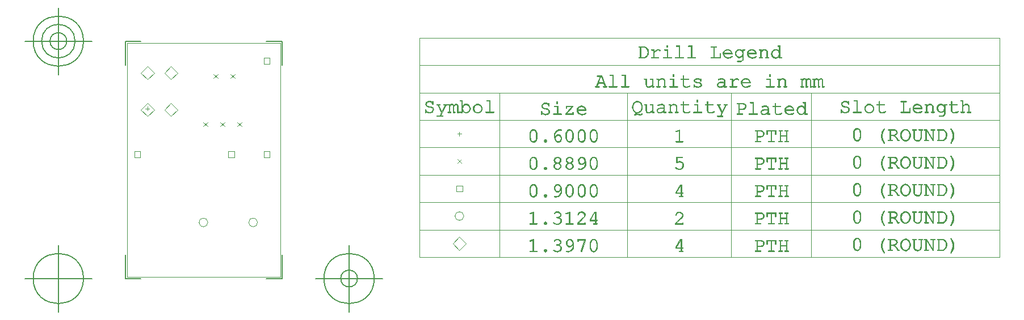
<source format=gbr>
G04 Generated by Ultiboard 14.2 *
%FSLAX34Y34*%
%MOMM*%

%ADD10C,0.0001*%
%ADD11C,0.0100*%
%ADD12C,0.1000*%
%ADD13C,0.0010*%
%ADD14C,0.1270*%


G04 ColorRGB 000000 for the following layer *
%LNDrill Symbols-Copper Top-Copper Bottom*%
%LPD*%
G54D11*
X27480Y901700D02*
X33480Y901700D01*
X30480Y898700D02*
X30480Y904700D01*
X154337Y946817D02*
X160623Y953103D01*
X154337Y953103D02*
X160623Y946817D01*
X128937Y946817D02*
X135223Y953103D01*
X128937Y953103D02*
X135223Y946817D01*
X164497Y881148D02*
X170783Y874862D01*
X164497Y874862D02*
X170783Y881148D01*
X139097Y874862D02*
X145383Y881148D01*
X139097Y881148D02*
X145383Y874862D01*
X113697Y874862D02*
X119983Y881148D01*
X113697Y881148D02*
X119983Y874862D01*
X203780Y968620D02*
X212780Y968620D01*
X212780Y977620D01*
X203780Y977620D01*
X203780Y968620D01*
X203780Y828620D02*
X212780Y828620D01*
X212780Y837620D01*
X203780Y837620D01*
X203780Y828620D01*
X10740Y828920D02*
X19740Y828920D01*
X19740Y837920D01*
X10740Y837920D01*
X10740Y828920D01*
X150740Y828920D02*
X159740Y828920D01*
X159740Y837920D01*
X150740Y837920D01*
X150740Y828920D01*
X491149Y777540D02*
X500149Y777540D01*
X500149Y786540D01*
X491149Y786540D01*
X491149Y777540D01*
X492506Y826183D02*
X498792Y819897D01*
X492506Y819897D02*
X498792Y826183D01*
X492649Y864040D02*
X498649Y864040D01*
X495649Y861040D02*
X495649Y867040D01*
G54D12*
X181398Y731520D02*
G75*
D01*
G02X181398Y731520I6562J0*
G01*
X107315Y731520D02*
G75*
D01*
G02X107315Y731520I6562J0*
G01*
X65480Y890162D02*
X75358Y900040D01*
X65480Y909918D01*
X55602Y900040D01*
X65480Y890162D01*
X30480Y890162D02*
X40358Y900040D01*
X30480Y909918D01*
X20602Y900040D01*
X30480Y890162D01*
X65480Y945162D02*
X75358Y955040D01*
X65480Y964918D01*
X55602Y955040D01*
X65480Y945162D01*
X30480Y945162D02*
X40358Y955040D01*
X30480Y964918D01*
X20602Y955040D01*
X30480Y945162D01*
X495649Y690162D02*
X505527Y700040D01*
X495649Y709918D01*
X485771Y700040D01*
X495649Y690162D01*
X489087Y741040D02*
G75*
D01*
G02X489087Y741040I6562J0*
G01*
G54D13*
G36*
X600036Y688446D02*
X600036Y688446D01*
X600036Y688938D01*
X599989Y688687D01*
X600036Y688446D01*
D02*
G37*
X600036Y688938D01*
X599989Y688687D01*
X600036Y688446D01*
G36*
X600036Y688938D02*
X600036Y688938D01*
X600036Y688446D01*
X600179Y688248D01*
X600036Y688938D01*
D02*
G37*
X600036Y688446D01*
X600179Y688248D01*
X600036Y688938D01*
G36*
X600179Y688248D02*
X600179Y688248D01*
X600179Y689134D01*
X600036Y688938D01*
X600179Y688248D01*
D02*
G37*
X600179Y689134D01*
X600036Y688938D01*
X600179Y688248D01*
G36*
X600179Y689134D02*
X600179Y689134D01*
X600179Y688248D01*
X600432Y688116D01*
X600179Y689134D01*
D02*
G37*
X600179Y688248D01*
X600432Y688116D01*
X600179Y689134D01*
G36*
X600432Y688116D02*
X600432Y688116D01*
X600432Y689261D01*
X600179Y689134D01*
X600432Y688116D01*
D02*
G37*
X600432Y689261D01*
X600179Y689134D01*
X600432Y688116D01*
G36*
X600432Y689261D02*
X600432Y689261D01*
X600432Y688116D01*
X600809Y688072D01*
X600432Y689261D01*
D02*
G37*
X600432Y688116D01*
X600809Y688072D01*
X600432Y689261D01*
G36*
X600809Y688072D02*
X600809Y688072D01*
X600809Y689303D01*
X600432Y689261D01*
X600809Y688072D01*
D02*
G37*
X600809Y689303D01*
X600432Y689261D01*
X600809Y688072D01*
G36*
X600809Y689303D02*
X600809Y689303D01*
X600809Y688072D01*
X610477Y688072D01*
X600809Y689303D01*
D02*
G37*
X600809Y688072D01*
X610477Y688072D01*
X600809Y689303D01*
G36*
X610477Y688072D02*
X610477Y688072D01*
X605028Y689303D01*
X600809Y689303D01*
X610477Y688072D01*
D02*
G37*
X605028Y689303D01*
X600809Y689303D01*
X610477Y688072D01*
G36*
X605028Y689303D02*
X605028Y689303D01*
X610477Y688072D01*
X606258Y689303D01*
X605028Y689303D01*
D02*
G37*
X610477Y688072D01*
X606258Y689303D01*
X605028Y689303D01*
G36*
X606258Y689303D02*
X606258Y689303D01*
X605028Y705006D01*
X605028Y689303D01*
X606258Y689303D01*
D02*
G37*
X605028Y705006D01*
X605028Y689303D01*
X606258Y689303D01*
G36*
X605028Y705006D02*
X605028Y705006D01*
X606258Y689303D01*
X606258Y706705D01*
X605028Y705006D01*
D02*
G37*
X606258Y689303D01*
X606258Y706705D01*
X605028Y705006D01*
G36*
X606258Y706705D02*
X606258Y706705D01*
X601014Y703746D01*
X605028Y705006D01*
X606258Y706705D01*
D02*
G37*
X601014Y703746D01*
X605028Y705006D01*
X606258Y706705D01*
G36*
X601014Y703746D02*
X601014Y703746D01*
X606258Y706705D01*
X600761Y703680D01*
X601014Y703746D01*
D02*
G37*
X606258Y706705D01*
X600761Y703680D01*
X601014Y703746D01*
G36*
X600633Y704933D02*
X600633Y704933D01*
X600329Y704804D01*
X600379Y703704D01*
X600633Y704933D01*
D02*
G37*
X600329Y704804D01*
X600379Y703704D01*
X600633Y704933D01*
G36*
X600633Y704933D01*
X600379Y703704D01*
X600589Y703658D01*
X600633Y704933D01*
D02*
G37*
X600379Y703704D01*
X600589Y703658D01*
X600633Y704933D01*
G36*
X600633Y704933D01*
X600589Y703658D01*
X600761Y703680D01*
X600633Y704933D01*
D02*
G37*
X600589Y703658D01*
X600761Y703680D01*
X600633Y704933D01*
G36*
X600633Y704933D01*
X600761Y703680D01*
X606258Y706705D01*
X600633Y704933D01*
D02*
G37*
X600761Y703680D01*
X606258Y706705D01*
X600633Y704933D01*
G36*
X600329Y704804D02*
X600329Y704804D01*
X600186Y703841D01*
X600379Y703704D01*
X600329Y704804D01*
D02*
G37*
X600186Y703841D01*
X600379Y703704D01*
X600329Y704804D01*
G36*
X600186Y703841D02*
X600186Y703841D01*
X600329Y704804D01*
X600150Y704684D01*
X600186Y703841D01*
D02*
G37*
X600329Y704804D01*
X600150Y704684D01*
X600186Y703841D01*
G36*
X600150Y704684D02*
X600150Y704684D01*
X600049Y704041D01*
X600186Y703841D01*
X600150Y704684D01*
D02*
G37*
X600049Y704041D01*
X600186Y703841D01*
X600150Y704684D01*
G36*
X600049Y704041D02*
X600049Y704041D01*
X600150Y704684D01*
X600040Y704486D01*
X600049Y704041D01*
D02*
G37*
X600150Y704684D01*
X600040Y704486D01*
X600049Y704041D01*
G36*
X600040Y704486D02*
X600040Y704486D01*
X600003Y704273D01*
X600049Y704041D01*
X600040Y704486D01*
D02*
G37*
X600003Y704273D01*
X600049Y704041D01*
X600040Y704486D01*
G36*
X610477Y688072D02*
X610477Y688072D01*
X610477Y689303D01*
X606258Y689303D01*
X610477Y688072D01*
D02*
G37*
X610477Y689303D01*
X606258Y689303D01*
X610477Y688072D01*
G36*
X610477Y689303D02*
X610477Y689303D01*
X610477Y688072D01*
X610854Y688116D01*
X610477Y689303D01*
D02*
G37*
X610477Y688072D01*
X610854Y688116D01*
X610477Y689303D01*
G36*
X610854Y688116D02*
X610854Y688116D01*
X610854Y689261D01*
X610477Y689303D01*
X610854Y688116D01*
D02*
G37*
X610854Y689261D01*
X610477Y689303D01*
X610854Y688116D01*
G36*
X610854Y689261D02*
X610854Y689261D01*
X610854Y688116D01*
X611107Y688248D01*
X610854Y689261D01*
D02*
G37*
X610854Y688116D01*
X611107Y688248D01*
X610854Y689261D01*
G36*
X611107Y688248D02*
X611107Y688248D01*
X611107Y689134D01*
X610854Y689261D01*
X611107Y688248D01*
D02*
G37*
X611107Y689134D01*
X610854Y689261D01*
X611107Y688248D01*
G36*
X611107Y689134D02*
X611107Y689134D01*
X611107Y688248D01*
X611250Y688446D01*
X611107Y689134D01*
D02*
G37*
X611107Y688248D01*
X611250Y688446D01*
X611107Y689134D01*
G36*
X611250Y688446D02*
X611250Y688446D01*
X611250Y688938D01*
X611107Y689134D01*
X611250Y688446D01*
D02*
G37*
X611250Y688938D01*
X611107Y689134D01*
X611250Y688446D01*
G36*
X611250Y688938D02*
X611250Y688938D01*
X611250Y688446D01*
X611297Y688687D01*
X611250Y688938D01*
D02*
G37*
X611250Y688446D01*
X611297Y688687D01*
X611250Y688938D01*
G36*
X623397Y691603D02*
X623397Y691603D01*
X622644Y691460D01*
X623397Y691603D01*
D02*
G37*
X622644Y691460D01*
X623397Y691603D01*
G36*
X623397Y691603D01*
X622644Y691460D01*
X621998Y691031D01*
X623397Y691603D01*
D02*
G37*
X622644Y691460D01*
X621998Y691031D01*
X623397Y691603D01*
G36*
X623397Y691603D01*
X621998Y691031D01*
X621553Y690390D01*
X623397Y691603D01*
D02*
G37*
X621998Y691031D01*
X621553Y690390D01*
X623397Y691603D01*
G36*
X623397Y691603D01*
X621553Y690390D01*
X621405Y689610D01*
X623397Y691603D01*
D02*
G37*
X621553Y690390D01*
X621405Y689610D01*
X623397Y691603D01*
G36*
X623397Y691603D01*
X621405Y689610D01*
X621551Y688850D01*
X623397Y691603D01*
D02*
G37*
X621405Y689610D01*
X621551Y688850D01*
X623397Y691603D01*
G36*
X623397Y691603D01*
X621551Y688850D01*
X621991Y688211D01*
X623397Y691603D01*
D02*
G37*
X621551Y688850D01*
X621991Y688211D01*
X623397Y691603D01*
G36*
X623397Y691603D01*
X621991Y688211D01*
X622635Y687778D01*
X623397Y691603D01*
D02*
G37*
X621991Y688211D01*
X622635Y687778D01*
X623397Y691603D01*
G36*
X623397Y691603D01*
X622635Y687778D01*
X623397Y687633D01*
X623397Y691603D01*
D02*
G37*
X622635Y687778D01*
X623397Y687633D01*
X623397Y691603D01*
G36*
X623397Y691603D01*
X623397Y687633D01*
X623924Y687633D01*
X623397Y691603D01*
D02*
G37*
X623397Y687633D01*
X623924Y687633D01*
X623397Y691603D01*
G36*
X623397Y691603D01*
X623924Y687633D01*
X624677Y687776D01*
X623397Y691603D01*
D02*
G37*
X623924Y687633D01*
X624677Y687776D01*
X623397Y691603D01*
G36*
X623397Y691603D01*
X624677Y687776D01*
X625323Y688204D01*
X623397Y691603D01*
D02*
G37*
X624677Y687776D01*
X625323Y688204D01*
X623397Y691603D01*
G36*
X623397Y691603D01*
X625323Y688204D01*
X625768Y688845D01*
X623397Y691603D01*
D02*
G37*
X625323Y688204D01*
X625768Y688845D01*
X623397Y691603D01*
G36*
X623397Y691603D01*
X625768Y688845D01*
X625916Y689625D01*
X623397Y691603D01*
D02*
G37*
X625768Y688845D01*
X625916Y689625D01*
X623397Y691603D01*
G36*
X623397Y691603D01*
X625916Y689625D01*
X625770Y690385D01*
X623397Y691603D01*
D02*
G37*
X625916Y689625D01*
X625770Y690385D01*
X623397Y691603D01*
G36*
X623397Y691603D01*
X625770Y690385D01*
X625330Y691024D01*
X623397Y691603D01*
D02*
G37*
X625770Y690385D01*
X625330Y691024D01*
X623397Y691603D01*
G36*
X623397Y691603D01*
X625330Y691024D01*
X624686Y691458D01*
X623397Y691603D01*
D02*
G37*
X625330Y691024D01*
X624686Y691458D01*
X623397Y691603D01*
G36*
X623397Y691603D01*
X624686Y691458D01*
X623924Y691603D01*
X623397Y691603D01*
D02*
G37*
X624686Y691458D01*
X623924Y691603D01*
X623397Y691603D01*
G36*
X644637Y704610D02*
X644637Y704610D01*
X644717Y706109D01*
X644030Y705072D01*
X644637Y704610D01*
D02*
G37*
X644717Y706109D01*
X644030Y705072D01*
X644637Y704610D01*
G36*
X644717Y706109D02*
X644717Y706109D01*
X644637Y704610D01*
X645131Y704063D01*
X644717Y706109D01*
D02*
G37*
X644637Y704610D01*
X645131Y704063D01*
X644717Y706109D01*
G36*
X645131Y704063D02*
X645131Y704063D01*
X645516Y705497D01*
X644717Y706109D01*
X645131Y704063D01*
D02*
G37*
X645516Y705497D01*
X644717Y706109D01*
X645131Y704063D01*
G36*
X645516Y705497D02*
X645516Y705497D01*
X645131Y704063D01*
X645694Y702847D01*
X645516Y705497D01*
D02*
G37*
X645131Y704063D01*
X645694Y702847D01*
X645516Y705497D01*
G36*
X645694Y702847D02*
X645694Y702847D01*
X646170Y704764D01*
X645516Y705497D01*
X645694Y702847D01*
D02*
G37*
X646170Y704764D01*
X645516Y705497D01*
X645694Y702847D01*
G36*
X646170Y704764D02*
X646170Y704764D01*
X645694Y702847D01*
X645765Y702179D01*
X646170Y704764D01*
D02*
G37*
X645694Y702847D01*
X645765Y702179D01*
X646170Y704764D01*
G36*
X645765Y702179D02*
X645765Y702179D01*
X646292Y699835D01*
X646170Y704764D01*
X645765Y702179D01*
D02*
G37*
X646292Y699835D01*
X646170Y704764D01*
X645765Y702179D01*
G36*
X646292Y699835D02*
X646292Y699835D01*
X645765Y702179D01*
X645698Y701532D01*
X646292Y699835D01*
D02*
G37*
X645765Y702179D01*
X645698Y701532D01*
X646292Y699835D01*
G36*
X645698Y701532D02*
X645698Y701532D01*
X645406Y698846D01*
X646292Y699835D01*
X645698Y701532D01*
D02*
G37*
X645406Y698846D01*
X646292Y699835D01*
X645698Y701532D01*
G36*
X645406Y698846D02*
X645406Y698846D01*
X645698Y701532D01*
X645159Y700360D01*
X645406Y698846D01*
D02*
G37*
X645698Y701532D01*
X645159Y700360D01*
X645406Y698846D01*
G36*
X645159Y700360D02*
X645159Y700360D01*
X644688Y699835D01*
X645406Y698846D01*
X645159Y700360D01*
D02*
G37*
X644688Y699835D01*
X645406Y698846D01*
X645159Y700360D01*
G36*
X640470Y705555D02*
X640470Y705555D01*
X640595Y706818D01*
X639349Y705226D01*
X640470Y705555D01*
D02*
G37*
X640595Y706818D01*
X639349Y705226D01*
X640470Y705555D01*
G36*
X640595Y706818D02*
X640595Y706818D01*
X640470Y705555D01*
X641693Y705665D01*
X640595Y706818D01*
D02*
G37*
X640470Y705555D01*
X641693Y705665D01*
X640595Y706818D01*
G36*
X641693Y705665D02*
X641693Y705665D01*
X641693Y706895D01*
X640595Y706818D01*
X641693Y705665D01*
D02*
G37*
X641693Y706895D01*
X640595Y706818D01*
X641693Y705665D01*
G36*
X641693Y706895D02*
X641693Y706895D01*
X641693Y705665D01*
X642558Y705599D01*
X641693Y706895D01*
D02*
G37*
X641693Y705665D01*
X642558Y705599D01*
X641693Y706895D01*
G36*
X642558Y705599D02*
X642558Y705599D01*
X642805Y706808D01*
X641693Y706895D01*
X642558Y705599D01*
D02*
G37*
X642805Y706808D01*
X641693Y706895D01*
X642558Y705599D01*
G36*
X642805Y706808D02*
X642805Y706808D01*
X642558Y705599D01*
X644030Y705072D01*
X642805Y706808D01*
D02*
G37*
X642558Y705599D01*
X644030Y705072D01*
X642805Y706808D01*
G36*
X644030Y705072D02*
X644030Y705072D01*
X644717Y706109D01*
X642805Y706808D01*
X644030Y705072D01*
D02*
G37*
X644717Y706109D01*
X642805Y706808D01*
X644030Y705072D01*
G36*
X637635Y704024D02*
X637635Y704024D01*
X637664Y705650D01*
X637428Y703788D01*
X637635Y704024D01*
D02*
G37*
X637664Y705650D01*
X637428Y703788D01*
X637635Y704024D01*
G36*
X637664Y705650D02*
X637664Y705650D01*
X637635Y704024D01*
X638386Y704706D01*
X637664Y705650D01*
D02*
G37*
X637635Y704024D01*
X638386Y704706D01*
X637664Y705650D01*
G36*
X638386Y704706D02*
X638386Y704706D01*
X638581Y706195D01*
X637664Y705650D01*
X638386Y704706D01*
D02*
G37*
X638581Y706195D01*
X637664Y705650D01*
X638386Y704706D01*
G36*
X638581Y706195D02*
X638581Y706195D01*
X638386Y704706D01*
X639349Y705226D01*
X638581Y706195D01*
D02*
G37*
X638386Y704706D01*
X639349Y705226D01*
X638581Y706195D01*
G36*
X639349Y705226D02*
X639349Y705226D01*
X640595Y706818D01*
X638581Y706195D01*
X639349Y705226D01*
D02*
G37*
X640595Y706818D01*
X638581Y706195D01*
X639349Y705226D01*
G36*
X637664Y705650D02*
X637664Y705650D01*
X636709Y704834D01*
X636760Y703642D01*
X637664Y705650D01*
D02*
G37*
X636709Y704834D01*
X636760Y703642D01*
X637664Y705650D01*
G36*
X637664Y705650D01*
X636760Y703642D01*
X636991Y703600D01*
X637664Y705650D01*
D02*
G37*
X636760Y703642D01*
X636991Y703600D01*
X637664Y705650D01*
G36*
X637664Y705650D01*
X636991Y703600D01*
X637143Y703616D01*
X637664Y705650D01*
D02*
G37*
X636991Y703600D01*
X637143Y703616D01*
X637664Y705650D01*
G36*
X637664Y705650D01*
X637143Y703616D01*
X637276Y703665D01*
X637664Y705650D01*
D02*
G37*
X637143Y703616D01*
X637276Y703665D01*
X637664Y705650D01*
G36*
X637664Y705650D01*
X637276Y703665D01*
X637428Y703788D01*
X637664Y705650D01*
D02*
G37*
X637276Y703665D01*
X637428Y703788D01*
X637664Y705650D01*
G36*
X636709Y704834D02*
X636709Y704834D01*
X636390Y704171D01*
X636434Y703953D01*
X636709Y704834D01*
D02*
G37*
X636390Y704171D01*
X636434Y703953D01*
X636709Y704834D01*
G36*
X636709Y704834D01*
X636434Y703953D01*
X636566Y703768D01*
X636709Y704834D01*
D02*
G37*
X636434Y703953D01*
X636566Y703768D01*
X636709Y704834D01*
G36*
X636709Y704834D01*
X636566Y703768D01*
X636760Y703642D01*
X636709Y704834D01*
D02*
G37*
X636566Y703768D01*
X636760Y703642D01*
X636709Y704834D01*
G36*
X646917Y703097D02*
X646917Y703097D01*
X646170Y704764D01*
X646292Y699835D01*
X646917Y703097D01*
D02*
G37*
X646170Y704764D01*
X646292Y699835D01*
X646917Y703097D01*
G36*
X646917Y703097D01*
X646292Y699835D01*
X646831Y700967D01*
X646917Y703097D01*
D02*
G37*
X646292Y699835D01*
X646831Y700967D01*
X646917Y703097D01*
G36*
X646917Y703097D01*
X646831Y700967D01*
X647010Y702164D01*
X646917Y703097D01*
D02*
G37*
X646831Y700967D01*
X647010Y702164D01*
X646917Y703097D01*
G36*
X644688Y699835D02*
X644688Y699835D01*
X644183Y698077D01*
X645406Y698846D01*
X644688Y699835D01*
D02*
G37*
X644183Y698077D01*
X645406Y698846D01*
X644688Y699835D01*
G36*
X644183Y698077D02*
X644183Y698077D01*
X644688Y699835D01*
X644114Y699393D01*
X644183Y698077D01*
D02*
G37*
X644688Y699835D01*
X644114Y699393D01*
X644183Y698077D01*
G36*
X644114Y699393D02*
X644114Y699393D01*
X643685Y697000D01*
X644183Y698077D01*
X644114Y699393D01*
D02*
G37*
X643685Y697000D01*
X644183Y698077D01*
X644114Y699393D01*
G36*
X643685Y697000D02*
X643685Y697000D01*
X644114Y699393D01*
X642748Y698887D01*
X643685Y697000D01*
D02*
G37*
X644114Y699393D01*
X642748Y698887D01*
X643685Y697000D01*
G36*
X642748Y698887D02*
X642748Y698887D01*
X642345Y697456D01*
X643685Y697000D01*
X642748Y698887D01*
D02*
G37*
X642345Y697456D01*
X643685Y697000D01*
X642748Y698887D01*
G36*
X642345Y697456D02*
X642345Y697456D01*
X642748Y698887D01*
X641956Y698824D01*
X642345Y697456D01*
D02*
G37*
X642748Y698887D01*
X641956Y698824D01*
X642345Y697456D01*
G36*
X641956Y698824D02*
X641956Y698824D01*
X640990Y697608D01*
X642345Y697456D01*
X641956Y698824D01*
D02*
G37*
X640990Y697608D01*
X642345Y697456D01*
X641956Y698824D01*
G36*
X640990Y697608D02*
X640990Y697608D01*
X641956Y698824D01*
X640902Y698839D01*
X640990Y697608D01*
D02*
G37*
X641956Y698824D01*
X640902Y698839D01*
X640990Y697608D01*
G36*
X640902Y698839D02*
X640902Y698839D01*
X640612Y697650D01*
X640990Y697608D01*
X640902Y698839D01*
D02*
G37*
X640612Y697650D01*
X640990Y697608D01*
X640902Y698839D01*
G36*
X640612Y697650D02*
X640612Y697650D01*
X640902Y698839D01*
X640581Y698795D01*
X640612Y697650D01*
D02*
G37*
X640902Y698839D01*
X640581Y698795D01*
X640612Y697650D01*
G36*
X640581Y698795D02*
X640581Y698795D01*
X640360Y697777D01*
X640612Y697650D01*
X640581Y698795D01*
D02*
G37*
X640360Y697777D01*
X640612Y697650D01*
X640581Y698795D01*
G36*
X640360Y697777D02*
X640360Y697777D01*
X640581Y698795D01*
X640352Y698663D01*
X640360Y697777D01*
D02*
G37*
X640581Y698795D01*
X640352Y698663D01*
X640360Y697777D01*
G36*
X640352Y698663D02*
X640352Y698663D01*
X640217Y697973D01*
X640360Y697777D01*
X640352Y698663D01*
D02*
G37*
X640217Y697973D01*
X640360Y697777D01*
X640352Y698663D01*
G36*
X640217Y697973D02*
X640217Y697973D01*
X640352Y698663D01*
X640215Y698465D01*
X640217Y697973D01*
D02*
G37*
X640352Y698663D01*
X640215Y698465D01*
X640217Y697973D01*
G36*
X640215Y698465D02*
X640215Y698465D01*
X640169Y698224D01*
X640217Y697973D01*
X640215Y698465D01*
D02*
G37*
X640169Y698224D01*
X640217Y697973D01*
X640215Y698465D01*
G36*
X647446Y694637D02*
X647446Y694637D01*
X647557Y692155D01*
X647669Y693228D01*
X647446Y694637D01*
D02*
G37*
X647557Y692155D01*
X647669Y693228D01*
X647446Y694637D01*
G36*
X647557Y692155D02*
X647557Y692155D01*
X647446Y694637D01*
X646776Y695990D01*
X647557Y692155D01*
D02*
G37*
X647446Y694637D01*
X646776Y695990D01*
X647557Y692155D01*
G36*
X646776Y695990D02*
X646776Y695990D01*
X646660Y690203D01*
X647557Y692155D01*
X646776Y695990D01*
D02*
G37*
X646660Y690203D01*
X647557Y692155D01*
X646776Y695990D01*
G36*
X646660Y690203D02*
X646660Y690203D01*
X646776Y695990D01*
X646439Y693185D01*
X646660Y690203D01*
D02*
G37*
X646776Y695990D01*
X646439Y693185D01*
X646660Y690203D01*
G36*
X646439Y693185D02*
X646439Y693185D01*
X646349Y692383D01*
X646660Y690203D01*
X646439Y693185D01*
D02*
G37*
X646349Y692383D01*
X646660Y690203D01*
X646439Y693185D01*
G36*
X644862Y696281D02*
X644862Y696281D01*
X645681Y697174D01*
X644183Y698077D01*
X644862Y696281D01*
D02*
G37*
X645681Y697174D01*
X644183Y698077D01*
X644862Y696281D01*
G36*
X645681Y697174D02*
X645681Y697174D01*
X644862Y696281D01*
X645728Y695338D01*
X645681Y697174D01*
D02*
G37*
X644862Y696281D01*
X645728Y695338D01*
X645681Y697174D01*
G36*
X645728Y695338D02*
X645728Y695338D01*
X646776Y695990D01*
X645681Y697174D01*
X645728Y695338D01*
D02*
G37*
X646776Y695990D01*
X645681Y697174D01*
X645728Y695338D01*
G36*
X646776Y695990D02*
X646776Y695990D01*
X645728Y695338D01*
X646261Y694272D01*
X646776Y695990D01*
D02*
G37*
X645728Y695338D01*
X646261Y694272D01*
X646776Y695990D01*
G36*
X646261Y694272D02*
X646261Y694272D01*
X646439Y693185D01*
X646776Y695990D01*
X646261Y694272D01*
D02*
G37*
X646439Y693185D01*
X646776Y695990D01*
X646261Y694272D01*
G36*
X645875Y689325D02*
X645875Y689325D01*
X646660Y690203D01*
X646349Y692383D01*
X645875Y689325D01*
D02*
G37*
X646660Y690203D01*
X646349Y692383D01*
X645875Y689325D01*
G36*
X645875Y689325D01*
X646349Y692383D01*
X645627Y690893D01*
X645875Y689325D01*
D02*
G37*
X646349Y692383D01*
X645627Y690893D01*
X645875Y689325D01*
G36*
X645875Y689325D01*
X645627Y690893D01*
X644996Y690204D01*
X645875Y689325D01*
D02*
G37*
X645627Y690893D01*
X644996Y690204D01*
X645875Y689325D01*
G36*
X645875Y689325D01*
X644996Y690204D01*
X644921Y688585D01*
X645875Y689325D01*
D02*
G37*
X644996Y690204D01*
X644921Y688585D01*
X645875Y689325D01*
G36*
X644231Y689617D02*
X644231Y689617D01*
X642440Y688947D01*
X642676Y687739D01*
X644231Y689617D01*
D02*
G37*
X642440Y688947D01*
X642676Y687739D01*
X644231Y689617D01*
G36*
X644231Y689617D01*
X642676Y687739D01*
X644921Y688585D01*
X644231Y689617D01*
D02*
G37*
X642676Y687739D01*
X644921Y688585D01*
X644231Y689617D01*
G36*
X644231Y689617D01*
X644921Y688585D01*
X644996Y690204D01*
X644231Y689617D01*
D02*
G37*
X644921Y688585D01*
X644996Y690204D01*
X644231Y689617D01*
G36*
X639774Y687801D02*
X639774Y687801D01*
X640164Y688969D01*
X638104Y688307D01*
X639774Y687801D01*
D02*
G37*
X640164Y688969D01*
X638104Y688307D01*
X639774Y687801D01*
G36*
X640164Y688969D02*
X640164Y688969D01*
X639774Y687801D01*
X641385Y687633D01*
X640164Y688969D01*
D02*
G37*
X639774Y687801D01*
X641385Y687633D01*
X640164Y688969D01*
G36*
X641385Y687633D02*
X641385Y687633D01*
X641414Y688863D01*
X640164Y688969D01*
X641385Y687633D01*
D02*
G37*
X641414Y688863D01*
X640164Y688969D01*
X641385Y687633D01*
G36*
X641414Y688863D02*
X641414Y688863D01*
X641385Y687633D01*
X642676Y687739D01*
X641414Y688863D01*
D02*
G37*
X641385Y687633D01*
X642676Y687739D01*
X641414Y688863D01*
G36*
X642676Y687739D02*
X642676Y687739D01*
X642440Y688947D01*
X641414Y688863D01*
X642676Y687739D01*
D02*
G37*
X642440Y688947D01*
X641414Y688863D01*
X642676Y687739D01*
G36*
X637761Y689811D02*
X637761Y689811D01*
X636610Y690548D01*
X636661Y688988D01*
X637761Y689811D01*
D02*
G37*
X636610Y690548D01*
X636661Y688988D01*
X637761Y689811D01*
G36*
X637761Y689811D01*
X636661Y688988D01*
X638104Y688307D01*
X637761Y689811D01*
D02*
G37*
X636661Y688988D01*
X638104Y688307D01*
X637761Y689811D01*
G36*
X637761Y689811D01*
X638104Y688307D01*
X640164Y688969D01*
X637761Y689811D01*
D02*
G37*
X638104Y688307D01*
X640164Y688969D01*
X637761Y689811D01*
G36*
X636661Y688988D02*
X636661Y688988D01*
X636610Y690548D01*
X636331Y690713D01*
X636661Y688988D01*
D02*
G37*
X636610Y690548D01*
X636331Y690713D01*
X636661Y688988D01*
G36*
X636661Y688988D01*
X636331Y690713D01*
X636082Y690768D01*
X636661Y688988D01*
D02*
G37*
X636331Y690713D01*
X636082Y690768D01*
X636661Y688988D01*
G36*
X636661Y688988D01*
X636082Y690768D01*
X635864Y690724D01*
X636661Y688988D01*
D02*
G37*
X636082Y690768D01*
X635864Y690724D01*
X636661Y688988D01*
G36*
X636661Y688988D01*
X635864Y690724D01*
X635731Y689684D01*
X636661Y688988D01*
D02*
G37*
X635864Y690724D01*
X635731Y689684D01*
X636661Y688988D01*
G36*
X635680Y690592D02*
X635680Y690592D01*
X635553Y690401D01*
X635566Y689925D01*
X635680Y690592D01*
D02*
G37*
X635553Y690401D01*
X635566Y689925D01*
X635680Y690592D01*
G36*
X635680Y690592D01*
X635566Y689925D01*
X635731Y689684D01*
X635680Y690592D01*
D02*
G37*
X635566Y689925D01*
X635731Y689684D01*
X635680Y690592D01*
G36*
X635680Y690592D01*
X635731Y689684D01*
X635864Y690724D01*
X635680Y690592D01*
D02*
G37*
X635731Y689684D01*
X635864Y690724D01*
X635680Y690592D01*
G36*
X635566Y689925D02*
X635566Y689925D01*
X635553Y690401D01*
X635511Y690182D01*
X635566Y689925D01*
D02*
G37*
X635553Y690401D01*
X635511Y690182D01*
X635566Y689925D01*
G36*
X644183Y698077D02*
X644183Y698077D01*
X643685Y697000D01*
X644862Y696281D01*
X644183Y698077D01*
D02*
G37*
X643685Y697000D01*
X644862Y696281D01*
X644183Y698077D01*
G36*
X660602Y705583D02*
X660602Y705583D01*
X660644Y706830D01*
X659857Y705650D01*
X660602Y705583D01*
D02*
G37*
X660644Y706830D01*
X659857Y705650D01*
X660602Y705583D01*
G36*
X660644Y706830D02*
X660644Y706830D01*
X660602Y705583D01*
X661946Y705045D01*
X660644Y706830D01*
D02*
G37*
X660602Y705583D01*
X661946Y705045D01*
X660644Y706830D01*
G36*
X661946Y705045D02*
X661946Y705045D01*
X662168Y706310D01*
X660644Y706830D01*
X661946Y705045D01*
D02*
G37*
X662168Y706310D01*
X660644Y706830D01*
X661946Y705045D01*
G36*
X662168Y706310D02*
X662168Y706310D01*
X661946Y705045D01*
X662545Y704574D01*
X662168Y706310D01*
D02*
G37*
X661946Y705045D01*
X662545Y704574D01*
X662168Y706310D01*
G36*
X662545Y704574D02*
X662545Y704574D01*
X662874Y705855D01*
X662168Y706310D01*
X662545Y704574D01*
D02*
G37*
X662874Y705855D01*
X662168Y706310D01*
X662545Y704574D01*
G36*
X662874Y705855D02*
X662874Y705855D01*
X662545Y704574D01*
X663096Y703917D01*
X662874Y705855D01*
D02*
G37*
X662545Y704574D01*
X663096Y703917D01*
X662874Y705855D01*
G36*
X663096Y703917D02*
X663096Y703917D01*
X663524Y705277D01*
X662874Y705855D01*
X663096Y703917D01*
D02*
G37*
X663524Y705277D01*
X662874Y705855D01*
X663096Y703917D01*
G36*
X663524Y705277D02*
X663524Y705277D01*
X663096Y703917D01*
X664060Y701892D01*
X663524Y705277D01*
D02*
G37*
X663096Y703917D01*
X664060Y701892D01*
X663524Y705277D01*
G36*
X664060Y701892D02*
X664060Y701892D01*
X664594Y703768D01*
X663524Y705277D01*
X664060Y701892D01*
D02*
G37*
X664594Y703768D01*
X663524Y705277D01*
X664060Y701892D01*
G36*
X664594Y703768D02*
X664594Y703768D01*
X664060Y701892D01*
X664471Y700523D01*
X664594Y703768D01*
D02*
G37*
X664060Y701892D01*
X664471Y700523D01*
X664594Y703768D01*
G36*
X664471Y700523D02*
X664471Y700523D01*
X664705Y698473D01*
X664594Y703768D01*
X664471Y700523D01*
D02*
G37*
X664705Y698473D01*
X664594Y703768D01*
X664471Y700523D01*
G36*
X664705Y698473D02*
X664705Y698473D01*
X664471Y700523D01*
X663669Y699092D01*
X664705Y698473D01*
D02*
G37*
X664471Y700523D01*
X663669Y699092D01*
X664705Y698473D01*
G36*
X663669Y699092D02*
X663669Y699092D01*
X663664Y696997D01*
X664705Y698473D01*
X663669Y699092D01*
D02*
G37*
X663664Y696997D01*
X664705Y698473D01*
X663669Y699092D01*
G36*
X663664Y696997D02*
X663664Y696997D01*
X663669Y699092D01*
X663079Y698194D01*
X663664Y696997D01*
D02*
G37*
X663669Y699092D01*
X663079Y698194D01*
X663664Y696997D01*
G36*
X663079Y698194D02*
X663079Y698194D01*
X662442Y695938D01*
X663664Y696997D01*
X663079Y698194D01*
D02*
G37*
X662442Y695938D01*
X663664Y696997D01*
X663079Y698194D01*
G36*
X662442Y695938D02*
X662442Y695938D01*
X663079Y698194D01*
X662309Y697374D01*
X662442Y695938D01*
D02*
G37*
X663079Y698194D01*
X662309Y697374D01*
X662442Y695938D01*
G36*
X662309Y697374D02*
X662309Y697374D01*
X661490Y696788D01*
X662442Y695938D01*
X662309Y697374D01*
D02*
G37*
X661490Y696788D01*
X662442Y695938D01*
X662309Y697374D01*
G36*
X657720Y704909D02*
X657720Y704909D01*
X658715Y706780D01*
X657103Y704332D01*
X657720Y704909D01*
D02*
G37*
X658715Y706780D01*
X657103Y704332D01*
X657720Y704909D01*
G36*
X658715Y706780D02*
X658715Y706780D01*
X657720Y704909D01*
X659097Y705568D01*
X658715Y706780D01*
D02*
G37*
X657720Y704909D01*
X659097Y705568D01*
X658715Y706780D01*
G36*
X659097Y705568D02*
X659097Y705568D01*
X659827Y706895D01*
X658715Y706780D01*
X659097Y705568D01*
D02*
G37*
X659827Y706895D01*
X658715Y706780D01*
X659097Y705568D01*
G36*
X659827Y706895D02*
X659827Y706895D01*
X659097Y705568D01*
X659857Y705650D01*
X659827Y706895D01*
D02*
G37*
X659097Y705568D01*
X659857Y705650D01*
X659827Y706895D01*
G36*
X659857Y705650D02*
X659857Y705650D01*
X660644Y706830D01*
X659827Y706895D01*
X659857Y705650D01*
D02*
G37*
X660644Y706830D01*
X659827Y706895D01*
X659857Y705650D01*
G36*
X655991Y701934D02*
X655991Y701934D01*
X656085Y705042D01*
X655916Y700948D01*
X655991Y701934D01*
D02*
G37*
X656085Y705042D01*
X655916Y700948D01*
X655991Y701934D01*
G36*
X656085Y705042D02*
X656085Y705042D01*
X655991Y701934D01*
X656584Y703626D01*
X656085Y705042D01*
D02*
G37*
X655991Y701934D01*
X656584Y703626D01*
X656085Y705042D01*
G36*
X656584Y703626D02*
X656584Y703626D01*
X656843Y705853D01*
X656085Y705042D01*
X656584Y703626D01*
D02*
G37*
X656843Y705853D01*
X656085Y705042D01*
X656584Y703626D01*
G36*
X656843Y705853D02*
X656843Y705853D01*
X656584Y703626D01*
X657103Y704332D01*
X656843Y705853D01*
D02*
G37*
X656584Y703626D01*
X657103Y704332D01*
X656843Y705853D01*
G36*
X657103Y704332D02*
X657103Y704332D01*
X658715Y706780D01*
X656843Y705853D01*
X657103Y704332D01*
D02*
G37*
X658715Y706780D01*
X656843Y705853D01*
X657103Y704332D01*
G36*
X655473Y704091D02*
X655473Y704091D01*
X654773Y702036D01*
X654862Y699416D01*
X655473Y704091D01*
D02*
G37*
X654773Y702036D01*
X654862Y699416D01*
X655473Y704091D01*
G36*
X655473Y704091D01*
X654862Y699416D01*
X655389Y697967D01*
X655473Y704091D01*
D02*
G37*
X654862Y699416D01*
X655389Y697967D01*
X655473Y704091D01*
G36*
X655473Y704091D01*
X655389Y697967D01*
X656215Y696724D01*
X655473Y704091D01*
D02*
G37*
X655389Y697967D01*
X656215Y696724D01*
X655473Y704091D01*
G36*
X655473Y704091D01*
X656215Y696724D01*
X655916Y700948D01*
X655473Y704091D01*
D02*
G37*
X656215Y696724D01*
X655916Y700948D01*
X655473Y704091D01*
G36*
X655473Y704091D01*
X655916Y700948D01*
X656085Y705042D01*
X655473Y704091D01*
D02*
G37*
X655916Y700948D01*
X656085Y705042D01*
X655473Y704091D01*
G36*
X665933Y698575D02*
X665933Y698575D01*
X665786Y694561D01*
X665994Y696949D01*
X665933Y698575D01*
D02*
G37*
X665786Y694561D01*
X665994Y696949D01*
X665933Y698575D01*
G36*
X665786Y694561D02*
X665786Y694561D01*
X665933Y698575D01*
X665442Y701519D01*
X665786Y694561D01*
D02*
G37*
X665933Y698575D01*
X665442Y701519D01*
X665786Y694561D01*
G36*
X665442Y701519D02*
X665442Y701519D01*
X665160Y692613D01*
X665786Y694561D01*
X665442Y701519D01*
D02*
G37*
X665160Y692613D01*
X665786Y694561D01*
X665442Y701519D01*
G36*
X665160Y692613D02*
X665160Y692613D01*
X665442Y701519D01*
X665013Y702838D01*
X665160Y692613D01*
D02*
G37*
X665442Y701519D01*
X665013Y702838D01*
X665160Y692613D01*
G36*
X665013Y702838D02*
X665013Y702838D01*
X664764Y696744D01*
X665160Y692613D01*
X665013Y702838D01*
D02*
G37*
X664764Y696744D01*
X665160Y692613D01*
X665013Y702838D01*
G36*
X664764Y696744D02*
X664764Y696744D01*
X665013Y702838D01*
X664749Y697484D01*
X664764Y696744D01*
D02*
G37*
X665013Y702838D01*
X664749Y697484D01*
X664764Y696744D01*
G36*
X665013Y702838D02*
X665013Y702838D01*
X664594Y703768D01*
X664705Y698473D01*
X665013Y702838D01*
D02*
G37*
X664594Y703768D01*
X664705Y698473D01*
X665013Y702838D01*
G36*
X665013Y702838D01*
X664705Y698473D01*
X664749Y697484D01*
X665013Y702838D01*
D02*
G37*
X664705Y698473D01*
X664749Y697484D01*
X665013Y702838D01*
G36*
X661115Y695301D02*
X661115Y695301D01*
X662442Y695938D01*
X661490Y696788D01*
X661115Y695301D01*
D02*
G37*
X662442Y695938D01*
X661490Y696788D01*
X661115Y695301D01*
G36*
X661115Y695301D01*
X661490Y696788D01*
X660642Y696436D01*
X661115Y695301D01*
D02*
G37*
X661490Y696788D01*
X660642Y696436D01*
X661115Y695301D01*
G36*
X661115Y695301D01*
X660642Y696436D01*
X659784Y696319D01*
X661115Y695301D01*
D02*
G37*
X660642Y696436D01*
X659784Y696319D01*
X661115Y695301D01*
G36*
X661115Y695301D01*
X659784Y696319D01*
X659754Y695089D01*
X661115Y695301D01*
D02*
G37*
X659784Y696319D01*
X659754Y695089D01*
X661115Y695301D01*
G36*
X657286Y695821D02*
X657286Y695821D01*
X657715Y697057D01*
X657103Y697630D01*
X657286Y695821D01*
D02*
G37*
X657715Y697057D01*
X657103Y697630D01*
X657286Y695821D01*
G36*
X657715Y697057D02*
X657715Y697057D01*
X657286Y695821D01*
X658500Y695272D01*
X657715Y697057D01*
D02*
G37*
X657286Y695821D01*
X658500Y695272D01*
X657715Y697057D01*
G36*
X658500Y695272D02*
X658500Y695272D01*
X659056Y696401D01*
X657715Y697057D01*
X658500Y695272D01*
D02*
G37*
X659056Y696401D01*
X657715Y697057D01*
X658500Y695272D01*
G36*
X659056Y696401D02*
X659056Y696401D01*
X658500Y695272D01*
X659754Y695089D01*
X659056Y696401D01*
D02*
G37*
X658500Y695272D01*
X659754Y695089D01*
X659056Y696401D01*
G36*
X659754Y695089D02*
X659754Y695089D01*
X659784Y696319D01*
X659056Y696401D01*
X659754Y695089D01*
D02*
G37*
X659784Y696319D01*
X659056Y696401D01*
X659754Y695089D01*
G36*
X656584Y698329D02*
X656584Y698329D01*
X655991Y699988D01*
X656215Y696724D01*
X656584Y698329D01*
D02*
G37*
X655991Y699988D01*
X656215Y696724D01*
X656584Y698329D01*
G36*
X656584Y698329D01*
X656215Y696724D01*
X657286Y695821D01*
X656584Y698329D01*
D02*
G37*
X656215Y696724D01*
X657286Y695821D01*
X656584Y698329D01*
G36*
X656584Y698329D01*
X657286Y695821D01*
X657103Y697630D01*
X656584Y698329D01*
D02*
G37*
X657286Y695821D01*
X657103Y697630D01*
X656584Y698329D01*
G36*
X664624Y695123D02*
X664624Y695123D01*
X663503Y692307D01*
X663526Y690343D01*
X664624Y695123D01*
D02*
G37*
X663503Y692307D01*
X663526Y690343D01*
X664624Y695123D01*
G36*
X664624Y695123D01*
X663526Y690343D01*
X664473Y691460D01*
X664624Y695123D01*
D02*
G37*
X663526Y690343D01*
X664473Y691460D01*
X664624Y695123D01*
G36*
X664624Y695123D01*
X664473Y691460D01*
X665160Y692613D01*
X664624Y695123D01*
D02*
G37*
X664473Y691460D01*
X665160Y692613D01*
X664624Y695123D01*
G36*
X664624Y695123D01*
X665160Y692613D01*
X664764Y696744D01*
X664624Y695123D01*
D02*
G37*
X665160Y692613D01*
X664764Y696744D01*
X664624Y695123D01*
G36*
X661102Y688556D02*
X661102Y688556D01*
X661347Y690128D01*
X659220Y687864D01*
X661102Y688556D01*
D02*
G37*
X661347Y690128D01*
X659220Y687864D01*
X661102Y688556D01*
G36*
X661347Y690128D02*
X661347Y690128D01*
X661102Y688556D01*
X662382Y689347D01*
X661347Y690128D01*
D02*
G37*
X661102Y688556D01*
X662382Y689347D01*
X661347Y690128D01*
G36*
X662382Y689347D02*
X662382Y689347D01*
X662523Y691112D01*
X661347Y690128D01*
X662382Y689347D01*
D02*
G37*
X662523Y691112D01*
X661347Y690128D01*
X662382Y689347D01*
G36*
X662523Y691112D02*
X662523Y691112D01*
X662382Y689347D01*
X663526Y690343D01*
X662523Y691112D01*
D02*
G37*
X662382Y689347D01*
X663526Y690343D01*
X662523Y691112D01*
G36*
X663526Y690343D02*
X663526Y690343D01*
X663503Y692307D01*
X662523Y691112D01*
X663526Y690343D01*
D02*
G37*
X663503Y692307D01*
X662523Y691112D01*
X663526Y690343D01*
G36*
X658667Y689004D02*
X658667Y689004D01*
X657161Y688863D01*
X657264Y687633D01*
X658667Y689004D01*
D02*
G37*
X657161Y688863D01*
X657264Y687633D01*
X658667Y689004D01*
G36*
X658667Y689004D01*
X657264Y687633D01*
X659220Y687864D01*
X658667Y689004D01*
D02*
G37*
X657264Y687633D01*
X659220Y687864D01*
X658667Y689004D01*
G36*
X658667Y689004D01*
X659220Y687864D01*
X661347Y690128D01*
X658667Y689004D01*
D02*
G37*
X659220Y687864D01*
X661347Y690128D01*
X658667Y689004D01*
G36*
X656458Y688933D02*
X656458Y688933D01*
X655843Y689142D01*
X656066Y687757D01*
X656458Y688933D01*
D02*
G37*
X655843Y689142D01*
X656066Y687757D01*
X656458Y688933D01*
G36*
X656458Y688933D01*
X656066Y687757D01*
X657264Y687633D01*
X656458Y688933D01*
D02*
G37*
X656066Y687757D01*
X657264Y687633D01*
X656458Y688933D01*
G36*
X656458Y688933D01*
X657264Y687633D01*
X657161Y688863D01*
X656458Y688933D01*
D02*
G37*
X657264Y687633D01*
X657161Y688863D01*
X656458Y688933D01*
G36*
X655546Y689262D02*
X655546Y689262D01*
X656066Y687757D01*
X655843Y689142D01*
X655546Y689262D01*
D02*
G37*
X656066Y687757D01*
X655843Y689142D01*
X655546Y689262D01*
G36*
X656066Y687757D02*
X656066Y687757D01*
X655546Y689262D01*
X655330Y689303D01*
X656066Y687757D01*
D02*
G37*
X655546Y689262D01*
X655330Y689303D01*
X656066Y687757D01*
G36*
X655330Y689303D02*
X655330Y689303D01*
X655111Y688131D01*
X656066Y687757D01*
X655330Y689303D01*
D02*
G37*
X655111Y688131D01*
X656066Y687757D01*
X655330Y689303D01*
G36*
X655111Y688131D02*
X655111Y688131D01*
X655330Y689303D01*
X655100Y689261D01*
X655111Y688131D01*
D02*
G37*
X655330Y689303D01*
X655100Y689261D01*
X655111Y688131D01*
G36*
X655100Y689261D02*
X655100Y689261D01*
X654906Y689134D01*
X655111Y688131D01*
X655100Y689261D01*
D02*
G37*
X654906Y689134D01*
X655111Y688131D01*
X655100Y689261D01*
G36*
X654825Y688394D02*
X654825Y688394D01*
X655111Y688131D01*
X654906Y689134D01*
X654825Y688394D01*
D02*
G37*
X655111Y688131D01*
X654906Y689134D01*
X654825Y688394D01*
G36*
X654825Y688394D01*
X654906Y689134D01*
X654774Y688946D01*
X654825Y688394D01*
D02*
G37*
X654906Y689134D01*
X654774Y688946D01*
X654825Y688394D01*
G36*
X654825Y688394D01*
X654774Y688946D01*
X654730Y688717D01*
X654825Y688394D01*
D02*
G37*
X654774Y688946D01*
X654730Y688717D01*
X654825Y688394D01*
G36*
X654862Y699416D02*
X654862Y699416D01*
X654773Y702036D01*
X654686Y700934D01*
X654862Y699416D01*
D02*
G37*
X654773Y702036D01*
X654686Y700934D01*
X654862Y699416D01*
G36*
X655916Y700948D02*
X655916Y700948D01*
X656215Y696724D01*
X655991Y699988D01*
X655916Y700948D01*
D02*
G37*
X656215Y696724D01*
X655991Y699988D01*
X655916Y700948D01*
G36*
X678094Y688673D02*
X678094Y688673D01*
X681800Y704654D01*
X677966Y688356D01*
X678094Y688673D01*
D02*
G37*
X681800Y704654D01*
X677966Y688356D01*
X678094Y688673D01*
G36*
X681800Y704654D02*
X681800Y704654D01*
X678094Y688673D01*
X683045Y704493D01*
X681800Y704654D01*
D02*
G37*
X678094Y688673D01*
X683045Y704493D01*
X681800Y704654D01*
G36*
X683045Y704493D02*
X683045Y704493D01*
X681800Y705211D01*
X681800Y704654D01*
X683045Y704493D01*
D02*
G37*
X681800Y705211D01*
X681800Y704654D01*
X683045Y704493D01*
G36*
X681800Y705211D02*
X681800Y705211D01*
X683045Y704493D01*
X683045Y706456D01*
X681800Y705211D01*
D02*
G37*
X683045Y704493D01*
X683045Y706456D01*
X681800Y705211D01*
G36*
X683045Y706456D02*
X683045Y706456D01*
X672982Y705211D01*
X681800Y705211D01*
X683045Y706456D01*
D02*
G37*
X672982Y705211D01*
X681800Y705211D01*
X683045Y706456D01*
G36*
X672982Y705211D02*
X672982Y705211D01*
X683045Y706456D01*
X671751Y706456D01*
X672982Y705211D01*
D02*
G37*
X683045Y706456D01*
X671751Y706456D01*
X672982Y705211D01*
G36*
X671751Y706456D02*
X671751Y706456D01*
X671795Y703750D01*
X672982Y705211D01*
X671751Y706456D01*
D02*
G37*
X671795Y703750D01*
X672982Y705211D01*
X671751Y706456D01*
G36*
X671795Y703750D02*
X671795Y703750D01*
X671751Y706456D01*
X671751Y704127D01*
X671795Y703750D01*
D02*
G37*
X671751Y706456D01*
X671751Y704127D01*
X671795Y703750D01*
G36*
X672982Y705211D02*
X672982Y705211D01*
X671795Y703750D01*
X671927Y703497D01*
X672982Y705211D01*
D02*
G37*
X671795Y703750D01*
X671927Y703497D01*
X672982Y705211D01*
G36*
X672982Y705211D01*
X671927Y703497D01*
X672125Y703354D01*
X672982Y705211D01*
D02*
G37*
X671927Y703497D01*
X672125Y703354D01*
X672982Y705211D01*
G36*
X672982Y705211D01*
X672125Y703354D01*
X672367Y703307D01*
X672982Y705211D01*
D02*
G37*
X672125Y703354D01*
X672367Y703307D01*
X672982Y705211D01*
G36*
X672982Y705211D01*
X672367Y703307D01*
X672617Y703354D01*
X672982Y705211D01*
D02*
G37*
X672367Y703307D01*
X672617Y703354D01*
X672982Y705211D01*
G36*
X672982Y705211D01*
X672617Y703354D01*
X672813Y703497D01*
X672982Y705211D01*
D02*
G37*
X672617Y703354D01*
X672813Y703497D01*
X672982Y705211D01*
G36*
X672982Y705211D01*
X672813Y703497D01*
X672940Y703750D01*
X672982Y705211D01*
D02*
G37*
X672813Y703497D01*
X672940Y703750D01*
X672982Y705211D01*
G36*
X672982Y705211D01*
X672940Y703750D01*
X672982Y704127D01*
X672982Y705211D01*
D02*
G37*
X672940Y703750D01*
X672982Y704127D01*
X672982Y705211D01*
G36*
X681800Y704654D02*
X681800Y704654D01*
X676922Y689039D01*
X677010Y688219D01*
X681800Y704654D01*
D02*
G37*
X676922Y689039D01*
X677010Y688219D01*
X681800Y704654D01*
G36*
X681800Y704654D01*
X677010Y688219D01*
X677208Y688087D01*
X681800Y704654D01*
D02*
G37*
X677010Y688219D01*
X677208Y688087D01*
X681800Y704654D01*
G36*
X681800Y704654D01*
X677208Y688087D01*
X677450Y688043D01*
X681800Y704654D01*
D02*
G37*
X677208Y688087D01*
X677450Y688043D01*
X681800Y704654D01*
G36*
X681800Y704654D01*
X677450Y688043D01*
X677644Y688074D01*
X681800Y704654D01*
D02*
G37*
X677450Y688043D01*
X677644Y688074D01*
X681800Y704654D01*
G36*
X681800Y704654D01*
X677644Y688074D01*
X677816Y688167D01*
X681800Y704654D01*
D02*
G37*
X677644Y688074D01*
X677816Y688167D01*
X681800Y704654D01*
G36*
X681800Y704654D01*
X677816Y688167D01*
X677966Y688356D01*
X681800Y704654D01*
D02*
G37*
X677816Y688167D01*
X677966Y688356D01*
X681800Y704654D01*
G36*
X676878Y688409D02*
X676878Y688409D01*
X677010Y688219D01*
X676922Y689039D01*
X676878Y688409D01*
D02*
G37*
X677010Y688219D01*
X676922Y689039D01*
X676878Y688409D01*
G36*
X676878Y688409D01*
X676922Y689039D01*
X676856Y688805D01*
X676878Y688409D01*
D02*
G37*
X676922Y689039D01*
X676856Y688805D01*
X676878Y688409D01*
G36*
X676878Y688409D01*
X676856Y688805D01*
X676834Y688629D01*
X676878Y688409D01*
D02*
G37*
X676856Y688805D01*
X676834Y688629D01*
X676878Y688409D01*
G36*
X701231Y700370D02*
X701231Y700370D01*
X700990Y701739D01*
X701194Y693852D01*
X701231Y700370D01*
D02*
G37*
X700990Y701739D01*
X701194Y693852D01*
X701231Y700370D01*
G36*
X701231Y700370D01*
X701194Y693852D01*
X701312Y695733D01*
X701231Y700370D01*
D02*
G37*
X701194Y693852D01*
X701312Y695733D01*
X701231Y700370D01*
G36*
X701231Y700370D01*
X701312Y695733D01*
X701312Y698780D01*
X701231Y700370D01*
D02*
G37*
X701312Y695733D01*
X701312Y698780D01*
X701231Y700370D01*
G36*
X700689Y702666D02*
X700689Y702666D01*
X701194Y693852D01*
X700990Y701739D01*
X700689Y702666D01*
D02*
G37*
X701194Y693852D01*
X700990Y701739D01*
X700689Y702666D01*
G36*
X701194Y693852D02*
X701194Y693852D01*
X700689Y702666D01*
X700257Y703687D01*
X701194Y693852D01*
D02*
G37*
X700689Y702666D01*
X700257Y703687D01*
X701194Y693852D01*
G36*
X700257Y703687D02*
X700257Y703687D01*
X700249Y690710D01*
X701194Y693852D01*
X700257Y703687D01*
D02*
G37*
X700249Y690710D01*
X701194Y693852D01*
X700257Y703687D01*
G36*
X700249Y690710D02*
X700249Y690710D01*
X700257Y703687D01*
X700081Y698619D01*
X700249Y690710D01*
D02*
G37*
X700257Y703687D01*
X700081Y698619D01*
X700249Y690710D01*
G36*
X700081Y698619D02*
X700081Y698619D01*
X700081Y695909D01*
X700249Y690710D01*
X700081Y698619D01*
D02*
G37*
X700081Y695909D01*
X700249Y690710D01*
X700081Y698619D01*
G36*
X698485Y704259D02*
X698485Y704259D01*
X698576Y705945D01*
X698064Y704735D01*
X698485Y704259D01*
D02*
G37*
X698576Y705945D01*
X698064Y704735D01*
X698485Y704259D01*
G36*
X698576Y705945D02*
X698576Y705945D01*
X698485Y704259D01*
X699069Y703213D01*
X698576Y705945D01*
D02*
G37*
X698485Y704259D01*
X699069Y703213D01*
X698576Y705945D01*
G36*
X699069Y703213D02*
X699069Y703213D01*
X699320Y705255D01*
X698576Y705945D01*
X699069Y703213D01*
D02*
G37*
X699320Y705255D01*
X698576Y705945D01*
X699069Y703213D01*
G36*
X699320Y705255D02*
X699320Y705255D01*
X699069Y703213D01*
X699591Y701864D01*
X699320Y705255D01*
D02*
G37*
X699069Y703213D01*
X699591Y701864D01*
X699320Y705255D01*
G36*
X699591Y701864D02*
X699591Y701864D01*
X699774Y704614D01*
X699320Y705255D01*
X699591Y701864D01*
D02*
G37*
X699774Y704614D01*
X699320Y705255D01*
X699591Y701864D01*
G36*
X699774Y704614D02*
X699774Y704614D01*
X699591Y701864D01*
X699959Y700302D01*
X699774Y704614D01*
D02*
G37*
X699591Y701864D01*
X699959Y700302D01*
X699774Y704614D01*
G36*
X699959Y700302D02*
X699959Y700302D01*
X700257Y703687D01*
X699774Y704614D01*
X699959Y700302D01*
D02*
G37*
X700257Y703687D01*
X699774Y704614D01*
X699959Y700302D01*
G36*
X700257Y703687D02*
X700257Y703687D01*
X699959Y700302D01*
X700081Y698619D01*
X700257Y703687D01*
D02*
G37*
X699959Y700302D01*
X700081Y698619D01*
X700257Y703687D01*
G36*
X696646Y705522D02*
X696646Y705522D01*
X696705Y706787D01*
X695658Y705650D01*
X696646Y705522D01*
D02*
G37*
X696705Y706787D01*
X695658Y705650D01*
X696646Y705522D01*
G36*
X696705Y706787D02*
X696705Y706787D01*
X696646Y705522D01*
X697533Y705138D01*
X696705Y706787D01*
D02*
G37*
X696646Y705522D01*
X697533Y705138D01*
X696705Y706787D01*
G36*
X697533Y705138D02*
X697533Y705138D01*
X697694Y706463D01*
X696705Y706787D01*
X697533Y705138D01*
D02*
G37*
X697694Y706463D01*
X696705Y706787D01*
X697533Y705138D01*
G36*
X697694Y706463D02*
X697694Y706463D01*
X697533Y705138D01*
X698064Y704735D01*
X697694Y706463D01*
D02*
G37*
X697533Y705138D01*
X698064Y704735D01*
X697694Y706463D01*
G36*
X698064Y704735D02*
X698064Y704735D01*
X698576Y705945D01*
X697694Y706463D01*
X698064Y704735D01*
D02*
G37*
X698576Y705945D01*
X697694Y706463D01*
X698064Y704735D01*
G36*
X691908Y702442D02*
X691908Y702442D01*
X691908Y705079D01*
X691322Y699981D01*
X691908Y702442D01*
D02*
G37*
X691908Y705079D01*
X691322Y699981D01*
X691908Y702442D01*
G36*
X691908Y705079D02*
X691908Y705079D01*
X691908Y702442D01*
X692420Y703541D01*
X691908Y705079D01*
D02*
G37*
X691908Y702442D01*
X692420Y703541D01*
X691908Y705079D01*
G36*
X692420Y703541D02*
X692420Y703541D01*
X692696Y705874D01*
X691908Y705079D01*
X692420Y703541D01*
D02*
G37*
X692696Y705874D01*
X691908Y705079D01*
X692420Y703541D01*
G36*
X692696Y705874D02*
X692696Y705874D01*
X692420Y703541D01*
X693062Y704464D01*
X692696Y705874D01*
D02*
G37*
X692420Y703541D01*
X693062Y704464D01*
X692696Y705874D01*
G36*
X693062Y704464D02*
X693062Y704464D01*
X694564Y706782D01*
X692696Y705874D01*
X693062Y704464D01*
D02*
G37*
X694564Y706782D01*
X692696Y705874D01*
X693062Y704464D01*
G36*
X694564Y706782D02*
X694564Y706782D01*
X693062Y704464D01*
X694681Y705519D01*
X694564Y706782D01*
D02*
G37*
X693062Y704464D01*
X694681Y705519D01*
X694564Y706782D01*
G36*
X694681Y705519D02*
X694681Y705519D01*
X695643Y706895D01*
X694564Y706782D01*
X694681Y705519D01*
D02*
G37*
X695643Y706895D01*
X694564Y706782D01*
X694681Y705519D01*
G36*
X695643Y706895D02*
X695643Y706895D01*
X694681Y705519D01*
X695658Y705650D01*
X695643Y706895D01*
D02*
G37*
X694681Y705519D01*
X695658Y705650D01*
X695643Y706895D01*
G36*
X695658Y705650D02*
X695658Y705650D01*
X696705Y706787D01*
X695643Y706895D01*
X695658Y705650D01*
D02*
G37*
X696705Y706787D01*
X695643Y706895D01*
X695658Y705650D01*
G36*
X691081Y703817D02*
X691081Y703817D01*
X690136Y700668D01*
X690355Y692789D01*
X691081Y703817D01*
D02*
G37*
X690136Y700668D01*
X690355Y692789D01*
X691081Y703817D01*
G36*
X691081Y703817D01*
X690355Y692789D01*
X690646Y691852D01*
X691081Y703817D01*
D02*
G37*
X690355Y692789D01*
X690646Y691852D01*
X691081Y703817D01*
G36*
X691081Y703817D01*
X690646Y691852D01*
X691080Y690826D01*
X691081Y703817D01*
D02*
G37*
X690646Y691852D01*
X691080Y690826D01*
X691081Y703817D01*
G36*
X691081Y703817D01*
X691080Y690826D01*
X691248Y695909D01*
X691081Y703817D01*
D02*
G37*
X691080Y690826D01*
X691248Y695909D01*
X691081Y703817D01*
G36*
X691081Y703817D01*
X691248Y695909D01*
X691248Y698619D01*
X691081Y703817D01*
D02*
G37*
X691248Y695909D01*
X691248Y698619D01*
X691081Y703817D01*
G36*
X691081Y703817D01*
X691248Y698619D01*
X691322Y699981D01*
X691081Y703817D01*
D02*
G37*
X691248Y698619D01*
X691322Y699981D01*
X691081Y703817D01*
G36*
X691081Y703817D01*
X691322Y699981D01*
X691908Y705079D01*
X691081Y703817D01*
D02*
G37*
X691322Y699981D01*
X691908Y705079D01*
X691081Y703817D01*
G36*
X700008Y694546D02*
X700008Y694546D01*
X700249Y690710D01*
X700081Y695909D01*
X700008Y694546D01*
D02*
G37*
X700249Y690710D01*
X700081Y695909D01*
X700008Y694546D01*
G36*
X700249Y690710D02*
X700249Y690710D01*
X700008Y694546D01*
X699422Y692082D01*
X700249Y690710D01*
D02*
G37*
X700008Y694546D01*
X699422Y692082D01*
X700249Y690710D01*
G36*
X699422Y692082D02*
X699422Y692082D01*
X699422Y689449D01*
X700249Y690710D01*
X699422Y692082D01*
D02*
G37*
X699422Y689449D01*
X700249Y690710D01*
X699422Y692082D01*
G36*
X699422Y689449D02*
X699422Y689449D01*
X699422Y692082D01*
X698910Y690980D01*
X699422Y689449D01*
D02*
G37*
X699422Y692082D01*
X698910Y690980D01*
X699422Y689449D01*
G36*
X698910Y690980D02*
X698910Y690980D01*
X698634Y688655D01*
X699422Y689449D01*
X698910Y690980D01*
D02*
G37*
X698634Y688655D01*
X699422Y689449D01*
X698910Y690980D01*
G36*
X698634Y688655D02*
X698634Y688655D01*
X698910Y690980D01*
X698269Y690054D01*
X698634Y688655D01*
D02*
G37*
X698910Y690980D01*
X698269Y690054D01*
X698634Y688655D01*
G36*
X698269Y690054D02*
X698269Y690054D01*
X696766Y687747D01*
X698634Y688655D01*
X698269Y690054D01*
D02*
G37*
X696766Y687747D01*
X698634Y688655D01*
X698269Y690054D01*
G36*
X696766Y687747D02*
X696766Y687747D01*
X698269Y690054D01*
X696657Y688996D01*
X696766Y687747D01*
D02*
G37*
X698269Y690054D01*
X696657Y688996D01*
X696766Y687747D01*
G36*
X696657Y688996D02*
X696657Y688996D01*
X695687Y688863D01*
X696766Y687747D01*
X696657Y688996D01*
D02*
G37*
X695687Y688863D01*
X696766Y687747D01*
X696657Y688996D01*
G36*
X695687Y688863D02*
X695687Y688863D01*
X695687Y687633D01*
X696766Y687747D01*
X695687Y688863D01*
D02*
G37*
X695687Y687633D01*
X696766Y687747D01*
X695687Y688863D01*
G36*
X695687Y687633D02*
X695687Y687633D01*
X695687Y688863D01*
X694687Y688995D01*
X695687Y687633D01*
D02*
G37*
X695687Y688863D01*
X694687Y688995D01*
X695687Y687633D01*
G36*
X694687Y688995D02*
X694687Y688995D01*
X694634Y687741D01*
X695687Y687633D01*
X694687Y688995D01*
D02*
G37*
X694634Y687741D01*
X695687Y687633D01*
X694687Y688995D01*
G36*
X694634Y687741D02*
X694634Y687741D01*
X694687Y688995D01*
X693797Y689391D01*
X694634Y687741D01*
D02*
G37*
X694687Y688995D01*
X693797Y689391D01*
X694634Y687741D01*
G36*
X693797Y689391D02*
X693797Y689391D01*
X693643Y688065D01*
X694634Y687741D01*
X693797Y689391D01*
D02*
G37*
X693643Y688065D01*
X694634Y687741D01*
X693797Y689391D01*
G36*
X693643Y688065D02*
X693643Y688065D01*
X693797Y689391D01*
X693270Y689790D01*
X693643Y688065D01*
D02*
G37*
X693797Y689391D01*
X693270Y689790D01*
X693643Y688065D01*
G36*
X693270Y689790D02*
X693270Y689790D01*
X692860Y690255D01*
X693643Y688065D01*
X693270Y689790D01*
D02*
G37*
X692860Y690255D01*
X693643Y688065D01*
X693270Y689790D01*
G36*
X692860Y690255D02*
X692860Y690255D01*
X692755Y688583D01*
X693643Y688065D01*
X692860Y690255D01*
D02*
G37*
X692755Y688583D01*
X693643Y688065D01*
X692860Y690255D01*
G36*
X692755Y688583D02*
X692755Y688583D01*
X692860Y690255D01*
X692265Y691302D01*
X692755Y688583D01*
D02*
G37*
X692860Y690255D01*
X692265Y691302D01*
X692755Y688583D01*
G36*
X692265Y691302D02*
X692265Y691302D01*
X692010Y689273D01*
X692755Y688583D01*
X692265Y691302D01*
D02*
G37*
X692010Y689273D01*
X692755Y688583D01*
X692265Y691302D01*
G36*
X692010Y689273D02*
X692010Y689273D01*
X692265Y691302D01*
X691739Y692657D01*
X692010Y689273D01*
D02*
G37*
X692265Y691302D01*
X691739Y692657D01*
X692010Y689273D01*
G36*
X691739Y692657D02*
X691739Y692657D01*
X691565Y689903D01*
X692010Y689273D01*
X691739Y692657D01*
D02*
G37*
X691565Y689903D01*
X692010Y689273D01*
X691739Y692657D01*
G36*
X691565Y689903D02*
X691565Y689903D01*
X691739Y692657D01*
X691371Y694225D01*
X691565Y689903D01*
D02*
G37*
X691739Y692657D01*
X691371Y694225D01*
X691565Y689903D01*
G36*
X691371Y694225D02*
X691371Y694225D01*
X691248Y695909D01*
X691565Y689903D01*
X691371Y694225D01*
D02*
G37*
X691248Y695909D01*
X691565Y689903D01*
X691371Y694225D01*
G36*
X690102Y694155D02*
X690102Y694155D01*
X690355Y692789D01*
X690136Y700668D01*
X690102Y694155D01*
D02*
G37*
X690355Y692789D01*
X690136Y700668D01*
X690102Y694155D01*
G36*
X690102Y694155D01*
X690136Y700668D01*
X690018Y698780D01*
X690102Y694155D01*
D02*
G37*
X690136Y700668D01*
X690018Y698780D01*
X690102Y694155D01*
G36*
X690102Y694155D01*
X690018Y698780D01*
X690018Y695733D01*
X690102Y694155D01*
D02*
G37*
X690018Y698780D01*
X690018Y695733D01*
X690102Y694155D01*
G36*
X691248Y695909D02*
X691248Y695909D01*
X691080Y690826D01*
X691565Y689903D01*
X691248Y695909D01*
D02*
G37*
X691080Y690826D01*
X691565Y689903D01*
X691248Y695909D01*
G36*
X822875Y688336D02*
X822875Y688336D01*
X822875Y688828D01*
X822827Y688578D01*
X822875Y688336D01*
D02*
G37*
X822875Y688828D01*
X822827Y688578D01*
X822875Y688336D01*
G36*
X822875Y688828D02*
X822875Y688828D01*
X822875Y688336D01*
X823017Y688138D01*
X822875Y688828D01*
D02*
G37*
X822875Y688336D01*
X823017Y688138D01*
X822875Y688828D01*
G36*
X823017Y688138D02*
X823017Y688138D01*
X823017Y689024D01*
X822875Y688828D01*
X823017Y688138D01*
D02*
G37*
X823017Y689024D01*
X822875Y688828D01*
X823017Y688138D01*
G36*
X823017Y689024D02*
X823017Y689024D01*
X823017Y688138D01*
X823274Y688006D01*
X823017Y689024D01*
D02*
G37*
X823017Y688138D01*
X823274Y688006D01*
X823017Y689024D01*
G36*
X823274Y688006D02*
X823274Y688006D01*
X823274Y689151D01*
X823017Y689024D01*
X823274Y688006D01*
D02*
G37*
X823274Y689151D01*
X823017Y689024D01*
X823274Y688006D01*
G36*
X823274Y689151D02*
X823274Y689151D01*
X823274Y688006D01*
X823662Y687962D01*
X823274Y689151D01*
D02*
G37*
X823274Y688006D01*
X823662Y687962D01*
X823274Y689151D01*
G36*
X823662Y687962D02*
X823662Y687962D01*
X823662Y689193D01*
X823274Y689151D01*
X823662Y687962D01*
D02*
G37*
X823662Y689193D01*
X823274Y689151D01*
X823662Y687962D01*
G36*
X823662Y689193D02*
X823662Y689193D01*
X823662Y687962D01*
X828232Y687962D01*
X823662Y689193D01*
D02*
G37*
X823662Y687962D01*
X828232Y687962D01*
X823662Y689193D01*
G36*
X828232Y687962D02*
X828232Y687962D01*
X825962Y689193D01*
X823662Y689193D01*
X828232Y687962D01*
D02*
G37*
X825962Y689193D01*
X823662Y689193D01*
X828232Y687962D01*
G36*
X825962Y689193D02*
X825962Y689193D01*
X828232Y687962D01*
X827207Y689193D01*
X825962Y689193D01*
D02*
G37*
X828232Y687962D01*
X827207Y689193D01*
X825962Y689193D01*
G36*
X827207Y689193D02*
X827207Y689193D01*
X825962Y693104D01*
X825962Y689193D01*
X827207Y689193D01*
D02*
G37*
X825962Y693104D01*
X825962Y689193D01*
X827207Y689193D01*
G36*
X825962Y693104D02*
X825962Y693104D01*
X827207Y689193D01*
X825962Y694334D01*
X825962Y693104D01*
D02*
G37*
X827207Y689193D01*
X825962Y694334D01*
X825962Y693104D01*
G36*
X825962Y694334D02*
X825962Y694334D01*
X819092Y694334D01*
X825962Y693104D01*
X825962Y694334D01*
D02*
G37*
X819092Y694334D01*
X825962Y693104D01*
X825962Y694334D01*
G36*
X825962Y693104D02*
X825962Y693104D01*
X817803Y694525D01*
X817803Y693104D01*
X825962Y693104D01*
D02*
G37*
X817803Y694525D01*
X817803Y693104D01*
X825962Y693104D01*
G36*
X817803Y694525D02*
X817803Y694525D01*
X825962Y693104D01*
X819092Y694334D01*
X817803Y694525D01*
D02*
G37*
X825962Y693104D01*
X819092Y694334D01*
X817803Y694525D01*
G36*
X819092Y694334D02*
X819092Y694334D01*
X824643Y706346D01*
X817803Y694525D01*
X819092Y694334D01*
D02*
G37*
X824643Y706346D01*
X817803Y694525D01*
X819092Y694334D01*
G36*
X824643Y706346D02*
X824643Y706346D01*
X819092Y694334D01*
X825317Y705101D01*
X824643Y706346D01*
D02*
G37*
X819092Y694334D01*
X825317Y705101D01*
X824643Y706346D01*
G36*
X825317Y705101D02*
X825317Y705101D01*
X827207Y706346D01*
X824643Y706346D01*
X825317Y705101D01*
D02*
G37*
X827207Y706346D01*
X824643Y706346D01*
X825317Y705101D01*
G36*
X827207Y706346D02*
X827207Y706346D01*
X825317Y705101D01*
X825962Y705101D01*
X827207Y706346D01*
D02*
G37*
X825317Y705101D01*
X825962Y705101D01*
X827207Y706346D01*
G36*
X825962Y705101D02*
X825962Y705101D01*
X827207Y689193D01*
X827207Y706346D01*
X825962Y705101D01*
D02*
G37*
X827207Y689193D01*
X827207Y706346D01*
X825962Y705101D01*
G36*
X827207Y689193D02*
X827207Y689193D01*
X825962Y705101D01*
X825962Y694334D01*
X827207Y689193D01*
D02*
G37*
X825962Y705101D01*
X825962Y694334D01*
X827207Y689193D01*
G36*
X829020Y693970D02*
X829020Y693970D01*
X829020Y693477D01*
X829067Y693719D01*
X829020Y693970D01*
D02*
G37*
X829020Y693477D01*
X829067Y693719D01*
X829020Y693970D01*
G36*
X829020Y693477D02*
X829020Y693477D01*
X829020Y693970D01*
X828877Y694166D01*
X829020Y693477D01*
D02*
G37*
X829020Y693970D01*
X828877Y694166D01*
X829020Y693477D01*
G36*
X828877Y694166D02*
X828877Y694166D01*
X828877Y693280D01*
X829020Y693477D01*
X828877Y694166D01*
D02*
G37*
X828877Y693280D01*
X829020Y693477D01*
X828877Y694166D01*
G36*
X828877Y693280D02*
X828877Y693280D01*
X828877Y694166D01*
X828620Y694292D01*
X828877Y693280D01*
D02*
G37*
X828877Y694166D01*
X828620Y694292D01*
X828877Y693280D01*
G36*
X828620Y694292D02*
X828620Y694292D01*
X828620Y693148D01*
X828877Y693280D01*
X828620Y694292D01*
D02*
G37*
X828620Y693148D01*
X828877Y693280D01*
X828620Y694292D01*
G36*
X828620Y693148D02*
X828620Y693148D01*
X828620Y694292D01*
X828232Y694334D01*
X828620Y693148D01*
D02*
G37*
X828620Y694292D01*
X828232Y694334D01*
X828620Y693148D01*
G36*
X828232Y694334D02*
X828232Y694334D01*
X828232Y693104D01*
X828620Y693148D01*
X828232Y694334D01*
D02*
G37*
X828232Y693104D01*
X828620Y693148D01*
X828232Y694334D01*
G36*
X828232Y693104D02*
X828232Y693104D01*
X828232Y694334D01*
X827207Y694334D01*
X828232Y693104D01*
D02*
G37*
X828232Y694334D01*
X827207Y694334D01*
X828232Y693104D01*
G36*
X827207Y694334D02*
X827207Y694334D01*
X827207Y693104D01*
X828232Y693104D01*
X827207Y694334D01*
D02*
G37*
X827207Y693104D01*
X828232Y693104D01*
X827207Y694334D01*
G36*
X827207Y693104D02*
X827207Y693104D01*
X827207Y706346D01*
X827207Y693104D01*
D02*
G37*
X827207Y706346D01*
X827207Y693104D01*
G36*
X827207Y706346D02*
X827207Y706346D01*
X827207Y689193D01*
X827207Y693104D01*
X827207Y706346D01*
D02*
G37*
X827207Y689193D01*
X827207Y693104D01*
X827207Y706346D01*
G36*
X828232Y687962D02*
X828232Y687962D01*
X828232Y689193D01*
X827207Y689193D01*
X828232Y687962D01*
D02*
G37*
X828232Y689193D01*
X827207Y689193D01*
X828232Y687962D01*
G36*
X828232Y689193D02*
X828232Y689193D01*
X828232Y687962D01*
X828620Y688006D01*
X828232Y689193D01*
D02*
G37*
X828232Y687962D01*
X828620Y688006D01*
X828232Y689193D01*
G36*
X828620Y688006D02*
X828620Y688006D01*
X828620Y689151D01*
X828232Y689193D01*
X828620Y688006D01*
D02*
G37*
X828620Y689151D01*
X828232Y689193D01*
X828620Y688006D01*
G36*
X828620Y689151D02*
X828620Y689151D01*
X828620Y688006D01*
X828877Y688138D01*
X828620Y689151D01*
D02*
G37*
X828620Y688006D01*
X828877Y688138D01*
X828620Y689151D01*
G36*
X828877Y688138D02*
X828877Y688138D01*
X828877Y689024D01*
X828620Y689151D01*
X828877Y688138D01*
D02*
G37*
X828877Y689024D01*
X828620Y689151D01*
X828877Y688138D01*
G36*
X828877Y689024D02*
X828877Y689024D01*
X828877Y688138D01*
X829020Y688336D01*
X828877Y689024D01*
D02*
G37*
X828877Y688138D01*
X829020Y688336D01*
X828877Y689024D01*
G36*
X829020Y688336D02*
X829020Y688336D01*
X829020Y688828D01*
X828877Y689024D01*
X829020Y688336D01*
D02*
G37*
X829020Y688828D01*
X828877Y689024D01*
X829020Y688336D01*
G36*
X829020Y688828D02*
X829020Y688828D01*
X829020Y688336D01*
X829067Y688578D01*
X829020Y688828D01*
D02*
G37*
X829020Y688336D01*
X829067Y688578D01*
X829020Y688828D01*
G36*
X948925Y697425D02*
X948925Y697425D01*
X949116Y703135D01*
X948788Y700414D01*
X948925Y697425D01*
D02*
G37*
X949116Y703135D01*
X948788Y700414D01*
X948925Y697425D01*
G36*
X949116Y703135D02*
X949116Y703135D01*
X948925Y697425D01*
X949498Y698275D01*
X949116Y703135D01*
D02*
G37*
X948925Y697425D01*
X949498Y698275D01*
X949116Y703135D01*
G36*
X949498Y698275D02*
X949498Y698275D01*
X949918Y701385D01*
X949116Y703135D01*
X949498Y698275D01*
D02*
G37*
X949918Y701385D01*
X949116Y703135D01*
X949498Y698275D01*
G36*
X949918Y701385D02*
X949918Y701385D01*
X949498Y698275D01*
X949888Y699286D01*
X949918Y701385D01*
D02*
G37*
X949498Y698275D01*
X949888Y699286D01*
X949918Y701385D01*
G36*
X949888Y699286D02*
X949888Y699286D01*
X950018Y700414D01*
X949918Y701385D01*
X949888Y699286D01*
D02*
G37*
X950018Y700414D01*
X949918Y701385D01*
X949888Y699286D01*
G36*
X947543Y703021D02*
X947543Y703021D01*
X947554Y704568D01*
X946879Y703527D01*
X947543Y703021D01*
D02*
G37*
X947554Y704568D01*
X946879Y703527D01*
X947543Y703021D01*
G36*
X947554Y704568D02*
X947554Y704568D01*
X947543Y703021D01*
X948088Y702424D01*
X947554Y704568D01*
D02*
G37*
X947543Y703021D01*
X948088Y702424D01*
X947554Y704568D01*
G36*
X948088Y702424D02*
X948088Y702424D01*
X948414Y703915D01*
X947554Y704568D01*
X948088Y702424D01*
D02*
G37*
X948414Y703915D01*
X947554Y704568D01*
X948088Y702424D01*
G36*
X948414Y703915D02*
X948414Y703915D01*
X948088Y702424D01*
X948710Y701120D01*
X948414Y703915D01*
D02*
G37*
X948088Y702424D01*
X948710Y701120D01*
X948414Y703915D01*
G36*
X948710Y701120D02*
X948710Y701120D01*
X949116Y703135D01*
X948414Y703915D01*
X948710Y701120D01*
D02*
G37*
X949116Y703135D01*
X948414Y703915D01*
X948710Y701120D01*
G36*
X949116Y703135D02*
X949116Y703135D01*
X948710Y701120D01*
X948788Y700414D01*
X949116Y703135D01*
D02*
G37*
X948710Y701120D01*
X948788Y700414D01*
X949116Y703135D01*
G36*
X945485Y705315D02*
X945485Y705315D01*
X944276Y705409D01*
X944393Y704178D01*
X945485Y705315D01*
D02*
G37*
X944276Y705409D01*
X944393Y704178D01*
X945485Y705315D01*
G36*
X945485Y705315D01*
X944393Y704178D01*
X945304Y704106D01*
X945485Y705315D01*
D02*
G37*
X944393Y704178D01*
X945304Y704106D01*
X945485Y705315D01*
G36*
X945485Y705315D01*
X945304Y704106D01*
X946879Y703527D01*
X945485Y705315D01*
D02*
G37*
X945304Y704106D01*
X946879Y703527D01*
X945485Y705315D01*
G36*
X945485Y705315D01*
X946879Y703527D01*
X947554Y704568D01*
X945485Y705315D01*
D02*
G37*
X946879Y703527D01*
X947554Y704568D01*
X945485Y705315D01*
G36*
X936355Y688644D02*
X936355Y688644D01*
X936355Y689136D01*
X936307Y688885D01*
X936355Y688644D01*
D02*
G37*
X936355Y689136D01*
X936307Y688885D01*
X936355Y688644D01*
G36*
X936355Y689136D02*
X936355Y689136D01*
X936355Y688644D01*
X936498Y688446D01*
X936355Y689136D01*
D02*
G37*
X936355Y688644D01*
X936498Y688446D01*
X936355Y689136D01*
G36*
X936498Y688446D02*
X936498Y688446D01*
X936498Y689332D01*
X936355Y689136D01*
X936498Y688446D01*
D02*
G37*
X936498Y689332D01*
X936355Y689136D01*
X936498Y688446D01*
G36*
X936498Y689332D02*
X936498Y689332D01*
X936498Y688446D01*
X936751Y688314D01*
X936498Y689332D01*
D02*
G37*
X936498Y688446D01*
X936751Y688314D01*
X936498Y689332D01*
G36*
X936751Y688314D02*
X936751Y688314D01*
X936751Y689458D01*
X936498Y689332D01*
X936751Y688314D01*
D02*
G37*
X936751Y689458D01*
X936498Y689332D01*
X936751Y688314D01*
G36*
X936751Y689458D02*
X936751Y689458D01*
X936751Y688314D01*
X937128Y688270D01*
X936751Y689458D01*
D02*
G37*
X936751Y688314D01*
X937128Y688270D01*
X936751Y689458D01*
G36*
X937128Y688270D02*
X937128Y688270D01*
X937128Y689500D01*
X936751Y689458D01*
X937128Y688270D01*
D02*
G37*
X937128Y689500D01*
X936751Y689458D01*
X937128Y688270D01*
G36*
X937128Y689500D02*
X937128Y689500D01*
X937128Y688270D01*
X944232Y688270D01*
X937128Y689500D01*
D02*
G37*
X937128Y688270D01*
X944232Y688270D01*
X937128Y689500D01*
G36*
X944232Y688270D02*
X944232Y688270D01*
X938783Y689500D01*
X937128Y689500D01*
X944232Y688270D01*
D02*
G37*
X938783Y689500D01*
X937128Y689500D01*
X944232Y688270D01*
G36*
X938783Y689500D02*
X938783Y689500D01*
X944232Y688270D01*
X940013Y689500D01*
X938783Y689500D01*
D02*
G37*
X944232Y688270D01*
X940013Y689500D01*
X938783Y689500D01*
G36*
X940013Y689500D02*
X940013Y689500D01*
X938783Y704178D01*
X938783Y689500D01*
X940013Y689500D01*
D02*
G37*
X938783Y704178D01*
X938783Y689500D01*
X940013Y689500D01*
G36*
X938783Y704178D02*
X938783Y704178D01*
X940013Y689500D01*
X940013Y704178D01*
X938783Y704178D01*
D02*
G37*
X940013Y689500D01*
X940013Y704178D01*
X938783Y704178D01*
G36*
X940013Y704178D02*
X940013Y704178D01*
X944276Y705409D01*
X938783Y704178D01*
X940013Y704178D01*
D02*
G37*
X944276Y705409D01*
X938783Y704178D01*
X940013Y704178D01*
G36*
X944276Y705409D02*
X944276Y705409D01*
X940013Y704178D01*
X944393Y704178D01*
X944276Y705409D01*
D02*
G37*
X940013Y704178D01*
X944393Y704178D01*
X944276Y705409D01*
G36*
X948239Y698626D02*
X948239Y698626D01*
X948246Y696781D01*
X948651Y699513D01*
X948239Y698626D01*
D02*
G37*
X948246Y696781D01*
X948651Y699513D01*
X948239Y698626D01*
G36*
X948246Y696781D02*
X948246Y696781D01*
X948239Y698626D01*
X947528Y697815D01*
X948246Y696781D01*
D02*
G37*
X948239Y698626D01*
X947528Y697815D01*
X948246Y696781D01*
G36*
X947528Y697815D02*
X947528Y697815D01*
X947129Y696070D01*
X948246Y696781D01*
X947528Y697815D01*
D02*
G37*
X947129Y696070D01*
X948246Y696781D01*
X947528Y697815D01*
G36*
X947129Y696070D02*
X947129Y696070D01*
X947528Y697815D01*
X946495Y697140D01*
X947129Y696070D01*
D02*
G37*
X947528Y697815D01*
X946495Y697140D01*
X947129Y696070D01*
G36*
X946495Y697140D02*
X946495Y697140D01*
X945975Y695580D01*
X947129Y696070D01*
X946495Y697140D01*
D02*
G37*
X945975Y695580D01*
X947129Y696070D01*
X946495Y697140D01*
G36*
X945975Y695580D02*
X945975Y695580D01*
X946495Y697140D01*
X945259Y696684D01*
X945975Y695580D01*
D02*
G37*
X946495Y697140D01*
X945259Y696684D01*
X945975Y695580D01*
G36*
X945259Y696684D02*
X945259Y696684D01*
X945023Y695371D01*
X945975Y695580D01*
X945259Y696684D01*
D02*
G37*
X945023Y695371D01*
X945975Y695580D01*
X945259Y696684D01*
G36*
X945023Y695371D02*
X945023Y695371D01*
X945259Y696684D01*
X943939Y696532D01*
X945023Y695371D01*
D02*
G37*
X945259Y696684D01*
X943939Y696532D01*
X945023Y695371D01*
G36*
X943939Y696532D02*
X943939Y696532D01*
X943866Y695301D01*
X945023Y695371D01*
X943939Y696532D01*
D02*
G37*
X943866Y695301D01*
X945023Y695371D01*
X943939Y696532D01*
G36*
X943866Y695301D02*
X943866Y695301D01*
X943939Y696532D01*
X940013Y696532D01*
X943866Y695301D01*
D02*
G37*
X943939Y696532D01*
X940013Y696532D01*
X943866Y695301D01*
G36*
X940013Y696532D02*
X940013Y696532D01*
X940013Y695301D01*
X943866Y695301D01*
X940013Y696532D01*
D02*
G37*
X940013Y695301D01*
X943866Y695301D01*
X940013Y696532D01*
G36*
X940013Y695301D02*
X940013Y695301D01*
X940013Y704178D01*
X940013Y695301D01*
D02*
G37*
X940013Y704178D01*
X940013Y695301D01*
G36*
X940013Y704178D02*
X940013Y704178D01*
X940013Y689500D01*
X940013Y695301D01*
X940013Y704178D01*
D02*
G37*
X940013Y689500D01*
X940013Y695301D01*
X940013Y704178D01*
G36*
X936355Y704543D02*
X936355Y704543D01*
X936355Y705044D01*
X936307Y704793D01*
X936355Y704543D01*
D02*
G37*
X936355Y705044D01*
X936307Y704793D01*
X936355Y704543D01*
G36*
X936355Y705044D02*
X936355Y705044D01*
X936355Y704543D01*
X936498Y704347D01*
X936355Y705044D01*
D02*
G37*
X936355Y704543D01*
X936498Y704347D01*
X936355Y705044D01*
G36*
X936498Y704347D02*
X936498Y704347D01*
X936498Y705240D01*
X936355Y705044D01*
X936498Y704347D01*
D02*
G37*
X936498Y705240D01*
X936355Y705044D01*
X936498Y704347D01*
G36*
X936498Y705240D02*
X936498Y705240D01*
X936498Y704347D01*
X936751Y704220D01*
X936498Y705240D01*
D02*
G37*
X936498Y704347D01*
X936751Y704220D01*
X936498Y705240D01*
G36*
X936751Y704220D02*
X936751Y704220D01*
X936751Y705367D01*
X936498Y705240D01*
X936751Y704220D01*
D02*
G37*
X936751Y705367D01*
X936498Y705240D01*
X936751Y704220D01*
G36*
X936751Y705367D02*
X936751Y705367D01*
X936751Y704220D01*
X937128Y704178D01*
X936751Y705367D01*
D02*
G37*
X936751Y704220D01*
X937128Y704178D01*
X936751Y705367D01*
G36*
X937128Y704178D02*
X937128Y704178D01*
X937128Y705409D01*
X936751Y705367D01*
X937128Y704178D01*
D02*
G37*
X937128Y705409D01*
X936751Y705367D01*
X937128Y704178D01*
G36*
X937128Y705409D02*
X937128Y705409D01*
X937128Y704178D01*
X938783Y704178D01*
X937128Y705409D01*
D02*
G37*
X937128Y704178D01*
X938783Y704178D01*
X937128Y705409D01*
G36*
X938783Y704178D02*
X938783Y704178D01*
X944276Y705409D01*
X937128Y705409D01*
X938783Y704178D01*
D02*
G37*
X944276Y705409D01*
X937128Y705409D01*
X938783Y704178D01*
G36*
X948651Y699513D02*
X948651Y699513D01*
X948246Y696781D01*
X948925Y697425D01*
X948651Y699513D01*
D02*
G37*
X948246Y696781D01*
X948925Y697425D01*
X948651Y699513D01*
G36*
X948651Y699513D01*
X948925Y697425D01*
X948788Y700414D01*
X948651Y699513D01*
D02*
G37*
X948925Y697425D01*
X948788Y700414D01*
X948651Y699513D01*
G36*
X944232Y688270D02*
X944232Y688270D01*
X944232Y689500D01*
X940013Y689500D01*
X944232Y688270D01*
D02*
G37*
X944232Y689500D01*
X940013Y689500D01*
X944232Y688270D01*
G36*
X944232Y689500D02*
X944232Y689500D01*
X944232Y688270D01*
X944609Y688314D01*
X944232Y689500D01*
D02*
G37*
X944232Y688270D01*
X944609Y688314D01*
X944232Y689500D01*
G36*
X944609Y688314D02*
X944609Y688314D01*
X944609Y689458D01*
X944232Y689500D01*
X944609Y688314D01*
D02*
G37*
X944609Y689458D01*
X944232Y689500D01*
X944609Y688314D01*
G36*
X944609Y689458D02*
X944609Y689458D01*
X944609Y688314D01*
X944862Y688446D01*
X944609Y689458D01*
D02*
G37*
X944609Y688314D01*
X944862Y688446D01*
X944609Y689458D01*
G36*
X944862Y688446D02*
X944862Y688446D01*
X944862Y689332D01*
X944609Y689458D01*
X944862Y688446D01*
D02*
G37*
X944862Y689332D01*
X944609Y689458D01*
X944862Y688446D01*
G36*
X944862Y689332D02*
X944862Y689332D01*
X944862Y688446D01*
X945005Y688644D01*
X944862Y689332D01*
D02*
G37*
X944862Y688446D01*
X945005Y688644D01*
X944862Y689332D01*
G36*
X945005Y688644D02*
X945005Y688644D01*
X945005Y689136D01*
X944862Y689332D01*
X945005Y688644D01*
D02*
G37*
X945005Y689136D01*
X944862Y689332D01*
X945005Y688644D01*
G36*
X945005Y689136D02*
X945005Y689136D01*
X945005Y688644D01*
X945053Y688885D01*
X945005Y689136D01*
D02*
G37*
X945005Y688644D01*
X945053Y688885D01*
X945005Y689136D01*
G36*
X967567Y705409D02*
X967567Y705409D01*
X953783Y705409D01*
X955013Y704178D01*
X967567Y705409D01*
D02*
G37*
X953783Y705409D01*
X955013Y704178D01*
X967567Y705409D01*
G36*
X967567Y705409D01*
X955013Y704178D01*
X960053Y704178D01*
X967567Y705409D01*
D02*
G37*
X955013Y704178D01*
X960053Y704178D01*
X967567Y705409D01*
G36*
X967567Y705409D01*
X960053Y704178D01*
X961298Y704178D01*
X967567Y705409D01*
D02*
G37*
X960053Y704178D01*
X961298Y704178D01*
X967567Y705409D01*
G36*
X967567Y705409D01*
X961298Y704178D01*
X966337Y704178D01*
X967567Y705409D01*
D02*
G37*
X961298Y704178D01*
X966337Y704178D01*
X967567Y705409D01*
G36*
X967567Y705409D01*
X966337Y704178D01*
X966379Y699527D01*
X967567Y705409D01*
D02*
G37*
X966337Y704178D01*
X966379Y699527D01*
X967567Y705409D01*
G36*
X967567Y705409D01*
X966379Y699527D01*
X966505Y699271D01*
X967567Y705409D01*
D02*
G37*
X966379Y699527D01*
X966505Y699271D01*
X967567Y705409D01*
G36*
X967567Y705409D01*
X966505Y699271D01*
X966701Y699128D01*
X967567Y705409D01*
D02*
G37*
X966505Y699271D01*
X966701Y699128D01*
X967567Y705409D01*
G36*
X967567Y705409D01*
X966701Y699128D01*
X966952Y699081D01*
X967567Y705409D01*
D02*
G37*
X966701Y699128D01*
X966952Y699081D01*
X967567Y705409D01*
G36*
X967567Y705409D01*
X966952Y699081D01*
X967203Y699128D01*
X967567Y705409D01*
D02*
G37*
X966952Y699081D01*
X967203Y699128D01*
X967567Y705409D01*
G36*
X967567Y705409D01*
X967203Y699128D01*
X967399Y699271D01*
X967567Y705409D01*
D02*
G37*
X967203Y699128D01*
X967399Y699271D01*
X967567Y705409D01*
G36*
X967567Y705409D01*
X967399Y699271D01*
X967525Y699527D01*
X967567Y705409D01*
D02*
G37*
X967399Y699271D01*
X967525Y699527D01*
X967567Y705409D01*
G36*
X967567Y705409D01*
X967525Y699527D01*
X967567Y699915D01*
X967567Y705409D01*
D02*
G37*
X967525Y699527D01*
X967567Y699915D01*
X967567Y705409D01*
G36*
X956086Y688644D02*
X956086Y688644D01*
X956086Y689136D01*
X956039Y688885D01*
X956086Y688644D01*
D02*
G37*
X956086Y689136D01*
X956039Y688885D01*
X956086Y688644D01*
G36*
X956086Y689136D02*
X956086Y689136D01*
X956086Y688644D01*
X956229Y688446D01*
X956086Y689136D01*
D02*
G37*
X956086Y688644D01*
X956229Y688446D01*
X956086Y689136D01*
G36*
X956229Y688446D02*
X956229Y688446D01*
X956229Y689332D01*
X956086Y689136D01*
X956229Y688446D01*
D02*
G37*
X956229Y689332D01*
X956086Y689136D01*
X956229Y688446D01*
G36*
X956229Y689332D02*
X956229Y689332D01*
X956229Y688446D01*
X956482Y688314D01*
X956229Y689332D01*
D02*
G37*
X956229Y688446D01*
X956482Y688314D01*
X956229Y689332D01*
G36*
X956482Y688314D02*
X956482Y688314D01*
X956482Y689458D01*
X956229Y689332D01*
X956482Y688314D01*
D02*
G37*
X956482Y689458D01*
X956229Y689332D01*
X956482Y688314D01*
G36*
X956482Y689458D02*
X956482Y689458D01*
X956482Y688314D01*
X956859Y688270D01*
X956482Y689458D01*
D02*
G37*
X956482Y688314D01*
X956859Y688270D01*
X956482Y689458D01*
G36*
X956859Y688270D02*
X956859Y688270D01*
X956859Y689500D01*
X956482Y689458D01*
X956859Y688270D01*
D02*
G37*
X956859Y689500D01*
X956482Y689458D01*
X956859Y688270D01*
G36*
X956859Y689500D02*
X956859Y689500D01*
X956859Y688270D01*
X964491Y688270D01*
X956859Y689500D01*
D02*
G37*
X956859Y688270D01*
X964491Y688270D01*
X956859Y689500D01*
G36*
X964491Y688270D02*
X964491Y688270D01*
X960053Y689500D01*
X956859Y689500D01*
X964491Y688270D01*
D02*
G37*
X960053Y689500D01*
X956859Y689500D01*
X964491Y688270D01*
G36*
X960053Y689500D02*
X960053Y689500D01*
X964491Y688270D01*
X961298Y689500D01*
X960053Y689500D01*
D02*
G37*
X964491Y688270D01*
X961298Y689500D01*
X960053Y689500D01*
G36*
X961298Y689500D02*
X961298Y689500D01*
X960053Y704178D01*
X960053Y689500D01*
X961298Y689500D01*
D02*
G37*
X960053Y704178D01*
X960053Y689500D01*
X961298Y689500D01*
G36*
X960053Y704178D02*
X960053Y704178D01*
X961298Y689500D01*
X961298Y704178D01*
X960053Y704178D01*
D02*
G37*
X961298Y689500D01*
X961298Y704178D01*
X960053Y704178D01*
G36*
X955013Y704178D02*
X955013Y704178D01*
X953783Y705409D01*
X953827Y699527D01*
X955013Y704178D01*
D02*
G37*
X953783Y705409D01*
X953827Y699527D01*
X955013Y704178D01*
G36*
X955013Y704178D01*
X953827Y699527D01*
X953959Y699271D01*
X955013Y704178D01*
D02*
G37*
X953827Y699527D01*
X953959Y699271D01*
X955013Y704178D01*
G36*
X955013Y704178D01*
X953959Y699271D01*
X954157Y699128D01*
X955013Y704178D01*
D02*
G37*
X953959Y699271D01*
X954157Y699128D01*
X955013Y704178D01*
G36*
X955013Y704178D01*
X954157Y699128D01*
X954398Y699081D01*
X955013Y704178D01*
D02*
G37*
X954157Y699128D01*
X954398Y699081D01*
X955013Y704178D01*
G36*
X955013Y704178D01*
X954398Y699081D01*
X954649Y699128D01*
X955013Y704178D01*
D02*
G37*
X954398Y699081D01*
X954649Y699128D01*
X955013Y704178D01*
G36*
X955013Y704178D01*
X954649Y699128D01*
X954845Y699271D01*
X955013Y704178D01*
D02*
G37*
X954649Y699128D01*
X954845Y699271D01*
X955013Y704178D01*
G36*
X955013Y704178D01*
X954845Y699271D01*
X954971Y699527D01*
X955013Y704178D01*
D02*
G37*
X954845Y699271D01*
X954971Y699527D01*
X955013Y704178D01*
G36*
X955013Y704178D01*
X954971Y699527D01*
X955013Y699915D01*
X955013Y704178D01*
D02*
G37*
X954971Y699527D01*
X955013Y699915D01*
X955013Y704178D01*
G36*
X964491Y688270D02*
X964491Y688270D01*
X964491Y689500D01*
X961298Y689500D01*
X964491Y688270D01*
D02*
G37*
X964491Y689500D01*
X961298Y689500D01*
X964491Y688270D01*
G36*
X964491Y689500D02*
X964491Y689500D01*
X964491Y688270D01*
X964868Y688314D01*
X964491Y689500D01*
D02*
G37*
X964491Y688270D01*
X964868Y688314D01*
X964491Y689500D01*
G36*
X964868Y688314D02*
X964868Y688314D01*
X964868Y689458D01*
X964491Y689500D01*
X964868Y688314D01*
D02*
G37*
X964868Y689458D01*
X964491Y689500D01*
X964868Y688314D01*
G36*
X964868Y689458D02*
X964868Y689458D01*
X964868Y688314D01*
X965121Y688446D01*
X964868Y689458D01*
D02*
G37*
X964868Y688314D01*
X965121Y688446D01*
X964868Y689458D01*
G36*
X965121Y688446D02*
X965121Y688446D01*
X965121Y689332D01*
X964868Y689458D01*
X965121Y688446D01*
D02*
G37*
X965121Y689332D01*
X964868Y689458D01*
X965121Y688446D01*
G36*
X965121Y689332D02*
X965121Y689332D01*
X965121Y688446D01*
X965264Y688644D01*
X965121Y689332D01*
D02*
G37*
X965121Y688446D01*
X965264Y688644D01*
X965121Y689332D01*
G36*
X965264Y688644D02*
X965264Y688644D01*
X965264Y689136D01*
X965121Y689332D01*
X965264Y688644D01*
D02*
G37*
X965264Y689136D01*
X965121Y689332D01*
X965264Y688644D01*
G36*
X965264Y689136D02*
X965264Y689136D01*
X965264Y688644D01*
X965311Y688885D01*
X965264Y689136D01*
D02*
G37*
X965264Y688644D01*
X965311Y688885D01*
X965264Y689136D01*
G36*
X966379Y699527D02*
X966379Y699527D01*
X966337Y704178D01*
X966337Y699915D01*
X966379Y699527D01*
D02*
G37*
X966337Y704178D01*
X966337Y699915D01*
X966379Y699527D01*
G36*
X953827Y699527D02*
X953827Y699527D01*
X953783Y705409D01*
X953783Y699915D01*
X953827Y699527D01*
D02*
G37*
X953783Y705409D01*
X953783Y699915D01*
X953827Y699527D01*
G36*
X976356Y704178D02*
X976356Y704178D01*
X976356Y705409D01*
X974701Y704178D01*
X976356Y704178D01*
D02*
G37*
X976356Y705409D01*
X974701Y704178D01*
X976356Y704178D01*
G36*
X976356Y705409D02*
X976356Y705409D01*
X976356Y704178D01*
X976733Y704220D01*
X976356Y705409D01*
D02*
G37*
X976356Y704178D01*
X976733Y704220D01*
X976356Y705409D01*
G36*
X976733Y704220D02*
X976733Y704220D01*
X976733Y705367D01*
X976356Y705409D01*
X976733Y704220D01*
D02*
G37*
X976733Y705367D01*
X976356Y705409D01*
X976733Y704220D01*
G36*
X976733Y705367D02*
X976733Y705367D01*
X976733Y704220D01*
X976986Y704347D01*
X976733Y705367D01*
D02*
G37*
X976733Y704220D01*
X976986Y704347D01*
X976733Y705367D01*
G36*
X976986Y704347D02*
X976986Y704347D01*
X976986Y705240D01*
X976733Y705367D01*
X976986Y704347D01*
D02*
G37*
X976986Y705240D01*
X976733Y705367D01*
X976986Y704347D01*
G36*
X976986Y705240D02*
X976986Y705240D01*
X976986Y704347D01*
X977129Y704543D01*
X976986Y705240D01*
D02*
G37*
X976986Y704347D01*
X977129Y704543D01*
X976986Y705240D01*
G36*
X977129Y704543D02*
X977129Y704543D01*
X977129Y705044D01*
X976986Y705240D01*
X977129Y704543D01*
D02*
G37*
X977129Y705044D01*
X976986Y705240D01*
X977129Y704543D01*
G36*
X977129Y705044D02*
X977129Y705044D01*
X977129Y704543D01*
X977177Y704793D01*
X977129Y705044D01*
D02*
G37*
X977129Y704543D01*
X977177Y704793D01*
X977129Y705044D01*
G36*
X974701Y689500D02*
X974701Y689500D01*
X974701Y704178D01*
X973471Y704178D01*
X974701Y689500D01*
D02*
G37*
X974701Y704178D01*
X973471Y704178D01*
X974701Y689500D01*
G36*
X974701Y704178D02*
X974701Y704178D01*
X974701Y689500D01*
X974701Y696561D01*
X974701Y704178D01*
D02*
G37*
X974701Y689500D01*
X974701Y696561D01*
X974701Y704178D01*
G36*
X974701Y696561D02*
X974701Y696561D01*
X974701Y704178D01*
X974701Y696561D01*
D02*
G37*
X974701Y704178D01*
X974701Y696561D01*
G36*
X974701Y697791D02*
X974701Y697791D01*
X974701Y696561D01*
X982860Y696561D01*
X974701Y697791D01*
D02*
G37*
X974701Y696561D01*
X982860Y696561D01*
X974701Y697791D01*
G36*
X982860Y696561D02*
X982860Y696561D01*
X982860Y697791D01*
X974701Y697791D01*
X982860Y696561D01*
D02*
G37*
X982860Y697791D01*
X974701Y697791D01*
X982860Y696561D01*
G36*
X982860Y697791D02*
X982860Y697791D01*
X982860Y696561D01*
X984105Y689500D01*
X982860Y697791D01*
D02*
G37*
X982860Y696561D01*
X984105Y689500D01*
X982860Y697791D01*
G36*
X984105Y689500D02*
X984105Y689500D01*
X982860Y704178D01*
X982860Y697791D01*
X984105Y689500D01*
D02*
G37*
X982860Y704178D01*
X982860Y697791D01*
X984105Y689500D01*
G36*
X982860Y704178D02*
X982860Y704178D01*
X984105Y689500D01*
X984105Y704178D01*
X982860Y704178D01*
D02*
G37*
X984105Y689500D01*
X984105Y704178D01*
X982860Y704178D01*
G36*
X984105Y704178D02*
X984105Y704178D01*
X984867Y705409D01*
X982860Y704178D01*
X984105Y704178D01*
D02*
G37*
X984867Y705409D01*
X982860Y704178D01*
X984105Y704178D01*
G36*
X984867Y705409D02*
X984867Y705409D01*
X984105Y704178D01*
X984867Y704178D01*
X984867Y705409D01*
D02*
G37*
X984105Y704178D01*
X984867Y704178D01*
X984867Y705409D01*
G36*
X984867Y704178D02*
X984867Y704178D01*
X985255Y704220D01*
X984867Y705409D01*
X984867Y704178D01*
D02*
G37*
X985255Y704220D01*
X984867Y705409D01*
X984867Y704178D01*
G36*
X971921Y704543D02*
X971921Y704543D01*
X971921Y705044D01*
X971874Y704793D01*
X971921Y704543D01*
D02*
G37*
X971921Y705044D01*
X971874Y704793D01*
X971921Y704543D01*
G36*
X971921Y705044D02*
X971921Y705044D01*
X971921Y704543D01*
X972064Y704347D01*
X971921Y705044D01*
D02*
G37*
X971921Y704543D01*
X972064Y704347D01*
X971921Y705044D01*
G36*
X972064Y704347D02*
X972064Y704347D01*
X972064Y705240D01*
X971921Y705044D01*
X972064Y704347D01*
D02*
G37*
X972064Y705240D01*
X971921Y705044D01*
X972064Y704347D01*
G36*
X972064Y705240D02*
X972064Y705240D01*
X972064Y704347D01*
X972321Y704220D01*
X972064Y705240D01*
D02*
G37*
X972064Y704347D01*
X972321Y704220D01*
X972064Y705240D01*
G36*
X972321Y704220D02*
X972321Y704220D01*
X972321Y705367D01*
X972064Y705240D01*
X972321Y704220D01*
D02*
G37*
X972321Y705367D01*
X972064Y705240D01*
X972321Y704220D01*
G36*
X972321Y705367D02*
X972321Y705367D01*
X972321Y704220D01*
X972709Y704178D01*
X972321Y705367D01*
D02*
G37*
X972321Y704220D01*
X972709Y704178D01*
X972321Y705367D01*
G36*
X972709Y704178D02*
X972709Y704178D01*
X972709Y705409D01*
X972321Y705367D01*
X972709Y704178D01*
D02*
G37*
X972709Y705409D01*
X972321Y705367D01*
X972709Y704178D01*
G36*
X972709Y705409D02*
X972709Y705409D01*
X972709Y704178D01*
X973471Y704178D01*
X972709Y705409D01*
D02*
G37*
X972709Y704178D01*
X973471Y704178D01*
X972709Y705409D01*
G36*
X973471Y704178D02*
X973471Y704178D01*
X976356Y705409D01*
X972709Y705409D01*
X973471Y704178D01*
D02*
G37*
X976356Y705409D01*
X972709Y705409D01*
X973471Y704178D01*
G36*
X976356Y705409D02*
X976356Y705409D01*
X973471Y704178D01*
X974701Y704178D01*
X976356Y705409D01*
D02*
G37*
X973471Y704178D01*
X974701Y704178D01*
X976356Y705409D01*
G36*
X985255Y704220D02*
X985255Y704220D01*
X985255Y705367D01*
X984867Y705409D01*
X985255Y704220D01*
D02*
G37*
X985255Y705367D01*
X984867Y705409D01*
X985255Y704220D01*
G36*
X985255Y705367D02*
X985255Y705367D01*
X985255Y704220D01*
X985512Y704347D01*
X985255Y705367D01*
D02*
G37*
X985255Y704220D01*
X985512Y704347D01*
X985255Y705367D01*
G36*
X985512Y704347D02*
X985512Y704347D01*
X985512Y705240D01*
X985255Y705367D01*
X985512Y704347D01*
D02*
G37*
X985512Y705240D01*
X985255Y705367D01*
X985512Y704347D01*
G36*
X985512Y705240D02*
X985512Y705240D01*
X985512Y704347D01*
X985654Y704543D01*
X985512Y705240D01*
D02*
G37*
X985512Y704347D01*
X985654Y704543D01*
X985512Y705240D01*
G36*
X985654Y704543D02*
X985654Y704543D01*
X985654Y705044D01*
X985512Y705240D01*
X985654Y704543D01*
D02*
G37*
X985654Y705044D01*
X985512Y705240D01*
X985654Y704543D01*
G36*
X985654Y705044D02*
X985654Y705044D01*
X985654Y704543D01*
X985702Y704793D01*
X985654Y705044D01*
D02*
G37*
X985654Y704543D01*
X985702Y704793D01*
X985654Y705044D01*
G36*
X981220Y705409D02*
X981220Y705409D01*
X980833Y705367D01*
X980842Y704220D01*
X981220Y705409D01*
D02*
G37*
X980833Y705367D01*
X980842Y704220D01*
X981220Y705409D01*
G36*
X981220Y705409D01*
X980842Y704220D01*
X981220Y704178D01*
X981220Y705409D01*
D02*
G37*
X980842Y704220D01*
X981220Y704178D01*
X981220Y705409D01*
G36*
X981220Y705409D01*
X981220Y704178D01*
X982860Y704178D01*
X981220Y705409D01*
D02*
G37*
X981220Y704178D01*
X982860Y704178D01*
X981220Y705409D01*
G36*
X981220Y705409D01*
X982860Y704178D01*
X984867Y705409D01*
X981220Y705409D01*
D02*
G37*
X982860Y704178D01*
X984867Y705409D01*
X981220Y705409D01*
G36*
X980833Y705367D02*
X980833Y705367D01*
X980590Y704347D01*
X980842Y704220D01*
X980833Y705367D01*
D02*
G37*
X980590Y704347D01*
X980842Y704220D01*
X980833Y705367D01*
G36*
X980590Y704347D02*
X980590Y704347D01*
X980833Y705367D01*
X980582Y705240D01*
X980590Y704347D01*
D02*
G37*
X980833Y705367D01*
X980582Y705240D01*
X980590Y704347D01*
G36*
X980582Y705240D02*
X980582Y705240D01*
X980447Y704543D01*
X980590Y704347D01*
X980582Y705240D01*
D02*
G37*
X980447Y704543D01*
X980590Y704347D01*
X980582Y705240D01*
G36*
X980447Y704543D02*
X980447Y704543D01*
X980582Y705240D01*
X980445Y705044D01*
X980447Y704543D01*
D02*
G37*
X980582Y705240D01*
X980445Y705044D01*
X980447Y704543D01*
G36*
X980445Y705044D02*
X980445Y705044D01*
X980399Y704793D01*
X980447Y704543D01*
X980445Y705044D01*
D02*
G37*
X980399Y704793D01*
X980447Y704543D01*
X980445Y705044D01*
G36*
X982860Y689500D02*
X982860Y689500D01*
X984105Y689500D01*
X982860Y696561D01*
X982860Y689500D01*
D02*
G37*
X984105Y689500D01*
X982860Y696561D01*
X982860Y689500D01*
G36*
X984105Y689500D02*
X984105Y689500D01*
X982860Y689500D01*
X985497Y688270D01*
X984105Y689500D01*
D02*
G37*
X982860Y689500D01*
X985497Y688270D01*
X984105Y689500D01*
G36*
X985497Y688270D02*
X985497Y688270D01*
X985497Y689500D01*
X984105Y689500D01*
X985497Y688270D01*
D02*
G37*
X985497Y689500D01*
X984105Y689500D01*
X985497Y688270D01*
G36*
X985497Y689500D02*
X985497Y689500D01*
X985497Y688270D01*
X985874Y688314D01*
X985497Y689500D01*
D02*
G37*
X985497Y688270D01*
X985874Y688314D01*
X985497Y689500D01*
G36*
X985874Y688314D02*
X985874Y688314D01*
X985874Y689458D01*
X985497Y689500D01*
X985874Y688314D01*
D02*
G37*
X985874Y689458D01*
X985497Y689500D01*
X985874Y688314D01*
G36*
X985874Y689458D02*
X985874Y689458D01*
X985874Y688314D01*
X986127Y688446D01*
X985874Y689458D01*
D02*
G37*
X985874Y688314D01*
X986127Y688446D01*
X985874Y689458D01*
G36*
X986127Y688446D02*
X986127Y688446D01*
X986127Y689332D01*
X985874Y689458D01*
X986127Y688446D01*
D02*
G37*
X986127Y689332D01*
X985874Y689458D01*
X986127Y688446D01*
G36*
X986127Y689332D02*
X986127Y689332D01*
X986127Y688446D01*
X986270Y688644D01*
X986127Y689332D01*
D02*
G37*
X986127Y688446D01*
X986270Y688644D01*
X986127Y689332D01*
G36*
X986270Y688644D02*
X986270Y688644D01*
X986270Y689136D01*
X986127Y689332D01*
X986270Y688644D01*
D02*
G37*
X986270Y689136D01*
X986127Y689332D01*
X986270Y688644D01*
G36*
X986270Y689136D02*
X986270Y689136D01*
X986270Y688644D01*
X986317Y688885D01*
X986270Y689136D01*
D02*
G37*
X986270Y688644D01*
X986317Y688885D01*
X986270Y689136D01*
G36*
X981220Y689500D02*
X981220Y689500D01*
X980833Y689458D01*
X980842Y688314D01*
X981220Y689500D01*
D02*
G37*
X980833Y689458D01*
X980842Y688314D01*
X981220Y689500D01*
G36*
X981220Y689500D01*
X980842Y688314D01*
X981220Y688270D01*
X981220Y689500D01*
D02*
G37*
X980842Y688314D01*
X981220Y688270D01*
X981220Y689500D01*
G36*
X981220Y689500D01*
X981220Y688270D01*
X985497Y688270D01*
X981220Y689500D01*
D02*
G37*
X981220Y688270D01*
X985497Y688270D01*
X981220Y689500D01*
G36*
X981220Y689500D01*
X985497Y688270D01*
X982860Y689500D01*
X981220Y689500D01*
D02*
G37*
X985497Y688270D01*
X982860Y689500D01*
X981220Y689500D01*
G36*
X980833Y689458D02*
X980833Y689458D01*
X980590Y688446D01*
X980842Y688314D01*
X980833Y689458D01*
D02*
G37*
X980590Y688446D01*
X980842Y688314D01*
X980833Y689458D01*
G36*
X980590Y688446D02*
X980590Y688446D01*
X980833Y689458D01*
X980582Y689332D01*
X980590Y688446D01*
D02*
G37*
X980833Y689458D01*
X980582Y689332D01*
X980590Y688446D01*
G36*
X980582Y689332D02*
X980582Y689332D01*
X980447Y688644D01*
X980590Y688446D01*
X980582Y689332D01*
D02*
G37*
X980447Y688644D01*
X980590Y688446D01*
X980582Y689332D01*
G36*
X980447Y688644D02*
X980447Y688644D01*
X980582Y689332D01*
X980445Y689136D01*
X980447Y688644D01*
D02*
G37*
X980582Y689332D01*
X980445Y689136D01*
X980447Y688644D01*
G36*
X980445Y689136D02*
X980445Y689136D01*
X980399Y688885D01*
X980447Y688644D01*
X980445Y689136D01*
D02*
G37*
X980399Y688885D01*
X980447Y688644D01*
X980445Y689136D01*
G36*
X973471Y689500D02*
X973471Y689500D01*
X974701Y689500D01*
X973471Y704178D01*
X973471Y689500D01*
D02*
G37*
X974701Y689500D01*
X973471Y704178D01*
X973471Y689500D01*
G36*
X974701Y689500D02*
X974701Y689500D01*
X973471Y689500D01*
X976356Y688270D01*
X974701Y689500D01*
D02*
G37*
X973471Y689500D01*
X976356Y688270D01*
X974701Y689500D01*
G36*
X976356Y688270D02*
X976356Y688270D01*
X976356Y689500D01*
X974701Y689500D01*
X976356Y688270D01*
D02*
G37*
X976356Y689500D01*
X974701Y689500D01*
X976356Y688270D01*
G36*
X976356Y689500D02*
X976356Y689500D01*
X976356Y688270D01*
X976733Y688314D01*
X976356Y689500D01*
D02*
G37*
X976356Y688270D01*
X976733Y688314D01*
X976356Y689500D01*
G36*
X976733Y688314D02*
X976733Y688314D01*
X976733Y689458D01*
X976356Y689500D01*
X976733Y688314D01*
D02*
G37*
X976733Y689458D01*
X976356Y689500D01*
X976733Y688314D01*
G36*
X976733Y689458D02*
X976733Y689458D01*
X976733Y688314D01*
X976986Y688446D01*
X976733Y689458D01*
D02*
G37*
X976733Y688314D01*
X976986Y688446D01*
X976733Y689458D01*
G36*
X976986Y688446D02*
X976986Y688446D01*
X976986Y689332D01*
X976733Y689458D01*
X976986Y688446D01*
D02*
G37*
X976986Y689332D01*
X976733Y689458D01*
X976986Y688446D01*
G36*
X976986Y689332D02*
X976986Y689332D01*
X976986Y688446D01*
X977129Y688644D01*
X976986Y689332D01*
D02*
G37*
X976986Y688446D01*
X977129Y688644D01*
X976986Y689332D01*
G36*
X977129Y688644D02*
X977129Y688644D01*
X977129Y689136D01*
X976986Y689332D01*
X977129Y688644D01*
D02*
G37*
X977129Y689136D01*
X976986Y689332D01*
X977129Y688644D01*
G36*
X977129Y689136D02*
X977129Y689136D01*
X977129Y688644D01*
X977177Y688885D01*
X977129Y689136D01*
D02*
G37*
X977129Y688644D01*
X977177Y688885D01*
X977129Y689136D01*
G36*
X971306Y688644D02*
X971306Y688644D01*
X971306Y689136D01*
X971259Y688885D01*
X971306Y688644D01*
D02*
G37*
X971306Y689136D01*
X971259Y688885D01*
X971306Y688644D01*
G36*
X971306Y689136D02*
X971306Y689136D01*
X971306Y688644D01*
X971449Y688446D01*
X971306Y689136D01*
D02*
G37*
X971306Y688644D01*
X971449Y688446D01*
X971306Y689136D01*
G36*
X971449Y688446D02*
X971449Y688446D01*
X971449Y689332D01*
X971306Y689136D01*
X971449Y688446D01*
D02*
G37*
X971449Y689332D01*
X971306Y689136D01*
X971449Y688446D01*
G36*
X971449Y689332D02*
X971449Y689332D01*
X971449Y688446D01*
X971702Y688314D01*
X971449Y689332D01*
D02*
G37*
X971449Y688446D01*
X971702Y688314D01*
X971449Y689332D01*
G36*
X971702Y688314D02*
X971702Y688314D01*
X971702Y689458D01*
X971449Y689332D01*
X971702Y688314D01*
D02*
G37*
X971702Y689458D01*
X971449Y689332D01*
X971702Y688314D01*
G36*
X971702Y689458D02*
X971702Y689458D01*
X971702Y688314D01*
X972079Y688270D01*
X971702Y689458D01*
D02*
G37*
X971702Y688314D01*
X972079Y688270D01*
X971702Y689458D01*
G36*
X972079Y688270D02*
X972079Y688270D01*
X972079Y689500D01*
X971702Y689458D01*
X972079Y688270D01*
D02*
G37*
X972079Y689500D01*
X971702Y689458D01*
X972079Y688270D01*
G36*
X972079Y689500D02*
X972079Y689500D01*
X972079Y688270D01*
X976356Y688270D01*
X972079Y689500D01*
D02*
G37*
X972079Y688270D01*
X976356Y688270D01*
X972079Y689500D01*
G36*
X976356Y688270D02*
X976356Y688270D01*
X973471Y689500D01*
X972079Y689500D01*
X976356Y688270D01*
D02*
G37*
X973471Y689500D01*
X972079Y689500D01*
X976356Y688270D01*
G36*
X1094253Y702054D02*
X1094253Y702054D01*
X1094012Y703424D01*
X1094216Y695537D01*
X1094253Y702054D01*
D02*
G37*
X1094012Y703424D01*
X1094216Y695537D01*
X1094253Y702054D01*
G36*
X1094253Y702054D01*
X1094216Y695537D01*
X1094334Y697418D01*
X1094253Y702054D01*
D02*
G37*
X1094216Y695537D01*
X1094334Y697418D01*
X1094253Y702054D01*
G36*
X1094253Y702054D01*
X1094334Y697418D01*
X1094334Y700465D01*
X1094253Y702054D01*
D02*
G37*
X1094334Y697418D01*
X1094334Y700465D01*
X1094253Y702054D01*
G36*
X1093711Y704350D02*
X1093711Y704350D01*
X1094216Y695537D01*
X1094012Y703424D01*
X1093711Y704350D01*
D02*
G37*
X1094216Y695537D01*
X1094012Y703424D01*
X1093711Y704350D01*
G36*
X1094216Y695537D02*
X1094216Y695537D01*
X1093711Y704350D01*
X1093279Y705372D01*
X1094216Y695537D01*
D02*
G37*
X1093711Y704350D01*
X1093279Y705372D01*
X1094216Y695537D01*
G36*
X1093279Y705372D02*
X1093279Y705372D01*
X1093271Y692394D01*
X1094216Y695537D01*
X1093279Y705372D01*
D02*
G37*
X1093271Y692394D01*
X1094216Y695537D01*
X1093279Y705372D01*
G36*
X1093271Y692394D02*
X1093271Y692394D01*
X1093279Y705372D01*
X1093103Y700304D01*
X1093271Y692394D01*
D02*
G37*
X1093279Y705372D01*
X1093103Y700304D01*
X1093271Y692394D01*
G36*
X1093103Y700304D02*
X1093103Y700304D01*
X1093103Y697594D01*
X1093271Y692394D01*
X1093103Y700304D01*
D02*
G37*
X1093103Y697594D01*
X1093271Y692394D01*
X1093103Y700304D01*
G36*
X1091507Y705943D02*
X1091507Y705943D01*
X1091598Y707630D01*
X1091086Y706419D01*
X1091507Y705943D01*
D02*
G37*
X1091598Y707630D01*
X1091086Y706419D01*
X1091507Y705943D01*
G36*
X1091598Y707630D02*
X1091598Y707630D01*
X1091507Y705943D01*
X1092091Y704898D01*
X1091598Y707630D01*
D02*
G37*
X1091507Y705943D01*
X1092091Y704898D01*
X1091598Y707630D01*
G36*
X1092091Y704898D02*
X1092091Y704898D01*
X1092342Y706939D01*
X1091598Y707630D01*
X1092091Y704898D01*
D02*
G37*
X1092342Y706939D01*
X1091598Y707630D01*
X1092091Y704898D01*
G36*
X1092342Y706939D02*
X1092342Y706939D01*
X1092091Y704898D01*
X1092613Y703548D01*
X1092342Y706939D01*
D02*
G37*
X1092091Y704898D01*
X1092613Y703548D01*
X1092342Y706939D01*
G36*
X1092613Y703548D02*
X1092613Y703548D01*
X1092796Y706299D01*
X1092342Y706939D01*
X1092613Y703548D01*
D02*
G37*
X1092796Y706299D01*
X1092342Y706939D01*
X1092613Y703548D01*
G36*
X1092796Y706299D02*
X1092796Y706299D01*
X1092613Y703548D01*
X1092981Y701986D01*
X1092796Y706299D01*
D02*
G37*
X1092613Y703548D01*
X1092981Y701986D01*
X1092796Y706299D01*
G36*
X1092981Y701986D02*
X1092981Y701986D01*
X1093279Y705372D01*
X1092796Y706299D01*
X1092981Y701986D01*
D02*
G37*
X1093279Y705372D01*
X1092796Y706299D01*
X1092981Y701986D01*
G36*
X1093279Y705372D02*
X1093279Y705372D01*
X1092981Y701986D01*
X1093103Y700304D01*
X1093279Y705372D01*
D02*
G37*
X1092981Y701986D01*
X1093103Y700304D01*
X1093279Y705372D01*
G36*
X1089668Y707207D02*
X1089668Y707207D01*
X1089727Y708472D01*
X1088680Y707335D01*
X1089668Y707207D01*
D02*
G37*
X1089727Y708472D01*
X1088680Y707335D01*
X1089668Y707207D01*
G36*
X1089727Y708472D02*
X1089727Y708472D01*
X1089668Y707207D01*
X1090555Y706822D01*
X1089727Y708472D01*
D02*
G37*
X1089668Y707207D01*
X1090555Y706822D01*
X1089727Y708472D01*
G36*
X1090555Y706822D02*
X1090555Y706822D01*
X1090716Y708148D01*
X1089727Y708472D01*
X1090555Y706822D01*
D02*
G37*
X1090716Y708148D01*
X1089727Y708472D01*
X1090555Y706822D01*
G36*
X1090716Y708148D02*
X1090716Y708148D01*
X1090555Y706822D01*
X1091086Y706419D01*
X1090716Y708148D01*
D02*
G37*
X1090555Y706822D01*
X1091086Y706419D01*
X1090716Y708148D01*
G36*
X1091086Y706419D02*
X1091086Y706419D01*
X1091598Y707630D01*
X1090716Y708148D01*
X1091086Y706419D01*
D02*
G37*
X1091598Y707630D01*
X1090716Y708148D01*
X1091086Y706419D01*
G36*
X1084930Y704127D02*
X1084930Y704127D01*
X1084930Y706764D01*
X1084344Y701666D01*
X1084930Y704127D01*
D02*
G37*
X1084930Y706764D01*
X1084344Y701666D01*
X1084930Y704127D01*
G36*
X1084930Y706764D02*
X1084930Y706764D01*
X1084930Y704127D01*
X1085442Y705226D01*
X1084930Y706764D01*
D02*
G37*
X1084930Y704127D01*
X1085442Y705226D01*
X1084930Y706764D01*
G36*
X1085442Y705226D02*
X1085442Y705226D01*
X1085718Y707558D01*
X1084930Y706764D01*
X1085442Y705226D01*
D02*
G37*
X1085718Y707558D01*
X1084930Y706764D01*
X1085442Y705226D01*
G36*
X1085718Y707558D02*
X1085718Y707558D01*
X1085442Y705226D01*
X1086084Y706148D01*
X1085718Y707558D01*
D02*
G37*
X1085442Y705226D01*
X1086084Y706148D01*
X1085718Y707558D01*
G36*
X1086084Y706148D02*
X1086084Y706148D01*
X1087585Y708467D01*
X1085718Y707558D01*
X1086084Y706148D01*
D02*
G37*
X1087585Y708467D01*
X1085718Y707558D01*
X1086084Y706148D01*
G36*
X1087585Y708467D02*
X1087585Y708467D01*
X1086084Y706148D01*
X1087703Y707203D01*
X1087585Y708467D01*
D02*
G37*
X1086084Y706148D01*
X1087703Y707203D01*
X1087585Y708467D01*
G36*
X1087703Y707203D02*
X1087703Y707203D01*
X1088665Y708580D01*
X1087585Y708467D01*
X1087703Y707203D01*
D02*
G37*
X1088665Y708580D01*
X1087585Y708467D01*
X1087703Y707203D01*
G36*
X1088665Y708580D02*
X1088665Y708580D01*
X1087703Y707203D01*
X1088680Y707335D01*
X1088665Y708580D01*
D02*
G37*
X1087703Y707203D01*
X1088680Y707335D01*
X1088665Y708580D01*
G36*
X1088680Y707335D02*
X1088680Y707335D01*
X1089727Y708472D01*
X1088665Y708580D01*
X1088680Y707335D01*
D02*
G37*
X1089727Y708472D01*
X1088665Y708580D01*
X1088680Y707335D01*
G36*
X1084103Y705502D02*
X1084103Y705502D01*
X1083158Y702353D01*
X1083377Y694474D01*
X1084103Y705502D01*
D02*
G37*
X1083158Y702353D01*
X1083377Y694474D01*
X1084103Y705502D01*
G36*
X1084103Y705502D01*
X1083377Y694474D01*
X1083668Y693536D01*
X1084103Y705502D01*
D02*
G37*
X1083377Y694474D01*
X1083668Y693536D01*
X1084103Y705502D01*
G36*
X1084103Y705502D01*
X1083668Y693536D01*
X1084102Y692511D01*
X1084103Y705502D01*
D02*
G37*
X1083668Y693536D01*
X1084102Y692511D01*
X1084103Y705502D01*
G36*
X1084103Y705502D01*
X1084102Y692511D01*
X1084270Y697594D01*
X1084103Y705502D01*
D02*
G37*
X1084102Y692511D01*
X1084270Y697594D01*
X1084103Y705502D01*
G36*
X1084103Y705502D01*
X1084270Y697594D01*
X1084270Y700304D01*
X1084103Y705502D01*
D02*
G37*
X1084270Y697594D01*
X1084270Y700304D01*
X1084103Y705502D01*
G36*
X1084103Y705502D01*
X1084270Y700304D01*
X1084344Y701666D01*
X1084103Y705502D01*
D02*
G37*
X1084270Y700304D01*
X1084344Y701666D01*
X1084103Y705502D01*
G36*
X1084103Y705502D01*
X1084344Y701666D01*
X1084930Y706764D01*
X1084103Y705502D01*
D02*
G37*
X1084344Y701666D01*
X1084930Y706764D01*
X1084103Y705502D01*
G36*
X1093030Y696231D02*
X1093030Y696231D01*
X1093271Y692394D01*
X1093103Y697594D01*
X1093030Y696231D01*
D02*
G37*
X1093271Y692394D01*
X1093103Y697594D01*
X1093030Y696231D01*
G36*
X1093271Y692394D02*
X1093271Y692394D01*
X1093030Y696231D01*
X1092444Y693766D01*
X1093271Y692394D01*
D02*
G37*
X1093030Y696231D01*
X1092444Y693766D01*
X1093271Y692394D01*
G36*
X1092444Y693766D02*
X1092444Y693766D01*
X1092444Y691134D01*
X1093271Y692394D01*
X1092444Y693766D01*
D02*
G37*
X1092444Y691134D01*
X1093271Y692394D01*
X1092444Y693766D01*
G36*
X1092444Y691134D02*
X1092444Y691134D01*
X1092444Y693766D01*
X1091931Y692665D01*
X1092444Y691134D01*
D02*
G37*
X1092444Y693766D01*
X1091931Y692665D01*
X1092444Y691134D01*
G36*
X1091931Y692665D02*
X1091931Y692665D01*
X1091656Y690339D01*
X1092444Y691134D01*
X1091931Y692665D01*
D02*
G37*
X1091656Y690339D01*
X1092444Y691134D01*
X1091931Y692665D01*
G36*
X1091656Y690339D02*
X1091656Y690339D01*
X1091931Y692665D01*
X1091291Y691738D01*
X1091656Y690339D01*
D02*
G37*
X1091931Y692665D01*
X1091291Y691738D01*
X1091656Y690339D01*
G36*
X1091291Y691738D02*
X1091291Y691738D01*
X1089788Y689431D01*
X1091656Y690339D01*
X1091291Y691738D01*
D02*
G37*
X1089788Y689431D01*
X1091656Y690339D01*
X1091291Y691738D01*
G36*
X1089788Y689431D02*
X1089788Y689431D01*
X1091291Y691738D01*
X1089679Y690680D01*
X1089788Y689431D01*
D02*
G37*
X1091291Y691738D01*
X1089679Y690680D01*
X1089788Y689431D01*
G36*
X1089679Y690680D02*
X1089679Y690680D01*
X1088709Y690548D01*
X1089788Y689431D01*
X1089679Y690680D01*
D02*
G37*
X1088709Y690548D01*
X1089788Y689431D01*
X1089679Y690680D01*
G36*
X1088709Y690548D02*
X1088709Y690548D01*
X1088709Y689318D01*
X1089788Y689431D01*
X1088709Y690548D01*
D02*
G37*
X1088709Y689318D01*
X1089788Y689431D01*
X1088709Y690548D01*
G36*
X1088709Y689318D02*
X1088709Y689318D01*
X1088709Y690548D01*
X1087709Y690680D01*
X1088709Y689318D01*
D02*
G37*
X1088709Y690548D01*
X1087709Y690680D01*
X1088709Y689318D01*
G36*
X1087709Y690680D02*
X1087709Y690680D01*
X1087656Y689426D01*
X1088709Y689318D01*
X1087709Y690680D01*
D02*
G37*
X1087656Y689426D01*
X1088709Y689318D01*
X1087709Y690680D01*
G36*
X1087656Y689426D02*
X1087656Y689426D01*
X1087709Y690680D01*
X1086819Y691075D01*
X1087656Y689426D01*
D02*
G37*
X1087709Y690680D01*
X1086819Y691075D01*
X1087656Y689426D01*
G36*
X1086819Y691075D02*
X1086819Y691075D01*
X1086665Y689750D01*
X1087656Y689426D01*
X1086819Y691075D01*
D02*
G37*
X1086665Y689750D01*
X1087656Y689426D01*
X1086819Y691075D01*
G36*
X1086665Y689750D02*
X1086665Y689750D01*
X1086819Y691075D01*
X1086292Y691474D01*
X1086665Y689750D01*
D02*
G37*
X1086819Y691075D01*
X1086292Y691474D01*
X1086665Y689750D01*
G36*
X1086292Y691474D02*
X1086292Y691474D01*
X1085882Y691939D01*
X1086665Y689750D01*
X1086292Y691474D01*
D02*
G37*
X1085882Y691939D01*
X1086665Y689750D01*
X1086292Y691474D01*
G36*
X1085882Y691939D02*
X1085882Y691939D01*
X1085777Y690268D01*
X1086665Y689750D01*
X1085882Y691939D01*
D02*
G37*
X1085777Y690268D01*
X1086665Y689750D01*
X1085882Y691939D01*
G36*
X1085777Y690268D02*
X1085777Y690268D01*
X1085882Y691939D01*
X1085287Y692987D01*
X1085777Y690268D01*
D02*
G37*
X1085882Y691939D01*
X1085287Y692987D01*
X1085777Y690268D01*
G36*
X1085287Y692987D02*
X1085287Y692987D01*
X1085032Y690958D01*
X1085777Y690268D01*
X1085287Y692987D01*
D02*
G37*
X1085032Y690958D01*
X1085777Y690268D01*
X1085287Y692987D01*
G36*
X1085032Y690958D02*
X1085032Y690958D01*
X1085287Y692987D01*
X1084761Y694342D01*
X1085032Y690958D01*
D02*
G37*
X1085287Y692987D01*
X1084761Y694342D01*
X1085032Y690958D01*
G36*
X1084761Y694342D02*
X1084761Y694342D01*
X1084587Y691588D01*
X1085032Y690958D01*
X1084761Y694342D01*
D02*
G37*
X1084587Y691588D01*
X1085032Y690958D01*
X1084761Y694342D01*
G36*
X1084587Y691588D02*
X1084587Y691588D01*
X1084761Y694342D01*
X1084393Y695909D01*
X1084587Y691588D01*
D02*
G37*
X1084761Y694342D01*
X1084393Y695909D01*
X1084587Y691588D01*
G36*
X1084393Y695909D02*
X1084393Y695909D01*
X1084270Y697594D01*
X1084587Y691588D01*
X1084393Y695909D01*
D02*
G37*
X1084270Y697594D01*
X1084587Y691588D01*
X1084393Y695909D01*
G36*
X1083124Y695840D02*
X1083124Y695840D01*
X1083377Y694474D01*
X1083158Y702353D01*
X1083124Y695840D01*
D02*
G37*
X1083377Y694474D01*
X1083158Y702353D01*
X1083124Y695840D01*
G36*
X1083124Y695840D01*
X1083158Y702353D01*
X1083040Y700465D01*
X1083124Y695840D01*
D02*
G37*
X1083158Y702353D01*
X1083040Y700465D01*
X1083124Y695840D01*
G36*
X1083124Y695840D01*
X1083040Y700465D01*
X1083040Y697418D01*
X1083124Y695840D01*
D02*
G37*
X1083040Y700465D01*
X1083040Y697418D01*
X1083124Y695840D01*
G36*
X1084270Y697594D02*
X1084270Y697594D01*
X1084102Y692511D01*
X1084587Y691588D01*
X1084270Y697594D01*
D02*
G37*
X1084102Y692511D01*
X1084587Y691588D01*
X1084270Y697594D01*
G36*
X1129459Y707771D02*
X1129459Y707771D01*
X1129322Y707965D01*
X1129402Y707218D01*
X1129459Y707771D01*
D02*
G37*
X1129322Y707965D01*
X1129402Y707218D01*
X1129459Y707771D01*
G36*
X1129459Y707771D01*
X1129402Y707218D01*
X1129479Y707386D01*
X1129459Y707771D01*
D02*
G37*
X1129402Y707218D01*
X1129479Y707386D01*
X1129459Y707771D01*
G36*
X1129459Y707771D01*
X1129479Y707386D01*
X1129505Y707540D01*
X1129459Y707771D01*
D02*
G37*
X1129479Y707386D01*
X1129505Y707540D01*
X1129459Y707771D01*
G36*
X1129402Y707218D02*
X1129402Y707218D01*
X1129322Y707965D01*
X1129118Y708097D01*
X1129402Y707218D01*
D02*
G37*
X1129322Y707965D01*
X1129118Y708097D01*
X1129402Y707218D01*
G36*
X1129402Y707218D01*
X1129118Y708097D01*
X1128875Y708141D01*
X1129402Y707218D01*
D02*
G37*
X1129118Y708097D01*
X1128875Y708141D01*
X1129402Y707218D01*
G36*
X1129402Y707218D01*
X1128875Y708141D01*
X1128677Y708100D01*
X1129402Y707218D01*
D02*
G37*
X1128875Y708141D01*
X1128677Y708100D01*
X1129402Y707218D01*
G36*
X1129402Y707218D01*
X1128677Y708100D01*
X1128494Y707979D01*
X1129402Y707218D01*
D02*
G37*
X1128677Y708100D01*
X1128494Y707979D01*
X1129402Y707218D01*
G36*
X1129402Y707218D01*
X1128494Y707979D01*
X1128022Y704398D01*
X1129402Y707218D01*
D02*
G37*
X1128494Y707979D01*
X1128022Y704398D01*
X1129402Y707218D01*
G36*
X1126586Y699454D02*
X1126586Y699454D01*
X1126678Y704991D01*
X1126414Y697052D01*
X1126586Y699454D01*
D02*
G37*
X1126678Y704991D01*
X1126414Y697052D01*
X1126586Y699454D01*
G36*
X1126678Y704991D02*
X1126678Y704991D01*
X1126586Y699454D01*
X1127102Y701856D01*
X1126678Y704991D01*
D02*
G37*
X1126586Y699454D01*
X1127102Y701856D01*
X1126678Y704991D01*
G36*
X1127102Y701856D02*
X1127102Y701856D01*
X1127754Y706976D01*
X1126678Y704991D01*
X1127102Y701856D01*
D02*
G37*
X1127754Y706976D01*
X1126678Y704991D01*
X1127102Y701856D01*
G36*
X1127754Y706976D02*
X1127754Y706976D01*
X1127102Y701856D01*
X1128022Y704398D01*
X1127754Y706976D01*
D02*
G37*
X1127102Y701856D01*
X1128022Y704398D01*
X1127754Y706976D01*
G36*
X1128022Y704398D02*
X1128022Y704398D01*
X1128494Y707979D01*
X1127754Y706976D01*
X1128022Y704398D01*
D02*
G37*
X1128494Y707979D01*
X1127754Y706976D01*
X1128022Y704398D01*
G36*
X1126678Y704991D02*
X1126678Y704991D01*
X1125681Y691302D01*
X1126414Y697052D01*
X1126678Y704991D01*
D02*
G37*
X1125681Y691302D01*
X1126414Y697052D01*
X1126678Y704991D01*
G36*
X1125681Y691302D02*
X1125681Y691302D01*
X1126678Y704991D01*
X1125634Y702662D01*
X1125681Y691302D01*
D02*
G37*
X1126678Y704991D01*
X1125634Y702662D01*
X1125681Y691302D01*
G36*
X1125634Y702662D02*
X1125634Y702662D01*
X1125022Y693302D01*
X1125681Y691302D01*
X1125634Y702662D01*
D02*
G37*
X1125022Y693302D01*
X1125681Y691302D01*
X1125634Y702662D01*
G36*
X1125022Y693302D02*
X1125022Y693302D01*
X1125634Y702662D01*
X1124993Y700626D01*
X1125022Y693302D01*
D02*
G37*
X1125634Y702662D01*
X1124993Y700626D01*
X1125022Y693302D01*
G36*
X1124993Y700626D02*
X1124993Y700626D01*
X1124671Y695169D01*
X1125022Y693302D01*
X1124993Y700626D01*
D02*
G37*
X1124671Y695169D01*
X1125022Y693302D01*
X1124993Y700626D01*
G36*
X1124671Y695169D02*
X1124671Y695169D01*
X1124993Y700626D01*
X1124663Y698788D01*
X1124671Y695169D01*
D02*
G37*
X1124993Y700626D01*
X1124663Y698788D01*
X1124671Y695169D01*
G36*
X1124663Y698788D02*
X1124663Y698788D01*
X1124554Y697052D01*
X1124671Y695169D01*
X1124663Y698788D01*
D02*
G37*
X1124554Y697052D01*
X1124671Y695169D01*
X1124663Y698788D01*
G36*
X1129322Y686132D02*
X1129322Y686132D01*
X1129402Y686886D01*
X1129118Y685994D01*
X1129322Y686132D01*
D02*
G37*
X1129402Y686886D01*
X1129118Y685994D01*
X1129322Y686132D01*
G36*
X1129402Y686886D02*
X1129402Y686886D01*
X1129322Y686132D01*
X1129459Y686331D01*
X1129402Y686886D01*
D02*
G37*
X1129322Y686132D01*
X1129459Y686331D01*
X1129402Y686886D01*
G36*
X1129459Y686331D02*
X1129459Y686331D01*
X1129479Y686717D01*
X1129402Y686886D01*
X1129459Y686331D01*
D02*
G37*
X1129479Y686717D01*
X1129402Y686886D01*
X1129459Y686331D01*
G36*
X1129479Y686717D02*
X1129479Y686717D01*
X1129459Y686331D01*
X1129505Y686564D01*
X1129479Y686717D01*
D02*
G37*
X1129459Y686331D01*
X1129505Y686564D01*
X1129479Y686717D01*
G36*
X1129402Y686886D02*
X1129402Y686886D01*
X1128022Y689695D01*
X1128494Y686110D01*
X1129402Y686886D01*
D02*
G37*
X1128022Y689695D01*
X1128494Y686110D01*
X1129402Y686886D01*
G36*
X1129402Y686886D01*
X1128494Y686110D01*
X1128677Y685989D01*
X1129402Y686886D01*
D02*
G37*
X1128494Y686110D01*
X1128677Y685989D01*
X1129402Y686886D01*
G36*
X1129402Y686886D01*
X1128677Y685989D01*
X1128875Y685948D01*
X1129402Y686886D01*
D02*
G37*
X1128677Y685989D01*
X1128875Y685948D01*
X1129402Y686886D01*
G36*
X1129402Y686886D01*
X1128875Y685948D01*
X1129118Y685994D01*
X1129402Y686886D01*
D02*
G37*
X1128875Y685948D01*
X1129118Y685994D01*
X1129402Y686886D01*
G36*
X1128022Y689695D02*
X1128022Y689695D01*
X1127780Y687087D01*
X1128494Y686110D01*
X1128022Y689695D01*
D02*
G37*
X1127780Y687087D01*
X1128494Y686110D01*
X1128022Y689695D01*
G36*
X1127780Y687087D02*
X1127780Y687087D01*
X1128022Y689695D01*
X1127102Y692232D01*
X1127780Y687087D01*
D02*
G37*
X1128022Y689695D01*
X1127102Y692232D01*
X1127780Y687087D01*
G36*
X1127102Y692232D02*
X1127102Y692232D01*
X1126721Y689025D01*
X1127780Y687087D01*
X1127102Y692232D01*
D02*
G37*
X1126721Y689025D01*
X1127780Y687087D01*
X1127102Y692232D01*
G36*
X1126721Y689025D02*
X1126721Y689025D01*
X1127102Y692232D01*
X1126586Y694638D01*
X1126721Y689025D01*
D02*
G37*
X1127102Y692232D01*
X1126586Y694638D01*
X1126721Y689025D01*
G36*
X1126586Y694638D02*
X1126586Y694638D01*
X1126414Y697052D01*
X1126721Y689025D01*
X1126586Y694638D01*
D02*
G37*
X1126414Y697052D01*
X1126721Y689025D01*
X1126586Y694638D01*
G36*
X1126721Y689025D02*
X1126721Y689025D01*
X1126414Y697052D01*
X1125681Y691302D01*
X1126721Y689025D01*
D02*
G37*
X1126414Y697052D01*
X1125681Y691302D01*
X1126721Y689025D01*
G36*
X1148596Y703042D02*
X1148596Y703042D01*
X1148451Y700869D01*
X1148694Y702149D01*
X1148596Y703042D01*
D02*
G37*
X1148451Y700869D01*
X1148694Y702149D01*
X1148596Y703042D01*
G36*
X1148451Y700869D02*
X1148451Y700869D01*
X1148596Y703042D01*
X1147808Y704686D01*
X1148451Y700869D01*
D02*
G37*
X1148596Y703042D01*
X1147808Y704686D01*
X1148451Y700869D01*
G36*
X1147808Y704686D02*
X1147808Y704686D01*
X1147720Y699666D01*
X1148451Y700869D01*
X1147808Y704686D01*
D02*
G37*
X1147720Y699666D01*
X1148451Y700869D01*
X1147808Y704686D01*
G36*
X1147720Y699666D02*
X1147720Y699666D01*
X1147808Y704686D01*
X1147464Y702208D01*
X1147720Y699666D01*
D02*
G37*
X1147808Y704686D01*
X1147464Y702208D01*
X1147720Y699666D01*
G36*
X1147464Y702208D02*
X1147464Y702208D01*
X1147315Y701395D01*
X1147720Y699666D01*
X1147464Y702208D01*
D02*
G37*
X1147315Y701395D01*
X1147720Y699666D01*
X1147464Y702208D01*
G36*
X1146226Y704552D02*
X1146226Y704552D01*
X1146287Y706076D01*
X1145574Y705039D01*
X1146226Y704552D01*
D02*
G37*
X1146287Y706076D01*
X1145574Y705039D01*
X1146226Y704552D01*
G36*
X1146287Y706076D02*
X1146287Y706076D01*
X1146226Y704552D01*
X1146767Y703988D01*
X1146287Y706076D01*
D02*
G37*
X1146226Y704552D01*
X1146767Y703988D01*
X1146287Y706076D01*
G36*
X1146767Y703988D02*
X1146767Y703988D01*
X1147119Y705438D01*
X1146287Y706076D01*
X1146767Y703988D01*
D02*
G37*
X1147119Y705438D01*
X1146287Y706076D01*
X1146767Y703988D01*
G36*
X1147119Y705438D02*
X1147119Y705438D01*
X1146767Y703988D01*
X1147386Y702816D01*
X1147119Y705438D01*
D02*
G37*
X1146767Y703988D01*
X1147386Y702816D01*
X1147119Y705438D01*
G36*
X1147386Y702816D02*
X1147386Y702816D01*
X1147808Y704686D01*
X1147119Y705438D01*
X1147386Y702816D01*
D02*
G37*
X1147808Y704686D01*
X1147119Y705438D01*
X1147386Y702816D01*
G36*
X1147808Y704686D02*
X1147808Y704686D01*
X1147386Y702816D01*
X1147464Y702208D01*
X1147808Y704686D01*
D02*
G37*
X1147386Y702816D01*
X1147464Y702208D01*
X1147808Y704686D01*
G36*
X1143216Y705665D02*
X1143216Y705665D01*
X1143245Y706895D01*
X1138689Y705665D01*
X1143216Y705665D01*
D02*
G37*
X1143245Y706895D01*
X1138689Y705665D01*
X1143216Y705665D01*
G36*
X1143245Y706895D02*
X1143245Y706895D01*
X1143216Y705665D01*
X1144068Y705595D01*
X1143245Y706895D01*
D02*
G37*
X1143216Y705665D01*
X1144068Y705595D01*
X1143245Y706895D01*
G36*
X1144068Y705595D02*
X1144068Y705595D01*
X1144350Y706804D01*
X1143245Y706895D01*
X1144068Y705595D01*
D02*
G37*
X1144350Y706804D01*
X1143245Y706895D01*
X1144068Y705595D01*
G36*
X1144350Y706804D02*
X1144350Y706804D01*
X1144068Y705595D01*
X1145574Y705039D01*
X1144350Y706804D01*
D02*
G37*
X1144068Y705595D01*
X1145574Y705039D01*
X1144350Y706804D01*
G36*
X1145574Y705039D02*
X1145574Y705039D01*
X1146287Y706076D01*
X1144350Y706804D01*
X1145574Y705039D01*
D02*
G37*
X1146287Y706076D01*
X1144350Y706804D01*
X1145574Y705039D01*
G36*
X1142044Y698634D02*
X1142044Y698634D01*
X1142600Y697403D01*
X1143580Y698780D01*
X1142044Y698634D01*
D02*
G37*
X1142600Y697403D01*
X1143580Y698780D01*
X1142044Y698634D01*
G36*
X1142600Y697403D02*
X1142600Y697403D01*
X1142044Y698634D01*
X1138689Y698634D01*
X1142600Y697403D01*
D02*
G37*
X1142044Y698634D01*
X1138689Y698634D01*
X1142600Y697403D01*
G36*
X1138689Y698634D02*
X1138689Y698634D01*
X1138689Y697403D01*
X1142600Y697403D01*
X1138689Y698634D01*
D02*
G37*
X1138689Y697403D01*
X1142600Y697403D01*
X1138689Y698634D01*
G36*
X1138689Y697403D02*
X1138689Y697403D01*
X1138689Y705665D01*
X1138689Y697403D01*
D02*
G37*
X1138689Y705665D01*
X1138689Y697403D01*
G36*
X1138689Y705665D02*
X1138689Y705665D01*
X1138689Y690987D01*
X1138689Y697403D01*
X1138689Y705665D01*
D02*
G37*
X1138689Y690987D01*
X1138689Y697403D01*
X1138689Y705665D01*
G36*
X1138689Y690987D02*
X1138689Y690987D01*
X1138689Y705665D01*
X1137459Y705665D01*
X1138689Y690987D01*
D02*
G37*
X1138689Y705665D01*
X1137459Y705665D01*
X1138689Y690987D01*
G36*
X1137459Y705665D02*
X1137459Y705665D01*
X1137459Y690987D01*
X1138689Y690987D01*
X1137459Y705665D01*
D02*
G37*
X1137459Y690987D01*
X1138689Y690987D01*
X1137459Y705665D01*
G36*
X1135031Y706029D02*
X1135031Y706029D01*
X1135031Y706531D01*
X1134983Y706280D01*
X1135031Y706029D01*
D02*
G37*
X1135031Y706531D01*
X1134983Y706280D01*
X1135031Y706029D01*
G36*
X1135031Y706531D02*
X1135031Y706531D01*
X1135031Y706029D01*
X1135174Y705833D01*
X1135031Y706531D01*
D02*
G37*
X1135031Y706029D01*
X1135174Y705833D01*
X1135031Y706531D01*
G36*
X1135174Y705833D02*
X1135174Y705833D01*
X1135174Y706727D01*
X1135031Y706531D01*
X1135174Y705833D01*
D02*
G37*
X1135174Y706727D01*
X1135031Y706531D01*
X1135174Y705833D01*
G36*
X1135174Y706727D02*
X1135174Y706727D01*
X1135174Y705833D01*
X1135426Y705707D01*
X1135174Y706727D01*
D02*
G37*
X1135174Y705833D01*
X1135426Y705707D01*
X1135174Y706727D01*
G36*
X1135426Y705707D02*
X1135426Y705707D01*
X1135426Y706853D01*
X1135174Y706727D01*
X1135426Y705707D01*
D02*
G37*
X1135426Y706853D01*
X1135174Y706727D01*
X1135426Y705707D01*
G36*
X1135426Y706853D02*
X1135426Y706853D01*
X1135426Y705707D01*
X1135804Y705665D01*
X1135426Y706853D01*
D02*
G37*
X1135426Y705707D01*
X1135804Y705665D01*
X1135426Y706853D01*
G36*
X1135804Y705665D02*
X1135804Y705665D01*
X1135804Y706895D01*
X1135426Y706853D01*
X1135804Y705665D01*
D02*
G37*
X1135804Y706895D01*
X1135426Y706853D01*
X1135804Y705665D01*
G36*
X1135804Y706895D02*
X1135804Y706895D01*
X1135804Y705665D01*
X1137459Y705665D01*
X1135804Y706895D01*
D02*
G37*
X1135804Y705665D01*
X1137459Y705665D01*
X1135804Y706895D01*
G36*
X1137459Y705665D02*
X1137459Y705665D01*
X1143245Y706895D01*
X1135804Y706895D01*
X1137459Y705665D01*
D02*
G37*
X1143245Y706895D01*
X1135804Y706895D01*
X1137459Y705665D01*
G36*
X1143245Y706895D02*
X1143245Y706895D01*
X1137459Y705665D01*
X1138689Y705665D01*
X1143245Y706895D01*
D02*
G37*
X1137459Y705665D01*
X1138689Y705665D01*
X1143245Y706895D01*
G36*
X1147151Y699108D02*
X1147151Y699108D01*
X1147720Y699666D01*
X1147315Y701395D01*
X1147151Y699108D01*
D02*
G37*
X1147720Y699666D01*
X1147315Y701395D01*
X1147151Y699108D01*
G36*
X1147151Y699108D01*
X1147315Y701395D01*
X1146870Y700597D01*
X1147151Y699108D01*
D02*
G37*
X1147315Y701395D01*
X1146870Y700597D01*
X1147151Y699108D01*
G36*
X1147151Y699108D01*
X1146870Y700597D01*
X1146098Y699857D01*
X1147151Y699108D01*
D02*
G37*
X1146870Y700597D01*
X1146098Y699857D01*
X1147151Y699108D01*
G36*
X1147151Y699108D01*
X1146098Y699857D01*
X1145521Y698138D01*
X1147151Y699108D01*
D02*
G37*
X1146098Y699857D01*
X1145521Y698138D01*
X1147151Y699108D01*
G36*
X1144133Y696473D02*
X1144133Y696473D01*
X1143580Y698780D01*
X1142600Y697403D01*
X1144133Y696473D01*
D02*
G37*
X1143580Y698780D01*
X1142600Y697403D01*
X1144133Y696473D01*
G36*
X1143580Y698780D02*
X1143580Y698780D01*
X1144133Y696473D01*
X1144461Y697726D01*
X1143580Y698780D01*
D02*
G37*
X1144133Y696473D01*
X1144461Y697726D01*
X1143580Y698780D01*
G36*
X1144461Y697726D02*
X1144461Y697726D01*
X1144966Y699220D01*
X1143580Y698780D01*
X1144461Y697726D01*
D02*
G37*
X1144966Y699220D01*
X1143580Y698780D01*
X1144461Y697726D01*
G36*
X1144966Y699220D02*
X1144966Y699220D01*
X1144461Y697726D01*
X1145521Y698138D01*
X1144966Y699220D01*
D02*
G37*
X1144461Y697726D01*
X1145521Y698138D01*
X1144966Y699220D01*
G36*
X1145521Y698138D02*
X1145521Y698138D01*
X1146098Y699857D01*
X1144966Y699220D01*
X1145521Y698138D01*
D02*
G37*
X1146098Y699857D01*
X1144966Y699220D01*
X1145521Y698138D01*
G36*
X1151430Y690623D02*
X1151430Y690623D01*
X1151430Y690130D01*
X1151477Y690372D01*
X1151430Y690623D01*
D02*
G37*
X1151430Y690130D01*
X1151477Y690372D01*
X1151430Y690623D01*
G36*
X1151430Y690130D02*
X1151430Y690130D01*
X1151430Y690623D01*
X1151287Y690819D01*
X1151430Y690130D01*
D02*
G37*
X1151430Y690623D01*
X1151287Y690819D01*
X1151430Y690130D01*
G36*
X1151287Y690819D02*
X1151287Y690819D01*
X1151287Y689933D01*
X1151430Y690130D01*
X1151287Y690819D01*
D02*
G37*
X1151287Y689933D01*
X1151430Y690130D01*
X1151287Y690819D01*
G36*
X1151287Y689933D02*
X1151287Y689933D01*
X1151287Y690819D01*
X1151034Y690945D01*
X1151287Y689933D01*
D02*
G37*
X1151287Y690819D01*
X1151034Y690945D01*
X1151287Y689933D01*
G36*
X1151034Y690945D02*
X1151034Y690945D01*
X1151034Y689801D01*
X1151287Y689933D01*
X1151034Y690945D01*
D02*
G37*
X1151034Y689801D01*
X1151287Y689933D01*
X1151034Y690945D01*
G36*
X1151034Y689801D02*
X1151034Y689801D01*
X1151034Y690945D01*
X1150657Y690987D01*
X1151034Y689801D01*
D02*
G37*
X1151034Y690945D01*
X1150657Y690987D01*
X1151034Y689801D01*
G36*
X1150657Y690987D02*
X1150657Y690987D01*
X1150657Y689757D01*
X1151034Y689801D01*
X1150657Y690987D01*
D02*
G37*
X1150657Y689757D01*
X1151034Y689801D01*
X1150657Y690987D01*
G36*
X1150657Y689757D02*
X1150657Y689757D01*
X1150657Y690987D01*
X1149720Y690987D01*
X1150657Y689757D01*
D02*
G37*
X1150657Y690987D01*
X1149720Y690987D01*
X1150657Y689757D01*
G36*
X1149720Y690987D02*
X1149720Y690987D01*
X1149016Y689757D01*
X1150657Y689757D01*
X1149720Y690987D01*
D02*
G37*
X1149016Y689757D01*
X1150657Y689757D01*
X1149720Y690987D01*
G36*
X1149016Y689757D02*
X1149016Y689757D01*
X1149720Y690987D01*
X1147936Y693932D01*
X1149016Y689757D01*
D02*
G37*
X1149720Y690987D01*
X1147936Y693932D01*
X1149016Y689757D01*
G36*
X1147936Y693932D02*
X1147936Y693932D01*
X1146989Y693170D01*
X1149016Y689757D01*
X1147936Y693932D01*
D02*
G37*
X1146989Y693170D01*
X1149016Y689757D01*
X1147936Y693932D01*
G36*
X1146989Y693170D02*
X1146989Y693170D01*
X1147936Y693932D01*
X1146717Y695675D01*
X1146989Y693170D01*
D02*
G37*
X1147936Y693932D01*
X1146717Y695675D01*
X1146989Y693170D01*
G36*
X1146717Y695675D02*
X1146717Y695675D01*
X1145684Y696759D01*
X1146989Y693170D01*
X1146717Y695675D01*
D02*
G37*
X1145684Y696759D01*
X1146989Y693170D01*
X1146717Y695675D01*
G36*
X1145479Y695235D02*
X1145479Y695235D01*
X1146989Y693170D01*
X1145684Y696759D01*
X1145479Y695235D01*
D02*
G37*
X1146989Y693170D01*
X1145684Y696759D01*
X1145479Y695235D01*
G36*
X1145479Y695235D01*
X1145684Y696759D01*
X1144461Y697726D01*
X1145479Y695235D01*
D02*
G37*
X1145684Y696759D01*
X1144461Y697726D01*
X1145479Y695235D01*
G36*
X1145479Y695235D01*
X1144461Y697726D01*
X1144133Y696473D01*
X1145479Y695235D01*
D02*
G37*
X1144461Y697726D01*
X1144133Y696473D01*
X1145479Y695235D01*
G36*
X1141747Y690623D02*
X1141747Y690623D01*
X1141747Y690130D01*
X1141795Y690372D01*
X1141747Y690623D01*
D02*
G37*
X1141747Y690130D01*
X1141795Y690372D01*
X1141747Y690623D01*
G36*
X1141747Y690130D02*
X1141747Y690130D01*
X1141747Y690623D01*
X1141604Y690819D01*
X1141747Y690130D01*
D02*
G37*
X1141747Y690623D01*
X1141604Y690819D01*
X1141747Y690130D01*
G36*
X1141604Y690819D02*
X1141604Y690819D01*
X1141604Y689933D01*
X1141747Y690130D01*
X1141604Y690819D01*
D02*
G37*
X1141604Y689933D01*
X1141747Y690130D01*
X1141604Y690819D01*
G36*
X1141604Y689933D02*
X1141604Y689933D01*
X1141604Y690819D01*
X1141348Y690945D01*
X1141604Y689933D01*
D02*
G37*
X1141604Y690819D01*
X1141348Y690945D01*
X1141604Y689933D01*
G36*
X1141348Y690945D02*
X1141348Y690945D01*
X1141348Y689801D01*
X1141604Y689933D01*
X1141348Y690945D01*
D02*
G37*
X1141348Y689801D01*
X1141604Y689933D01*
X1141348Y690945D01*
G36*
X1141348Y689801D02*
X1141348Y689801D01*
X1141348Y690945D01*
X1140960Y690987D01*
X1141348Y689801D01*
D02*
G37*
X1141348Y690945D01*
X1140960Y690987D01*
X1141348Y689801D01*
G36*
X1140960Y690987D02*
X1140960Y690987D01*
X1140960Y689757D01*
X1141348Y689801D01*
X1140960Y690987D01*
D02*
G37*
X1140960Y689757D01*
X1141348Y689801D01*
X1140960Y690987D01*
G36*
X1140960Y689757D02*
X1140960Y689757D01*
X1140960Y690987D01*
X1138689Y690987D01*
X1140960Y689757D01*
D02*
G37*
X1140960Y690987D01*
X1138689Y690987D01*
X1140960Y689757D01*
G36*
X1138689Y690987D02*
X1138689Y690987D01*
X1137459Y690987D01*
X1140960Y689757D01*
X1138689Y690987D01*
D02*
G37*
X1137459Y690987D01*
X1140960Y689757D01*
X1138689Y690987D01*
G36*
X1135031Y690130D02*
X1135031Y690130D01*
X1135031Y690623D01*
X1134983Y690372D01*
X1135031Y690130D01*
D02*
G37*
X1135031Y690623D01*
X1134983Y690372D01*
X1135031Y690130D01*
G36*
X1135031Y690623D02*
X1135031Y690623D01*
X1135031Y690130D01*
X1135174Y689933D01*
X1135031Y690623D01*
D02*
G37*
X1135031Y690130D01*
X1135174Y689933D01*
X1135031Y690623D01*
G36*
X1135174Y689933D02*
X1135174Y689933D01*
X1135174Y690819D01*
X1135031Y690623D01*
X1135174Y689933D01*
D02*
G37*
X1135174Y690819D01*
X1135031Y690623D01*
X1135174Y689933D01*
G36*
X1135174Y690819D02*
X1135174Y690819D01*
X1135174Y689933D01*
X1135426Y689801D01*
X1135174Y690819D01*
D02*
G37*
X1135174Y689933D01*
X1135426Y689801D01*
X1135174Y690819D01*
G36*
X1135426Y689801D02*
X1135426Y689801D01*
X1135426Y690945D01*
X1135174Y690819D01*
X1135426Y689801D01*
D02*
G37*
X1135426Y690945D01*
X1135174Y690819D01*
X1135426Y689801D01*
G36*
X1135426Y690945D02*
X1135426Y690945D01*
X1135426Y689801D01*
X1135804Y689757D01*
X1135426Y690945D01*
D02*
G37*
X1135426Y689801D01*
X1135804Y689757D01*
X1135426Y690945D01*
G36*
X1135804Y689757D02*
X1135804Y689757D01*
X1135804Y690987D01*
X1135426Y690945D01*
X1135804Y689757D01*
D02*
G37*
X1135804Y690987D01*
X1135426Y690945D01*
X1135804Y689757D01*
G36*
X1135804Y690987D02*
X1135804Y690987D01*
X1135804Y689757D01*
X1140960Y689757D01*
X1135804Y690987D01*
D02*
G37*
X1135804Y689757D01*
X1140960Y689757D01*
X1135804Y690987D01*
G36*
X1140960Y689757D02*
X1140960Y689757D01*
X1137459Y690987D01*
X1135804Y690987D01*
X1140960Y689757D01*
D02*
G37*
X1137459Y690987D01*
X1135804Y690987D01*
X1140960Y689757D01*
G36*
X1156660Y690695D02*
X1156660Y690695D01*
X1157371Y691727D01*
X1156377Y692679D01*
X1156660Y690695D01*
D02*
G37*
X1157371Y691727D01*
X1156377Y692679D01*
X1156660Y690695D01*
G36*
X1157371Y691727D02*
X1157371Y691727D01*
X1156660Y690695D01*
X1159278Y689432D01*
X1157371Y691727D01*
D02*
G37*
X1156660Y690695D01*
X1159278Y689432D01*
X1157371Y691727D01*
G36*
X1159278Y689432D02*
X1159278Y689432D01*
X1159543Y690640D01*
X1157371Y691727D01*
X1159278Y689432D01*
D02*
G37*
X1159543Y690640D01*
X1157371Y691727D01*
X1159278Y689432D01*
G36*
X1159543Y690640D02*
X1159543Y690640D01*
X1159278Y689432D01*
X1160721Y689274D01*
X1159543Y690640D01*
D02*
G37*
X1159278Y689432D01*
X1160721Y689274D01*
X1159543Y690640D01*
G36*
X1160721Y689274D02*
X1160721Y689274D01*
X1160721Y690504D01*
X1159543Y690640D01*
X1160721Y689274D01*
D02*
G37*
X1160721Y690504D01*
X1159543Y690640D01*
X1160721Y689274D01*
G36*
X1160721Y690504D02*
X1160721Y690504D01*
X1160721Y689274D01*
X1161708Y689347D01*
X1160721Y690504D01*
D02*
G37*
X1160721Y689274D01*
X1161708Y689347D01*
X1160721Y690504D01*
G36*
X1161708Y689347D02*
X1161708Y689347D01*
X1162041Y690653D01*
X1160721Y690504D01*
X1161708Y689347D01*
D02*
G37*
X1162041Y690653D01*
X1160721Y690504D01*
X1161708Y689347D01*
G36*
X1162041Y690653D02*
X1162041Y690653D01*
X1161708Y689347D01*
X1163587Y689933D01*
X1162041Y690653D01*
D02*
G37*
X1161708Y689347D01*
X1163587Y689933D01*
X1162041Y690653D01*
G36*
X1163587Y689933D02*
X1163587Y689933D01*
X1164297Y691843D01*
X1162041Y690653D01*
X1163587Y689933D01*
D02*
G37*
X1164297Y691843D01*
X1162041Y690653D01*
X1163587Y689933D01*
G36*
X1164297Y691843D02*
X1164297Y691843D01*
X1163587Y689933D01*
X1164478Y690445D01*
X1164297Y691843D01*
D02*
G37*
X1163587Y689933D01*
X1164478Y690445D01*
X1164297Y691843D01*
G36*
X1164478Y690445D02*
X1164478Y690445D01*
X1165232Y692884D01*
X1164297Y691843D01*
X1164478Y690445D01*
D02*
G37*
X1165232Y692884D01*
X1164297Y691843D01*
X1164478Y690445D01*
G36*
X1165232Y692884D02*
X1165232Y692884D01*
X1164478Y690445D01*
X1165306Y691089D01*
X1165232Y692884D01*
D02*
G37*
X1164478Y690445D01*
X1165306Y691089D01*
X1165232Y692884D01*
G36*
X1165306Y691089D02*
X1165306Y691089D01*
X1165995Y694114D01*
X1165232Y692884D01*
X1165306Y691089D01*
D02*
G37*
X1165995Y694114D01*
X1165232Y692884D01*
X1165306Y691089D01*
G36*
X1165995Y694114D02*
X1165995Y694114D01*
X1165306Y691089D01*
X1166679Y692726D01*
X1165995Y694114D01*
D02*
G37*
X1165306Y691089D01*
X1166679Y692726D01*
X1165995Y694114D01*
G36*
X1166679Y692726D02*
X1166679Y692726D01*
X1166866Y696813D01*
X1165995Y694114D01*
X1166679Y692726D01*
D02*
G37*
X1166866Y696813D01*
X1165995Y694114D01*
X1166679Y692726D01*
G36*
X1166866Y696813D02*
X1166866Y696813D01*
X1166679Y692726D01*
X1167224Y693719D01*
X1166866Y696813D01*
D02*
G37*
X1166679Y692726D01*
X1167224Y693719D01*
X1166866Y696813D01*
G36*
X1167224Y693719D02*
X1167224Y693719D01*
X1166975Y698282D01*
X1166866Y696813D01*
X1167224Y693719D01*
D02*
G37*
X1166975Y698282D01*
X1166866Y696813D01*
X1167224Y693719D01*
G36*
X1166975Y698282D02*
X1166975Y698282D01*
X1167224Y693719D01*
X1167217Y702853D01*
X1166975Y698282D01*
D02*
G37*
X1167224Y693719D01*
X1167217Y702853D01*
X1166975Y698282D01*
G36*
X1167217Y702853D02*
X1167217Y702853D01*
X1166866Y699745D01*
X1166975Y698282D01*
X1167217Y702853D01*
D02*
G37*
X1166866Y699745D01*
X1166975Y698282D01*
X1167217Y702853D01*
G36*
X1166866Y699745D02*
X1166866Y699745D01*
X1167217Y702853D01*
X1166669Y703842D01*
X1166866Y699745D01*
D02*
G37*
X1167217Y702853D01*
X1166669Y703842D01*
X1166866Y699745D01*
G36*
X1166669Y703842D02*
X1166669Y703842D01*
X1165995Y702441D01*
X1166866Y699745D01*
X1166669Y703842D01*
D02*
G37*
X1165995Y702441D01*
X1166866Y699745D01*
X1166669Y703842D01*
G36*
X1165995Y702441D02*
X1165995Y702441D01*
X1166669Y703842D01*
X1165296Y705475D01*
X1165995Y702441D01*
D02*
G37*
X1166669Y703842D01*
X1165296Y705475D01*
X1165995Y702441D01*
G36*
X1165296Y705475D02*
X1165296Y705475D01*
X1165232Y703673D01*
X1165995Y702441D01*
X1165296Y705475D01*
D02*
G37*
X1165232Y703673D01*
X1165995Y702441D01*
X1165296Y705475D01*
G36*
X1165232Y703673D02*
X1165232Y703673D01*
X1165296Y705475D01*
X1164471Y706119D01*
X1165232Y703673D01*
D02*
G37*
X1165296Y705475D01*
X1164471Y706119D01*
X1165232Y703673D01*
G36*
X1164471Y706119D02*
X1164471Y706119D01*
X1164297Y704717D01*
X1165232Y703673D01*
X1164471Y706119D01*
D02*
G37*
X1164297Y704717D01*
X1165232Y703673D01*
X1164471Y706119D01*
G36*
X1164297Y704717D02*
X1164297Y704717D01*
X1164471Y706119D01*
X1163582Y706632D01*
X1164297Y704717D01*
D02*
G37*
X1164471Y706119D01*
X1163582Y706632D01*
X1164297Y704717D01*
G36*
X1163582Y706632D02*
X1163582Y706632D01*
X1162041Y705911D01*
X1164297Y704717D01*
X1163582Y706632D01*
D02*
G37*
X1162041Y705911D01*
X1164297Y704717D01*
X1163582Y706632D01*
G36*
X1162041Y705911D02*
X1162041Y705911D01*
X1163582Y706632D01*
X1161707Y707218D01*
X1162041Y705911D01*
D02*
G37*
X1163582Y706632D01*
X1161707Y707218D01*
X1162041Y705911D01*
G36*
X1161707Y707218D02*
X1161707Y707218D01*
X1160721Y707291D01*
X1162041Y705911D01*
X1161707Y707218D01*
D02*
G37*
X1160721Y707291D01*
X1162041Y705911D01*
X1161707Y707218D01*
G36*
X1156289Y703783D02*
X1156289Y703783D01*
X1156660Y705874D01*
X1155485Y702585D01*
X1156289Y703783D01*
D02*
G37*
X1156660Y705874D01*
X1155485Y702585D01*
X1156289Y703783D01*
G36*
X1156660Y705874D02*
X1156660Y705874D01*
X1156289Y703783D01*
X1157256Y704779D01*
X1156660Y705874D01*
D02*
G37*
X1156289Y703783D01*
X1157256Y704779D01*
X1156660Y705874D01*
G36*
X1157256Y704779D02*
X1157256Y704779D01*
X1159278Y707134D01*
X1156660Y705874D01*
X1157256Y704779D01*
D02*
G37*
X1159278Y707134D01*
X1156660Y705874D01*
X1157256Y704779D01*
G36*
X1159278Y707134D02*
X1159278Y707134D01*
X1157256Y704779D01*
X1159471Y705918D01*
X1159278Y707134D01*
D02*
G37*
X1157256Y704779D01*
X1159471Y705918D01*
X1159278Y707134D01*
G36*
X1159471Y705918D02*
X1159471Y705918D01*
X1160721Y707291D01*
X1159278Y707134D01*
X1159471Y705918D01*
D02*
G37*
X1160721Y707291D01*
X1159278Y707134D01*
X1159471Y705918D01*
G36*
X1160721Y707291D02*
X1160721Y707291D01*
X1159471Y705918D01*
X1160721Y706061D01*
X1160721Y707291D01*
D02*
G37*
X1159471Y705918D01*
X1160721Y706061D01*
X1160721Y707291D01*
G36*
X1160721Y706061D02*
X1160721Y706061D01*
X1162041Y705911D01*
X1160721Y707291D01*
X1160721Y706061D01*
D02*
G37*
X1162041Y705911D01*
X1160721Y707291D01*
X1160721Y706061D01*
G36*
X1154494Y693153D02*
X1154494Y693153D01*
X1153362Y700176D01*
X1153362Y696394D01*
X1154494Y693153D01*
D02*
G37*
X1153362Y700176D01*
X1153362Y696394D01*
X1154494Y693153D01*
G36*
X1153362Y700176D02*
X1153362Y700176D01*
X1154494Y693153D01*
X1154451Y698282D01*
X1153362Y700176D01*
D02*
G37*
X1154494Y693153D01*
X1154451Y698282D01*
X1153362Y700176D01*
G36*
X1154451Y698282D02*
X1154451Y698282D01*
X1154494Y703421D01*
X1153362Y700176D01*
X1154451Y698282D01*
D02*
G37*
X1154494Y703421D01*
X1153362Y700176D01*
X1154451Y698282D01*
G36*
X1154494Y703421D02*
X1154494Y703421D01*
X1154451Y698282D01*
X1154566Y699834D01*
X1154494Y703421D01*
D02*
G37*
X1154451Y698282D01*
X1154566Y699834D01*
X1154494Y703421D01*
G36*
X1154566Y699834D02*
X1154566Y699834D01*
X1155484Y704771D01*
X1154494Y703421D01*
X1154566Y699834D01*
D02*
G37*
X1155484Y704771D01*
X1154494Y703421D01*
X1154566Y699834D01*
G36*
X1155484Y704771D02*
X1155484Y704771D01*
X1154566Y699834D01*
X1155485Y702585D01*
X1155484Y704771D01*
D02*
G37*
X1154566Y699834D01*
X1155485Y702585D01*
X1155484Y704771D01*
G36*
X1155485Y702585D02*
X1155485Y702585D01*
X1156660Y705874D01*
X1155484Y704771D01*
X1155485Y702585D01*
D02*
G37*
X1156660Y705874D01*
X1155484Y704771D01*
X1155485Y702585D01*
G36*
X1167224Y693719D02*
X1167224Y693719D01*
X1167656Y701781D01*
X1167217Y702853D01*
X1167224Y693719D01*
D02*
G37*
X1167656Y701781D01*
X1167217Y702853D01*
X1167224Y693719D01*
G36*
X1167656Y701781D02*
X1167656Y701781D01*
X1167224Y693719D01*
X1167660Y694793D01*
X1167656Y701781D01*
D02*
G37*
X1167224Y693719D01*
X1167660Y694793D01*
X1167656Y701781D01*
G36*
X1167660Y694793D02*
X1167660Y694793D01*
X1168158Y699496D01*
X1167656Y701781D01*
X1167660Y694793D01*
D02*
G37*
X1168158Y699496D01*
X1167656Y701781D01*
X1167660Y694793D01*
G36*
X1168158Y699496D02*
X1168158Y699496D01*
X1167660Y694793D01*
X1168158Y697074D01*
X1168158Y699496D01*
D02*
G37*
X1167660Y694793D01*
X1168158Y697074D01*
X1168158Y699496D01*
G36*
X1168158Y697074D02*
X1168158Y697074D01*
X1168221Y698282D01*
X1168158Y699496D01*
X1168158Y697074D01*
D02*
G37*
X1168221Y698282D01*
X1168158Y699496D01*
X1168158Y697074D01*
G36*
X1154494Y693153D02*
X1154494Y693153D01*
X1154571Y696647D01*
X1154451Y698282D01*
X1154494Y693153D01*
D02*
G37*
X1154571Y696647D01*
X1154451Y698282D01*
X1154494Y693153D01*
G36*
X1154571Y696647D02*
X1154571Y696647D01*
X1154494Y693153D01*
X1155484Y691800D01*
X1154571Y696647D01*
D02*
G37*
X1154494Y693153D01*
X1155484Y691800D01*
X1154571Y696647D01*
G36*
X1155484Y691800D02*
X1155484Y691800D01*
X1155535Y693845D01*
X1154571Y696647D01*
X1155484Y691800D01*
D02*
G37*
X1155535Y693845D01*
X1154571Y696647D01*
X1155484Y691800D01*
G36*
X1155535Y693845D02*
X1155535Y693845D01*
X1155484Y691800D01*
X1156660Y690695D01*
X1155535Y693845D01*
D02*
G37*
X1155484Y691800D01*
X1156660Y690695D01*
X1155535Y693845D01*
G36*
X1156660Y690695D02*
X1156660Y690695D01*
X1156377Y692679D01*
X1155535Y693845D01*
X1156660Y690695D01*
D02*
G37*
X1156377Y692679D01*
X1155535Y693845D01*
X1156660Y690695D01*
G36*
X1153362Y696394D02*
X1153362Y696394D01*
X1153362Y700176D01*
X1153221Y698282D01*
X1153362Y696394D01*
D02*
G37*
X1153362Y700176D01*
X1153221Y698282D01*
X1153362Y696394D01*
G36*
X1176277Y705665D02*
X1176277Y705665D01*
X1176277Y706895D01*
X1174007Y705665D01*
X1176277Y705665D01*
D02*
G37*
X1176277Y706895D01*
X1174007Y705665D01*
X1176277Y705665D01*
G36*
X1176277Y706895D02*
X1176277Y706895D01*
X1176277Y705665D01*
X1176654Y705707D01*
X1176277Y706895D01*
D02*
G37*
X1176277Y705665D01*
X1176654Y705707D01*
X1176277Y706895D01*
G36*
X1176654Y705707D02*
X1176654Y705707D01*
X1176654Y706853D01*
X1176277Y706895D01*
X1176654Y705707D01*
D02*
G37*
X1176654Y706853D01*
X1176277Y706895D01*
X1176654Y705707D01*
G36*
X1176654Y706853D02*
X1176654Y706853D01*
X1176654Y705707D01*
X1176907Y705833D01*
X1176654Y706853D01*
D02*
G37*
X1176654Y705707D01*
X1176907Y705833D01*
X1176654Y706853D01*
G36*
X1176907Y705833D02*
X1176907Y705833D01*
X1176907Y706727D01*
X1176654Y706853D01*
X1176907Y705833D01*
D02*
G37*
X1176907Y706727D01*
X1176654Y706853D01*
X1176907Y705833D01*
G36*
X1176907Y706727D02*
X1176907Y706727D01*
X1176907Y705833D01*
X1177050Y706029D01*
X1176907Y706727D01*
D02*
G37*
X1176907Y705833D01*
X1177050Y706029D01*
X1176907Y706727D01*
G36*
X1177050Y706029D02*
X1177050Y706029D01*
X1177050Y706531D01*
X1176907Y706727D01*
X1177050Y706029D01*
D02*
G37*
X1177050Y706531D01*
X1176907Y706727D01*
X1177050Y706029D01*
G36*
X1177050Y706531D02*
X1177050Y706531D01*
X1177050Y706029D01*
X1177097Y706280D01*
X1177050Y706531D01*
D02*
G37*
X1177050Y706029D01*
X1177097Y706280D01*
X1177050Y706531D01*
G36*
X1175398Y691925D02*
X1175398Y691925D01*
X1175838Y689991D01*
X1176126Y691303D01*
X1175398Y691925D01*
D02*
G37*
X1175838Y689991D01*
X1176126Y691303D01*
X1175398Y691925D01*
G36*
X1175838Y689991D02*
X1175838Y689991D01*
X1175398Y691925D01*
X1174789Y692674D01*
X1175838Y689991D01*
D02*
G37*
X1175398Y691925D01*
X1174789Y692674D01*
X1175838Y689991D01*
G36*
X1174789Y692674D02*
X1174789Y692674D01*
X1174659Y690894D01*
X1175838Y689991D01*
X1174789Y692674D01*
D02*
G37*
X1174659Y690894D01*
X1175838Y689991D01*
X1174789Y692674D01*
G36*
X1174659Y690894D02*
X1174659Y690894D01*
X1174789Y692674D01*
X1174094Y694402D01*
X1174659Y690894D01*
D02*
G37*
X1174789Y692674D01*
X1174094Y694402D01*
X1174659Y690894D01*
G36*
X1174094Y694402D02*
X1174094Y694402D01*
X1173670Y692166D01*
X1174659Y690894D01*
X1174094Y694402D01*
D02*
G37*
X1173670Y692166D01*
X1174659Y690894D01*
X1174094Y694402D01*
G36*
X1173670Y692166D02*
X1173670Y692166D01*
X1174094Y694402D01*
X1174007Y695382D01*
X1173670Y692166D01*
D02*
G37*
X1174094Y694402D01*
X1174007Y695382D01*
X1173670Y692166D01*
G36*
X1174007Y695382D02*
X1174007Y695382D01*
X1174007Y705665D01*
X1173670Y692166D01*
X1174007Y695382D01*
D02*
G37*
X1174007Y705665D01*
X1173670Y692166D01*
X1174007Y695382D01*
G36*
X1174007Y705665D02*
X1174007Y705665D01*
X1176277Y706895D01*
X1172776Y705665D01*
X1174007Y705665D01*
D02*
G37*
X1176277Y706895D01*
X1172776Y705665D01*
X1174007Y705665D01*
G36*
X1174007Y705665D01*
X1172776Y705665D01*
X1173000Y693699D01*
X1174007Y705665D01*
D02*
G37*
X1172776Y705665D01*
X1173000Y693699D01*
X1174007Y705665D01*
G36*
X1174007Y705665D01*
X1173000Y693699D01*
X1173670Y692166D01*
X1174007Y705665D01*
D02*
G37*
X1173000Y693699D01*
X1173670Y692166D01*
X1174007Y705665D01*
G36*
X1170963Y706029D02*
X1170963Y706029D01*
X1170967Y706537D01*
X1170916Y706280D01*
X1170963Y706029D01*
D02*
G37*
X1170967Y706537D01*
X1170916Y706280D01*
X1170963Y706029D01*
G36*
X1170967Y706537D02*
X1170967Y706537D01*
X1170963Y706029D01*
X1171106Y705833D01*
X1170967Y706537D01*
D02*
G37*
X1170963Y706029D01*
X1171106Y705833D01*
X1170967Y706537D01*
G36*
X1171106Y705833D02*
X1171106Y705833D01*
X1171121Y706749D01*
X1170967Y706537D01*
X1171106Y705833D01*
D02*
G37*
X1171121Y706749D01*
X1170967Y706537D01*
X1171106Y705833D01*
G36*
X1171121Y706749D02*
X1171121Y706749D01*
X1171106Y705833D01*
X1171359Y705707D01*
X1171121Y706749D01*
D02*
G37*
X1171106Y705833D01*
X1171359Y705707D01*
X1171121Y706749D01*
G36*
X1171359Y705707D02*
X1171359Y705707D01*
X1171363Y706859D01*
X1171121Y706749D01*
X1171359Y705707D01*
D02*
G37*
X1171363Y706859D01*
X1171121Y706749D01*
X1171359Y705707D01*
G36*
X1171363Y706859D02*
X1171363Y706859D01*
X1171359Y705707D01*
X1171736Y705665D01*
X1171363Y706859D01*
D02*
G37*
X1171359Y705707D01*
X1171736Y705665D01*
X1171363Y706859D01*
G36*
X1171736Y705665D02*
X1171736Y705665D01*
X1171736Y706895D01*
X1171363Y706859D01*
X1171736Y705665D01*
D02*
G37*
X1171736Y706895D01*
X1171363Y706859D01*
X1171736Y705665D01*
G36*
X1171736Y706895D02*
X1171736Y706895D01*
X1171736Y705665D01*
X1172776Y705665D01*
X1171736Y706895D01*
D02*
G37*
X1171736Y705665D01*
X1172776Y705665D01*
X1171736Y706895D01*
G36*
X1172776Y705665D02*
X1172776Y705665D01*
X1176277Y706895D01*
X1171736Y706895D01*
X1172776Y705665D01*
D02*
G37*
X1176277Y706895D01*
X1171736Y706895D01*
X1172776Y705665D01*
G36*
X1185696Y705665D02*
X1185696Y705665D01*
X1185696Y706895D01*
X1184656Y705665D01*
X1185696Y705665D01*
D02*
G37*
X1185696Y706895D01*
X1184656Y705665D01*
X1185696Y705665D01*
G36*
X1185696Y706895D02*
X1185696Y706895D01*
X1185696Y705665D01*
X1186073Y705707D01*
X1185696Y706895D01*
D02*
G37*
X1185696Y705665D01*
X1186073Y705707D01*
X1185696Y706895D01*
G36*
X1186073Y705707D02*
X1186073Y705707D01*
X1186073Y706853D01*
X1185696Y706895D01*
X1186073Y705707D01*
D02*
G37*
X1186073Y706853D01*
X1185696Y706895D01*
X1186073Y705707D01*
G36*
X1186073Y706853D02*
X1186073Y706853D01*
X1186073Y705707D01*
X1186326Y705833D01*
X1186073Y706853D01*
D02*
G37*
X1186073Y705707D01*
X1186326Y705833D01*
X1186073Y706853D01*
G36*
X1186326Y705833D02*
X1186326Y705833D01*
X1186326Y706727D01*
X1186073Y706853D01*
X1186326Y705833D01*
D02*
G37*
X1186326Y706727D01*
X1186073Y706853D01*
X1186326Y705833D01*
G36*
X1186326Y706727D02*
X1186326Y706727D01*
X1186326Y705833D01*
X1186469Y706029D01*
X1186326Y706727D01*
D02*
G37*
X1186326Y705833D01*
X1186469Y706029D01*
X1186326Y706727D01*
G36*
X1186469Y706029D02*
X1186469Y706029D01*
X1186469Y706531D01*
X1186326Y706727D01*
X1186469Y706029D01*
D02*
G37*
X1186469Y706531D01*
X1186326Y706727D01*
X1186469Y706029D01*
G36*
X1186469Y706531D02*
X1186469Y706531D01*
X1186469Y706029D01*
X1186516Y706280D01*
X1186469Y706531D01*
D02*
G37*
X1186469Y706029D01*
X1186516Y706280D01*
X1186469Y706531D01*
G36*
X1184656Y705665D02*
X1184656Y705665D01*
X1185696Y706895D01*
X1183426Y705665D01*
X1184656Y705665D01*
D02*
G37*
X1185696Y706895D01*
X1183426Y705665D01*
X1184656Y705665D01*
G36*
X1184656Y705665D01*
X1183426Y705665D01*
X1183684Y691962D01*
X1184656Y705665D01*
D02*
G37*
X1183426Y705665D01*
X1183684Y691962D01*
X1184656Y705665D01*
G36*
X1184656Y705665D01*
X1183684Y691962D01*
X1184548Y694138D01*
X1184656Y705665D01*
D02*
G37*
X1183684Y691962D01*
X1184548Y694138D01*
X1184656Y705665D01*
G36*
X1184656Y705665D01*
X1184548Y694138D01*
X1184656Y695382D01*
X1184656Y705665D01*
D02*
G37*
X1184548Y694138D01*
X1184656Y695382D01*
X1184656Y705665D01*
G36*
X1180382Y706029D02*
X1180382Y706029D01*
X1180382Y706531D01*
X1180335Y706280D01*
X1180382Y706029D01*
D02*
G37*
X1180382Y706531D01*
X1180335Y706280D01*
X1180382Y706029D01*
G36*
X1180382Y706531D02*
X1180382Y706531D01*
X1180382Y706029D01*
X1180525Y705833D01*
X1180382Y706531D01*
D02*
G37*
X1180382Y706029D01*
X1180525Y705833D01*
X1180382Y706531D01*
G36*
X1180525Y705833D02*
X1180525Y705833D01*
X1180525Y706727D01*
X1180382Y706531D01*
X1180525Y705833D01*
D02*
G37*
X1180525Y706727D01*
X1180382Y706531D01*
X1180525Y705833D01*
G36*
X1180525Y706727D02*
X1180525Y706727D01*
X1180525Y705833D01*
X1180778Y705707D01*
X1180525Y706727D01*
D02*
G37*
X1180525Y705833D01*
X1180778Y705707D01*
X1180525Y706727D01*
G36*
X1180778Y705707D02*
X1180778Y705707D01*
X1180778Y706853D01*
X1180525Y706727D01*
X1180778Y705707D01*
D02*
G37*
X1180778Y706853D01*
X1180525Y706727D01*
X1180778Y705707D01*
G36*
X1180778Y706853D02*
X1180778Y706853D01*
X1180778Y705707D01*
X1181155Y705665D01*
X1180778Y706853D01*
D02*
G37*
X1180778Y705707D01*
X1181155Y705665D01*
X1180778Y706853D01*
G36*
X1181155Y705665D02*
X1181155Y705665D01*
X1181155Y706895D01*
X1180778Y706853D01*
X1181155Y705665D01*
D02*
G37*
X1181155Y706895D01*
X1180778Y706853D01*
X1181155Y705665D01*
G36*
X1181155Y706895D02*
X1181155Y706895D01*
X1181155Y705665D01*
X1183426Y705665D01*
X1181155Y706895D01*
D02*
G37*
X1181155Y705665D01*
X1183426Y705665D01*
X1181155Y706895D01*
G36*
X1183426Y705665D02*
X1183426Y705665D01*
X1185696Y706895D01*
X1181155Y706895D01*
X1183426Y705665D01*
D02*
G37*
X1185696Y706895D01*
X1181155Y706895D01*
X1183426Y705665D01*
G36*
X1183426Y695382D02*
X1183426Y695382D01*
X1183684Y691962D01*
X1183426Y705665D01*
X1183426Y695382D01*
D02*
G37*
X1183684Y691962D01*
X1183426Y705665D01*
X1183426Y695382D01*
G36*
X1183684Y691962D02*
X1183684Y691962D01*
X1183426Y695382D01*
X1183237Y694005D01*
X1183684Y691962D01*
D02*
G37*
X1183426Y695382D01*
X1183237Y694005D01*
X1183684Y691962D01*
G36*
X1183237Y694005D02*
X1183237Y694005D01*
X1182928Y691031D01*
X1183684Y691962D01*
X1183237Y694005D01*
D02*
G37*
X1182928Y691031D01*
X1183684Y691962D01*
X1183237Y694005D01*
G36*
X1182928Y691031D02*
X1182928Y691031D01*
X1183237Y694005D01*
X1182671Y692774D01*
X1182928Y691031D01*
D02*
G37*
X1183237Y694005D01*
X1182671Y692774D01*
X1182928Y691031D01*
G36*
X1182671Y692774D02*
X1182671Y692774D01*
X1182018Y690262D01*
X1182928Y691031D01*
X1182671Y692774D01*
D02*
G37*
X1182018Y690262D01*
X1182928Y691031D01*
X1182671Y692774D01*
G36*
X1182018Y690262D02*
X1182018Y690262D01*
X1182671Y692774D01*
X1181855Y691767D01*
X1182018Y690262D01*
D02*
G37*
X1182671Y692774D01*
X1181855Y691767D01*
X1182018Y690262D01*
G36*
X1181855Y691767D02*
X1181855Y691767D01*
X1180913Y691061D01*
X1182018Y690262D01*
X1181855Y691767D01*
D02*
G37*
X1180913Y691061D01*
X1182018Y690262D01*
X1181855Y691767D01*
G36*
X1180913Y691061D02*
X1180913Y691061D01*
X1179931Y689383D01*
X1182018Y690262D01*
X1180913Y691061D01*
D02*
G37*
X1179931Y689383D01*
X1182018Y690262D01*
X1180913Y691061D01*
G36*
X1179931Y689383D02*
X1179931Y689383D01*
X1180913Y691061D01*
X1179857Y690643D01*
X1179931Y689383D01*
D02*
G37*
X1180913Y691061D01*
X1179857Y690643D01*
X1179931Y689383D01*
G36*
X1179857Y690643D02*
X1179857Y690643D01*
X1178753Y689274D01*
X1179931Y689383D01*
X1179857Y690643D01*
D02*
G37*
X1178753Y689274D01*
X1179931Y689383D01*
X1179857Y690643D01*
G36*
X1178753Y689274D02*
X1178753Y689274D01*
X1179857Y690643D01*
X1178694Y690504D01*
X1178753Y689274D01*
D02*
G37*
X1179857Y690643D01*
X1178694Y690504D01*
X1178753Y689274D01*
G36*
X1178694Y690504D02*
X1178694Y690504D01*
X1177774Y690593D01*
X1178753Y689274D01*
X1178694Y690504D01*
D02*
G37*
X1177774Y690593D01*
X1178753Y689274D01*
X1178694Y690504D01*
G36*
X1177204Y689453D02*
X1177204Y689453D01*
X1178753Y689274D01*
X1177774Y690593D01*
X1177204Y689453D01*
D02*
G37*
X1178753Y689274D01*
X1177774Y690593D01*
X1177204Y689453D01*
G36*
X1177204Y689453D01*
X1177774Y690593D01*
X1176126Y691303D01*
X1177204Y689453D01*
D02*
G37*
X1177774Y690593D01*
X1176126Y691303D01*
X1177204Y689453D01*
G36*
X1177204Y689453D01*
X1176126Y691303D01*
X1175838Y689991D01*
X1177204Y689453D01*
D02*
G37*
X1176126Y691303D01*
X1175838Y689991D01*
X1177204Y689453D01*
G36*
X1173000Y693699D02*
X1173000Y693699D01*
X1172776Y705665D01*
X1172776Y695382D01*
X1173000Y693699D01*
D02*
G37*
X1172776Y705665D01*
X1172776Y695382D01*
X1173000Y693699D01*
G36*
X1203772Y705665D02*
X1203772Y705665D01*
X1203772Y706895D01*
X1202732Y705665D01*
X1203772Y705665D01*
D02*
G37*
X1203772Y706895D01*
X1202732Y705665D01*
X1203772Y705665D01*
G36*
X1203772Y706895D02*
X1203772Y706895D01*
X1203772Y705665D01*
X1204149Y705707D01*
X1203772Y706895D01*
D02*
G37*
X1203772Y705665D01*
X1204149Y705707D01*
X1203772Y706895D01*
G36*
X1204149Y705707D02*
X1204149Y705707D01*
X1204149Y706853D01*
X1203772Y706895D01*
X1204149Y705707D01*
D02*
G37*
X1204149Y706853D01*
X1203772Y706895D01*
X1204149Y705707D01*
G36*
X1204149Y706853D02*
X1204149Y706853D01*
X1204149Y705707D01*
X1204402Y705833D01*
X1204149Y706853D01*
D02*
G37*
X1204149Y705707D01*
X1204402Y705833D01*
X1204149Y706853D01*
G36*
X1204402Y705833D02*
X1204402Y705833D01*
X1204402Y706727D01*
X1204149Y706853D01*
X1204402Y705833D01*
D02*
G37*
X1204402Y706727D01*
X1204149Y706853D01*
X1204402Y705833D01*
G36*
X1204402Y706727D02*
X1204402Y706727D01*
X1204402Y705833D01*
X1204545Y706029D01*
X1204402Y706727D01*
D02*
G37*
X1204402Y705833D01*
X1204545Y706029D01*
X1204402Y706727D01*
G36*
X1204545Y706029D02*
X1204545Y706029D01*
X1204545Y706531D01*
X1204402Y706727D01*
X1204545Y706029D01*
D02*
G37*
X1204545Y706531D01*
X1204402Y706727D01*
X1204545Y706029D01*
G36*
X1204545Y706531D02*
X1204545Y706531D01*
X1204545Y706029D01*
X1204593Y706280D01*
X1204545Y706531D01*
D02*
G37*
X1204545Y706029D01*
X1204593Y706280D01*
X1204545Y706531D01*
G36*
X1189040Y690130D02*
X1189040Y690130D01*
X1189040Y690623D01*
X1188992Y690372D01*
X1189040Y690130D01*
D02*
G37*
X1189040Y690623D01*
X1188992Y690372D01*
X1189040Y690130D01*
G36*
X1189040Y690623D02*
X1189040Y690623D01*
X1189040Y690130D01*
X1189182Y689933D01*
X1189040Y690623D01*
D02*
G37*
X1189040Y690130D01*
X1189182Y689933D01*
X1189040Y690623D01*
G36*
X1189182Y689933D02*
X1189182Y689933D01*
X1189182Y690819D01*
X1189040Y690623D01*
X1189182Y689933D01*
D02*
G37*
X1189182Y690819D01*
X1189040Y690623D01*
X1189182Y689933D01*
G36*
X1189182Y690819D02*
X1189182Y690819D01*
X1189182Y689933D01*
X1189439Y689801D01*
X1189182Y690819D01*
D02*
G37*
X1189182Y689933D01*
X1189439Y689801D01*
X1189182Y690819D01*
G36*
X1189439Y689801D02*
X1189439Y689801D01*
X1189439Y690945D01*
X1189182Y690819D01*
X1189439Y689801D01*
D02*
G37*
X1189439Y690945D01*
X1189182Y690819D01*
X1189439Y689801D01*
G36*
X1189439Y690945D02*
X1189439Y690945D01*
X1189439Y689801D01*
X1189827Y689757D01*
X1189439Y690945D01*
D02*
G37*
X1189439Y689801D01*
X1189827Y689757D01*
X1189439Y690945D01*
G36*
X1189827Y689757D02*
X1189827Y689757D01*
X1189827Y690987D01*
X1189439Y690945D01*
X1189827Y689757D01*
D02*
G37*
X1189827Y690987D01*
X1189439Y690945D01*
X1189827Y689757D01*
G36*
X1189827Y690987D02*
X1189827Y690987D01*
X1189827Y689757D01*
X1194353Y689757D01*
X1189827Y690987D01*
D02*
G37*
X1189827Y689757D01*
X1194353Y689757D01*
X1189827Y690987D01*
G36*
X1194353Y689757D02*
X1194353Y689757D01*
X1190852Y690987D01*
X1189827Y690987D01*
X1194353Y689757D01*
D02*
G37*
X1190852Y690987D01*
X1189827Y690987D01*
X1194353Y689757D01*
G36*
X1190852Y690987D02*
X1190852Y690987D01*
X1194353Y689757D01*
X1192083Y690987D01*
X1190852Y690987D01*
D02*
G37*
X1194353Y689757D01*
X1192083Y690987D01*
X1190852Y690987D01*
G36*
X1192083Y690987D02*
X1192083Y690987D01*
X1190852Y705665D01*
X1190852Y690987D01*
X1192083Y690987D01*
D02*
G37*
X1190852Y705665D01*
X1190852Y690987D01*
X1192083Y690987D01*
G36*
X1190852Y705665D02*
X1190852Y705665D01*
X1192083Y690987D01*
X1192083Y705094D01*
X1190852Y705665D01*
D02*
G37*
X1192083Y690987D01*
X1192083Y705094D01*
X1190852Y705665D01*
G36*
X1192083Y705094D02*
X1192083Y705094D01*
X1192420Y706895D01*
X1190852Y705665D01*
X1192083Y705094D01*
D02*
G37*
X1192420Y706895D01*
X1190852Y705665D01*
X1192083Y705094D01*
G36*
X1192420Y706895D02*
X1192420Y706895D01*
X1192083Y705094D01*
X1201150Y689757D01*
X1192420Y706895D01*
D02*
G37*
X1192083Y705094D01*
X1201150Y689757D01*
X1192420Y706895D01*
G36*
X1201150Y689757D02*
X1201150Y689757D01*
X1201502Y691529D01*
X1192420Y706895D01*
X1201150Y689757D01*
D02*
G37*
X1201502Y691529D01*
X1192420Y706895D01*
X1201150Y689757D01*
G36*
X1201502Y691529D02*
X1201502Y691529D01*
X1201150Y689757D01*
X1202732Y689757D01*
X1201502Y691529D01*
D02*
G37*
X1201150Y689757D01*
X1202732Y689757D01*
X1201502Y691529D01*
G36*
X1202732Y689757D02*
X1202732Y689757D01*
X1201502Y705665D01*
X1201502Y691529D01*
X1202732Y689757D01*
D02*
G37*
X1201502Y705665D01*
X1201502Y691529D01*
X1202732Y689757D01*
G36*
X1201502Y705665D02*
X1201502Y705665D01*
X1202732Y689757D01*
X1202732Y705665D01*
X1201502Y705665D01*
D02*
G37*
X1202732Y689757D01*
X1202732Y705665D01*
X1201502Y705665D01*
G36*
X1202732Y705665D02*
X1202732Y705665D01*
X1203772Y706895D01*
X1201502Y705665D01*
X1202732Y705665D01*
D02*
G37*
X1203772Y706895D01*
X1201502Y705665D01*
X1202732Y705665D01*
G36*
X1199231Y706895D02*
X1199231Y706895D01*
X1198845Y706853D01*
X1198854Y705707D01*
X1199231Y706895D01*
D02*
G37*
X1198845Y706853D01*
X1198854Y705707D01*
X1199231Y706895D01*
G36*
X1199231Y706895D01*
X1198854Y705707D01*
X1199231Y705665D01*
X1199231Y706895D01*
D02*
G37*
X1198854Y705707D01*
X1199231Y705665D01*
X1199231Y706895D01*
G36*
X1199231Y706895D01*
X1199231Y705665D01*
X1201502Y705665D01*
X1199231Y706895D01*
D02*
G37*
X1199231Y705665D01*
X1201502Y705665D01*
X1199231Y706895D01*
G36*
X1199231Y706895D01*
X1201502Y705665D01*
X1203772Y706895D01*
X1199231Y706895D01*
D02*
G37*
X1201502Y705665D01*
X1203772Y706895D01*
X1199231Y706895D01*
G36*
X1198845Y706853D02*
X1198845Y706853D01*
X1198601Y705833D01*
X1198854Y705707D01*
X1198845Y706853D01*
D02*
G37*
X1198601Y705833D01*
X1198854Y705707D01*
X1198845Y706853D01*
G36*
X1198601Y705833D02*
X1198601Y705833D01*
X1198845Y706853D01*
X1198594Y706727D01*
X1198601Y705833D01*
D02*
G37*
X1198845Y706853D01*
X1198594Y706727D01*
X1198601Y705833D01*
G36*
X1198594Y706727D02*
X1198594Y706727D01*
X1198459Y706029D01*
X1198601Y705833D01*
X1198594Y706727D01*
D02*
G37*
X1198459Y706029D01*
X1198601Y705833D01*
X1198594Y706727D01*
G36*
X1198459Y706029D02*
X1198459Y706029D01*
X1198594Y706727D01*
X1198457Y706531D01*
X1198459Y706029D01*
D02*
G37*
X1198594Y706727D01*
X1198457Y706531D01*
X1198459Y706029D01*
G36*
X1198457Y706531D02*
X1198457Y706531D01*
X1198411Y706280D01*
X1198459Y706029D01*
X1198457Y706531D01*
D02*
G37*
X1198411Y706280D01*
X1198459Y706029D01*
X1198457Y706531D01*
G36*
X1188424Y706029D02*
X1188424Y706029D01*
X1188424Y706531D01*
X1188377Y706280D01*
X1188424Y706029D01*
D02*
G37*
X1188424Y706531D01*
X1188377Y706280D01*
X1188424Y706029D01*
G36*
X1188424Y706531D02*
X1188424Y706531D01*
X1188424Y706029D01*
X1188567Y705833D01*
X1188424Y706531D01*
D02*
G37*
X1188424Y706029D01*
X1188567Y705833D01*
X1188424Y706531D01*
G36*
X1188567Y705833D02*
X1188567Y705833D01*
X1188567Y706727D01*
X1188424Y706531D01*
X1188567Y705833D01*
D02*
G37*
X1188567Y706727D01*
X1188424Y706531D01*
X1188567Y705833D01*
G36*
X1188567Y706727D02*
X1188567Y706727D01*
X1188567Y705833D01*
X1188820Y705707D01*
X1188567Y706727D01*
D02*
G37*
X1188567Y705833D01*
X1188820Y705707D01*
X1188567Y706727D01*
G36*
X1188820Y705707D02*
X1188820Y705707D01*
X1188820Y706853D01*
X1188567Y706727D01*
X1188820Y705707D01*
D02*
G37*
X1188820Y706853D01*
X1188567Y706727D01*
X1188820Y705707D01*
G36*
X1188820Y706853D02*
X1188820Y706853D01*
X1188820Y705707D01*
X1189197Y705665D01*
X1188820Y706853D01*
D02*
G37*
X1188820Y705707D01*
X1189197Y705665D01*
X1188820Y706853D01*
G36*
X1189197Y705665D02*
X1189197Y705665D01*
X1189197Y706895D01*
X1188820Y706853D01*
X1189197Y705665D01*
D02*
G37*
X1189197Y706895D01*
X1188820Y706853D01*
X1189197Y705665D01*
G36*
X1189197Y706895D02*
X1189197Y706895D01*
X1189197Y705665D01*
X1190852Y705665D01*
X1189197Y706895D01*
D02*
G37*
X1189197Y705665D01*
X1190852Y705665D01*
X1189197Y706895D01*
G36*
X1190852Y705665D02*
X1190852Y705665D01*
X1192420Y706895D01*
X1189197Y706895D01*
X1190852Y705665D01*
D02*
G37*
X1192420Y706895D01*
X1189197Y706895D01*
X1190852Y705665D01*
G36*
X1194353Y689757D02*
X1194353Y689757D01*
X1194353Y690987D01*
X1192083Y690987D01*
X1194353Y689757D01*
D02*
G37*
X1194353Y690987D01*
X1192083Y690987D01*
X1194353Y689757D01*
G36*
X1194353Y690987D02*
X1194353Y690987D01*
X1194353Y689757D01*
X1194742Y689801D01*
X1194353Y690987D01*
D02*
G37*
X1194353Y689757D01*
X1194742Y689801D01*
X1194353Y690987D01*
G36*
X1194742Y689801D02*
X1194742Y689801D01*
X1194742Y690945D01*
X1194353Y690987D01*
X1194742Y689801D01*
D02*
G37*
X1194742Y690945D01*
X1194353Y690987D01*
X1194742Y689801D01*
G36*
X1194742Y690945D02*
X1194742Y690945D01*
X1194742Y689801D01*
X1194998Y689933D01*
X1194742Y690945D01*
D02*
G37*
X1194742Y689801D01*
X1194998Y689933D01*
X1194742Y690945D01*
G36*
X1194998Y689933D02*
X1194998Y689933D01*
X1194998Y690819D01*
X1194742Y690945D01*
X1194998Y689933D01*
D02*
G37*
X1194998Y690819D01*
X1194742Y690945D01*
X1194998Y689933D01*
G36*
X1194998Y690819D02*
X1194998Y690819D01*
X1194998Y689933D01*
X1195141Y690130D01*
X1194998Y690819D01*
D02*
G37*
X1194998Y689933D01*
X1195141Y690130D01*
X1194998Y690819D01*
G36*
X1195141Y690130D02*
X1195141Y690130D01*
X1195141Y690623D01*
X1194998Y690819D01*
X1195141Y690130D01*
D02*
G37*
X1195141Y690623D01*
X1194998Y690819D01*
X1195141Y690130D01*
G36*
X1195141Y690623D02*
X1195141Y690623D01*
X1195141Y690130D01*
X1195188Y690372D01*
X1195141Y690623D01*
D02*
G37*
X1195141Y690130D01*
X1195188Y690372D01*
X1195141Y690623D01*
G36*
X1219344Y703951D02*
X1219344Y703951D01*
X1219426Y705562D01*
X1218692Y704568D01*
X1219344Y703951D01*
D02*
G37*
X1219426Y705562D01*
X1218692Y704568D01*
X1219344Y703951D01*
G36*
X1219426Y705562D02*
X1219426Y705562D01*
X1219344Y703951D01*
X1220200Y702746D01*
X1219426Y705562D01*
D02*
G37*
X1219344Y703951D01*
X1220200Y702746D01*
X1219426Y705562D01*
G36*
X1220200Y702746D02*
X1220200Y702746D01*
X1220252Y704786D01*
X1219426Y705562D01*
X1220200Y702746D01*
D02*
G37*
X1220252Y704786D01*
X1219426Y705562D01*
X1220200Y702746D01*
G36*
X1220252Y704786D02*
X1220252Y704786D01*
X1220200Y702746D01*
X1220838Y701476D01*
X1220252Y704786D01*
D02*
G37*
X1220200Y702746D01*
X1220838Y701476D01*
X1220252Y704786D01*
G36*
X1220838Y701476D02*
X1220838Y701476D01*
X1221270Y703354D01*
X1220252Y704786D01*
X1220838Y701476D01*
D02*
G37*
X1221270Y703354D01*
X1220252Y704786D01*
X1220838Y701476D01*
G36*
X1221270Y703354D02*
X1221270Y703354D01*
X1220838Y701476D01*
X1221112Y700520D01*
X1221270Y703354D01*
D02*
G37*
X1220838Y701476D01*
X1221112Y700520D01*
X1221270Y703354D01*
G36*
X1221112Y700520D02*
X1221112Y700520D01*
X1221204Y699439D01*
X1221270Y703354D01*
X1221112Y700520D01*
D02*
G37*
X1221204Y699439D01*
X1221270Y703354D01*
X1221112Y700520D01*
G36*
X1216725Y705531D02*
X1216725Y705531D01*
X1216947Y706734D01*
X1215579Y705665D01*
X1216725Y705531D01*
D02*
G37*
X1216947Y706734D01*
X1215579Y705665D01*
X1216725Y705531D01*
G36*
X1216947Y706734D02*
X1216947Y706734D01*
X1216725Y705531D01*
X1217791Y705130D01*
X1216947Y706734D01*
D02*
G37*
X1216725Y705531D01*
X1217791Y705130D01*
X1216947Y706734D01*
G36*
X1217791Y705130D02*
X1217791Y705130D01*
X1218296Y706251D01*
X1216947Y706734D01*
X1217791Y705130D01*
D02*
G37*
X1218296Y706251D01*
X1216947Y706734D01*
X1217791Y705130D01*
G36*
X1218296Y706251D02*
X1218296Y706251D01*
X1217791Y705130D01*
X1218692Y704568D01*
X1218296Y706251D01*
D02*
G37*
X1217791Y705130D01*
X1218692Y704568D01*
X1218296Y706251D01*
G36*
X1218692Y704568D02*
X1218692Y704568D01*
X1219426Y705562D01*
X1218296Y706251D01*
X1218692Y704568D01*
D02*
G37*
X1219426Y705562D01*
X1218296Y706251D01*
X1218692Y704568D01*
G36*
X1208068Y690130D02*
X1208068Y690130D01*
X1208068Y690623D01*
X1208020Y690372D01*
X1208068Y690130D01*
D02*
G37*
X1208068Y690623D01*
X1208020Y690372D01*
X1208068Y690130D01*
G36*
X1208068Y690623D02*
X1208068Y690623D01*
X1208068Y690130D01*
X1208211Y689933D01*
X1208068Y690623D01*
D02*
G37*
X1208068Y690130D01*
X1208211Y689933D01*
X1208068Y690623D01*
G36*
X1208211Y689933D02*
X1208211Y689933D01*
X1208211Y690819D01*
X1208068Y690623D01*
X1208211Y689933D01*
D02*
G37*
X1208211Y690819D01*
X1208068Y690623D01*
X1208211Y689933D01*
G36*
X1208211Y690819D02*
X1208211Y690819D01*
X1208211Y689933D01*
X1208463Y689801D01*
X1208211Y690819D01*
D02*
G37*
X1208211Y689933D01*
X1208463Y689801D01*
X1208211Y690819D01*
G36*
X1208463Y689801D02*
X1208463Y689801D01*
X1208463Y690945D01*
X1208211Y690819D01*
X1208463Y689801D01*
D02*
G37*
X1208463Y690945D01*
X1208211Y690819D01*
X1208463Y689801D01*
G36*
X1208463Y690945D02*
X1208463Y690945D01*
X1208463Y689801D01*
X1208841Y689757D01*
X1208463Y690945D01*
D02*
G37*
X1208463Y689801D01*
X1208841Y689757D01*
X1208463Y690945D01*
G36*
X1208841Y689757D02*
X1208841Y689757D01*
X1208841Y690987D01*
X1208463Y690945D01*
X1208841Y689757D01*
D02*
G37*
X1208841Y690987D01*
X1208463Y690945D01*
X1208841Y689757D01*
G36*
X1208841Y690987D02*
X1208841Y690987D01*
X1208841Y689757D01*
X1215462Y689757D01*
X1208841Y690987D01*
D02*
G37*
X1208841Y689757D01*
X1215462Y689757D01*
X1208841Y690987D01*
G36*
X1215462Y689757D02*
X1215462Y689757D01*
X1209881Y690987D01*
X1208841Y690987D01*
X1215462Y689757D01*
D02*
G37*
X1209881Y690987D01*
X1208841Y690987D01*
X1215462Y689757D01*
G36*
X1209881Y690987D02*
X1209881Y690987D01*
X1215462Y689757D01*
X1211111Y690987D01*
X1209881Y690987D01*
D02*
G37*
X1215462Y689757D01*
X1211111Y690987D01*
X1209881Y690987D01*
G36*
X1211111Y690987D02*
X1211111Y690987D01*
X1209881Y705665D01*
X1209881Y690987D01*
X1211111Y690987D01*
D02*
G37*
X1209881Y705665D01*
X1209881Y690987D01*
X1211111Y690987D01*
G36*
X1209881Y705665D02*
X1209881Y705665D01*
X1211111Y690987D01*
X1211111Y705665D01*
X1209881Y705665D01*
D02*
G37*
X1211111Y690987D01*
X1211111Y705665D01*
X1209881Y705665D01*
G36*
X1211111Y705665D02*
X1211111Y705665D01*
X1215462Y706895D01*
X1209881Y705665D01*
X1211111Y705665D01*
D02*
G37*
X1215462Y706895D01*
X1209881Y705665D01*
X1211111Y705665D01*
G36*
X1215462Y706895D02*
X1215462Y706895D01*
X1211111Y705665D01*
X1215579Y705665D01*
X1215462Y706895D01*
D02*
G37*
X1211111Y705665D01*
X1215579Y705665D01*
X1215462Y706895D01*
G36*
X1215579Y705665D02*
X1215579Y705665D01*
X1216947Y706734D01*
X1215462Y706895D01*
X1215579Y705665D01*
D02*
G37*
X1216947Y706734D01*
X1215462Y706895D01*
X1215579Y705665D01*
G36*
X1208068Y706029D02*
X1208068Y706029D01*
X1208068Y706531D01*
X1208020Y706280D01*
X1208068Y706029D01*
D02*
G37*
X1208068Y706531D01*
X1208020Y706280D01*
X1208068Y706029D01*
G36*
X1208068Y706531D02*
X1208068Y706531D01*
X1208068Y706029D01*
X1208211Y705833D01*
X1208068Y706531D01*
D02*
G37*
X1208068Y706029D01*
X1208211Y705833D01*
X1208068Y706531D01*
G36*
X1208211Y705833D02*
X1208211Y705833D01*
X1208211Y706727D01*
X1208068Y706531D01*
X1208211Y705833D01*
D02*
G37*
X1208211Y706727D01*
X1208068Y706531D01*
X1208211Y705833D01*
G36*
X1208211Y706727D02*
X1208211Y706727D01*
X1208211Y705833D01*
X1208463Y705707D01*
X1208211Y706727D01*
D02*
G37*
X1208211Y705833D01*
X1208463Y705707D01*
X1208211Y706727D01*
G36*
X1208463Y705707D02*
X1208463Y705707D01*
X1208463Y706853D01*
X1208211Y706727D01*
X1208463Y705707D01*
D02*
G37*
X1208463Y706853D01*
X1208211Y706727D01*
X1208463Y705707D01*
G36*
X1208463Y706853D02*
X1208463Y706853D01*
X1208463Y705707D01*
X1208841Y705665D01*
X1208463Y706853D01*
D02*
G37*
X1208463Y705707D01*
X1208841Y705665D01*
X1208463Y706853D01*
G36*
X1208841Y705665D02*
X1208841Y705665D01*
X1208841Y706895D01*
X1208463Y706853D01*
X1208841Y705665D01*
D02*
G37*
X1208841Y706895D01*
X1208463Y706853D01*
X1208841Y705665D01*
G36*
X1208841Y706895D02*
X1208841Y706895D01*
X1208841Y705665D01*
X1209881Y705665D01*
X1208841Y706895D01*
D02*
G37*
X1208841Y705665D01*
X1209881Y705665D01*
X1208841Y706895D01*
G36*
X1209881Y705665D02*
X1209881Y705665D01*
X1215462Y706895D01*
X1208841Y706895D01*
X1209881Y705665D01*
D02*
G37*
X1215462Y706895D01*
X1208841Y706895D01*
X1209881Y705665D01*
G36*
X1221599Y693814D02*
X1221599Y693814D01*
X1222010Y701842D01*
X1221270Y703354D01*
X1221599Y693814D01*
D02*
G37*
X1222010Y701842D01*
X1221270Y703354D01*
X1221599Y693814D01*
G36*
X1222010Y701842D02*
X1222010Y701842D01*
X1221599Y693814D01*
X1222226Y695616D01*
X1222010Y701842D01*
D02*
G37*
X1221599Y693814D01*
X1222226Y695616D01*
X1222010Y701842D01*
G36*
X1222226Y695616D02*
X1222226Y695616D01*
X1222328Y700611D01*
X1222010Y701842D01*
X1222226Y695616D01*
D02*
G37*
X1222328Y700611D01*
X1222010Y701842D01*
X1222226Y695616D01*
G36*
X1222328Y700611D02*
X1222328Y700611D01*
X1222226Y695616D01*
X1222434Y697477D01*
X1222328Y700611D01*
D02*
G37*
X1222226Y695616D01*
X1222434Y697477D01*
X1222328Y700611D01*
G36*
X1222434Y697477D02*
X1222434Y697477D01*
X1222434Y699176D01*
X1222328Y700611D01*
X1222434Y697477D01*
D02*
G37*
X1222434Y699176D01*
X1222328Y700611D01*
X1222434Y697477D01*
G36*
X1221204Y699439D02*
X1221204Y699439D01*
X1221599Y693814D01*
X1221270Y703354D01*
X1221204Y699439D01*
D02*
G37*
X1221599Y693814D01*
X1221270Y703354D01*
X1221204Y699439D01*
G36*
X1221599Y693814D02*
X1221599Y693814D01*
X1221204Y699439D01*
X1221204Y697213D01*
X1221599Y693814D01*
D02*
G37*
X1221204Y699439D01*
X1221204Y697213D01*
X1221599Y693814D01*
G36*
X1221204Y697213D02*
X1221204Y697213D01*
X1221112Y692957D01*
X1221599Y693814D01*
X1221204Y697213D01*
D02*
G37*
X1221112Y692957D01*
X1221599Y693814D01*
X1221204Y697213D01*
G36*
X1221112Y692957D02*
X1221112Y692957D01*
X1221204Y697213D01*
X1221034Y695827D01*
X1221112Y692957D01*
D02*
G37*
X1221204Y697213D01*
X1221034Y695827D01*
X1221112Y692957D01*
G36*
X1221034Y695827D02*
X1221034Y695827D01*
X1220523Y694422D01*
X1221112Y692957D01*
X1221034Y695827D01*
D02*
G37*
X1220523Y694422D01*
X1221112Y692957D01*
X1221034Y695827D01*
G36*
X1220523Y694422D02*
X1220523Y694422D01*
X1219721Y691411D01*
X1221112Y692957D01*
X1220523Y694422D01*
D02*
G37*
X1219721Y691411D01*
X1221112Y692957D01*
X1220523Y694422D01*
G36*
X1219721Y691411D02*
X1219721Y691411D01*
X1220523Y694422D01*
X1219673Y693109D01*
X1219721Y691411D01*
D02*
G37*
X1220523Y694422D01*
X1219673Y693109D01*
X1219721Y691411D01*
G36*
X1219673Y693109D02*
X1219673Y693109D01*
X1218816Y690724D01*
X1219721Y691411D01*
X1219673Y693109D01*
D02*
G37*
X1218816Y690724D01*
X1219721Y691411D01*
X1219673Y693109D01*
G36*
X1218816Y690724D02*
X1218816Y690724D01*
X1219673Y693109D01*
X1218487Y691998D01*
X1218816Y690724D01*
D02*
G37*
X1219673Y693109D01*
X1218487Y691998D01*
X1218816Y690724D01*
G36*
X1218487Y691998D02*
X1218487Y691998D01*
X1218063Y690301D01*
X1218816Y690724D01*
X1218487Y691998D01*
D02*
G37*
X1218063Y690301D01*
X1218816Y690724D01*
X1218487Y691998D01*
G36*
X1218063Y690301D02*
X1218063Y690301D01*
X1218487Y691998D01*
X1217797Y691556D01*
X1218063Y690301D01*
D02*
G37*
X1218487Y691998D01*
X1217797Y691556D01*
X1218063Y690301D01*
G36*
X1217797Y691556D02*
X1217797Y691556D01*
X1216385Y689817D01*
X1218063Y690301D01*
X1217797Y691556D01*
D02*
G37*
X1216385Y689817D01*
X1218063Y690301D01*
X1217797Y691556D01*
G36*
X1216385Y689817D02*
X1216385Y689817D01*
X1217797Y691556D01*
X1216343Y691050D01*
X1216385Y689817D01*
D02*
G37*
X1217797Y691556D01*
X1216343Y691050D01*
X1216385Y689817D01*
G36*
X1216343Y691050D02*
X1216343Y691050D01*
X1215579Y690987D01*
X1216385Y689817D01*
X1216343Y691050D01*
D02*
G37*
X1215579Y690987D01*
X1216385Y689817D01*
X1216343Y691050D01*
G36*
X1215579Y690987D02*
X1215579Y690987D01*
X1211111Y690987D01*
X1215462Y689757D01*
X1215579Y690987D01*
D02*
G37*
X1211111Y690987D01*
X1215462Y689757D01*
X1215579Y690987D01*
G36*
X1215579Y690987D01*
X1215462Y689757D01*
X1216385Y689817D01*
X1215579Y690987D01*
D02*
G37*
X1215462Y689757D01*
X1216385Y689817D01*
X1215579Y690987D01*
G36*
X1229129Y686124D02*
X1229129Y686124D01*
X1229601Y689695D01*
X1228946Y685992D01*
X1229129Y686124D01*
D02*
G37*
X1229601Y689695D01*
X1228946Y685992D01*
X1229129Y686124D01*
G36*
X1229601Y689695D02*
X1229601Y689695D01*
X1229129Y686124D01*
X1229868Y687118D01*
X1229601Y689695D01*
D02*
G37*
X1229129Y686124D01*
X1229868Y687118D01*
X1229601Y689695D01*
G36*
X1229868Y687118D02*
X1229868Y687118D01*
X1230520Y692232D01*
X1229601Y689695D01*
X1229868Y687118D01*
D02*
G37*
X1230520Y692232D01*
X1229601Y689695D01*
X1229868Y687118D01*
G36*
X1230520Y692232D02*
X1230520Y692232D01*
X1229868Y687118D01*
X1230945Y689105D01*
X1230520Y692232D01*
D02*
G37*
X1229868Y687118D01*
X1230945Y689105D01*
X1230520Y692232D01*
G36*
X1230945Y689105D02*
X1230945Y689105D01*
X1231037Y694635D01*
X1230520Y692232D01*
X1230945Y689105D01*
D02*
G37*
X1231037Y694635D01*
X1230520Y692232D01*
X1230945Y689105D01*
G36*
X1231037Y694635D02*
X1231037Y694635D01*
X1230945Y689105D01*
X1231989Y691438D01*
X1231037Y694635D01*
D02*
G37*
X1230945Y689105D01*
X1231989Y691438D01*
X1231037Y694635D01*
G36*
X1231989Y691438D02*
X1231989Y691438D01*
X1231209Y697037D01*
X1231037Y694635D01*
X1231989Y691438D01*
D02*
G37*
X1231209Y697037D01*
X1231037Y694635D01*
X1231989Y691438D01*
G36*
X1231209Y697037D02*
X1231209Y697037D01*
X1231989Y691438D01*
X1231941Y702787D01*
X1231209Y697037D01*
D02*
G37*
X1231989Y691438D01*
X1231941Y702787D01*
X1231209Y697037D01*
G36*
X1231941Y702787D02*
X1231941Y702787D01*
X1231037Y699450D01*
X1231209Y697037D01*
X1231941Y702787D01*
D02*
G37*
X1231037Y699450D01*
X1231209Y697037D01*
X1231941Y702787D01*
G36*
X1231037Y699450D02*
X1231037Y699450D01*
X1231941Y702787D01*
X1230901Y705064D01*
X1231037Y699450D01*
D02*
G37*
X1231941Y702787D01*
X1230901Y705064D01*
X1231037Y699450D01*
G36*
X1230901Y705064D02*
X1230901Y705064D01*
X1230520Y701856D01*
X1231037Y699450D01*
X1230901Y705064D01*
D02*
G37*
X1230520Y701856D01*
X1231037Y699450D01*
X1230901Y705064D01*
G36*
X1230520Y701856D02*
X1230520Y701856D01*
X1230901Y705064D01*
X1229843Y707002D01*
X1230520Y701856D01*
D02*
G37*
X1230901Y705064D01*
X1229843Y707002D01*
X1230520Y701856D01*
G36*
X1229843Y707002D02*
X1229843Y707002D01*
X1229601Y704398D01*
X1230520Y701856D01*
X1229843Y707002D01*
D02*
G37*
X1229601Y704398D01*
X1230520Y701856D01*
X1229843Y707002D01*
G36*
X1229601Y704398D02*
X1229601Y704398D01*
X1229843Y707002D01*
X1229129Y707979D01*
X1229601Y704398D01*
D02*
G37*
X1229843Y707002D01*
X1229129Y707979D01*
X1229601Y704398D01*
G36*
X1229129Y707979D02*
X1229129Y707979D01*
X1228946Y708100D01*
X1229601Y704398D01*
X1229129Y707979D01*
D02*
G37*
X1228946Y708100D01*
X1229601Y704398D01*
X1229129Y707979D01*
G36*
X1229601Y704398D02*
X1229601Y704398D01*
X1228946Y708100D01*
X1228748Y708141D01*
X1229601Y704398D01*
D02*
G37*
X1228946Y708100D01*
X1228748Y708141D01*
X1229601Y704398D01*
G36*
X1229601Y704398D01*
X1228748Y708141D01*
X1228504Y708097D01*
X1229601Y704398D01*
D02*
G37*
X1228748Y708141D01*
X1228504Y708097D01*
X1229601Y704398D01*
G36*
X1229601Y704398D01*
X1228504Y708097D01*
X1228301Y707965D01*
X1229601Y704398D01*
D02*
G37*
X1228504Y708097D01*
X1228301Y707965D01*
X1229601Y704398D01*
G36*
X1229601Y704398D01*
X1228301Y707965D01*
X1228221Y707218D01*
X1229601Y704398D01*
D02*
G37*
X1228301Y707965D01*
X1228221Y707218D01*
X1229601Y704398D01*
G36*
X1228164Y707771D02*
X1228164Y707771D01*
X1228118Y707540D01*
X1228144Y707386D01*
X1228164Y707771D01*
D02*
G37*
X1228118Y707540D01*
X1228144Y707386D01*
X1228164Y707771D01*
G36*
X1228164Y707771D01*
X1228144Y707386D01*
X1228221Y707218D01*
X1228164Y707771D01*
D02*
G37*
X1228144Y707386D01*
X1228221Y707218D01*
X1228164Y707771D01*
G36*
X1228164Y707771D01*
X1228221Y707218D01*
X1228301Y707965D01*
X1228164Y707771D01*
D02*
G37*
X1228221Y707218D01*
X1228301Y707965D01*
X1228164Y707771D01*
G36*
X1231989Y691438D02*
X1231989Y691438D01*
X1232600Y700787D01*
X1231941Y702787D01*
X1231989Y691438D01*
D02*
G37*
X1232600Y700787D01*
X1231941Y702787D01*
X1231989Y691438D01*
G36*
X1232600Y700787D02*
X1232600Y700787D01*
X1231989Y691438D01*
X1232630Y693470D01*
X1232600Y700787D01*
D02*
G37*
X1231989Y691438D01*
X1232630Y693470D01*
X1232600Y700787D01*
G36*
X1232630Y693470D02*
X1232630Y693470D01*
X1232952Y698919D01*
X1232600Y700787D01*
X1232630Y693470D01*
D02*
G37*
X1232952Y698919D01*
X1232600Y700787D01*
X1232630Y693470D01*
G36*
X1232952Y698919D02*
X1232952Y698919D01*
X1232630Y693470D01*
X1232959Y695303D01*
X1232952Y698919D01*
D02*
G37*
X1232630Y693470D01*
X1232959Y695303D01*
X1232952Y698919D01*
G36*
X1232959Y695303D02*
X1232959Y695303D01*
X1233069Y697037D01*
X1232952Y698919D01*
X1232959Y695303D01*
D02*
G37*
X1233069Y697037D01*
X1232952Y698919D01*
X1232959Y695303D01*
G36*
X1229601Y689695D02*
X1229601Y689695D01*
X1228221Y686886D01*
X1228301Y686132D01*
X1229601Y689695D01*
D02*
G37*
X1228221Y686886D01*
X1228301Y686132D01*
X1229601Y689695D01*
G36*
X1229601Y689695D01*
X1228301Y686132D01*
X1228504Y685994D01*
X1229601Y689695D01*
D02*
G37*
X1228301Y686132D01*
X1228504Y685994D01*
X1229601Y689695D01*
G36*
X1229601Y689695D01*
X1228504Y685994D01*
X1228748Y685948D01*
X1229601Y689695D01*
D02*
G37*
X1228504Y685994D01*
X1228748Y685948D01*
X1229601Y689695D01*
G36*
X1229601Y689695D01*
X1228748Y685948D01*
X1228946Y685992D01*
X1229601Y689695D01*
D02*
G37*
X1228748Y685948D01*
X1228946Y685992D01*
X1229601Y689695D01*
G36*
X1228164Y686331D02*
X1228164Y686331D01*
X1228301Y686132D01*
X1228221Y686886D01*
X1228164Y686331D01*
D02*
G37*
X1228301Y686132D01*
X1228221Y686886D01*
X1228164Y686331D01*
G36*
X1228164Y686331D01*
X1228221Y686886D01*
X1228144Y686717D01*
X1228164Y686331D01*
D02*
G37*
X1228221Y686886D01*
X1228144Y686717D01*
X1228164Y686331D01*
G36*
X1228164Y686331D01*
X1228144Y686717D01*
X1228118Y686564D01*
X1228164Y686331D01*
D02*
G37*
X1228144Y686717D01*
X1228118Y686564D01*
X1228164Y686331D01*
G36*
X600036Y729446D02*
X600036Y729446D01*
X600036Y729938D01*
X599989Y729687D01*
X600036Y729446D01*
D02*
G37*
X600036Y729938D01*
X599989Y729687D01*
X600036Y729446D01*
G36*
X600036Y729938D02*
X600036Y729938D01*
X600036Y729446D01*
X600179Y729248D01*
X600036Y729938D01*
D02*
G37*
X600036Y729446D01*
X600179Y729248D01*
X600036Y729938D01*
G36*
X600179Y729248D02*
X600179Y729248D01*
X600179Y730134D01*
X600036Y729938D01*
X600179Y729248D01*
D02*
G37*
X600179Y730134D01*
X600036Y729938D01*
X600179Y729248D01*
G36*
X600179Y730134D02*
X600179Y730134D01*
X600179Y729248D01*
X600432Y729116D01*
X600179Y730134D01*
D02*
G37*
X600179Y729248D01*
X600432Y729116D01*
X600179Y730134D01*
G36*
X600432Y729116D02*
X600432Y729116D01*
X600432Y730261D01*
X600179Y730134D01*
X600432Y729116D01*
D02*
G37*
X600432Y730261D01*
X600179Y730134D01*
X600432Y729116D01*
G36*
X600432Y730261D02*
X600432Y730261D01*
X600432Y729116D01*
X600809Y729072D01*
X600432Y730261D01*
D02*
G37*
X600432Y729116D01*
X600809Y729072D01*
X600432Y730261D01*
G36*
X600809Y729072D02*
X600809Y729072D01*
X600809Y730303D01*
X600432Y730261D01*
X600809Y729072D01*
D02*
G37*
X600809Y730303D01*
X600432Y730261D01*
X600809Y729072D01*
G36*
X600809Y730303D02*
X600809Y730303D01*
X600809Y729072D01*
X610477Y729072D01*
X600809Y730303D01*
D02*
G37*
X600809Y729072D01*
X610477Y729072D01*
X600809Y730303D01*
G36*
X610477Y729072D02*
X610477Y729072D01*
X605028Y730303D01*
X600809Y730303D01*
X610477Y729072D01*
D02*
G37*
X605028Y730303D01*
X600809Y730303D01*
X610477Y729072D01*
G36*
X605028Y730303D02*
X605028Y730303D01*
X610477Y729072D01*
X606258Y730303D01*
X605028Y730303D01*
D02*
G37*
X610477Y729072D01*
X606258Y730303D01*
X605028Y730303D01*
G36*
X606258Y730303D02*
X606258Y730303D01*
X605028Y746006D01*
X605028Y730303D01*
X606258Y730303D01*
D02*
G37*
X605028Y746006D01*
X605028Y730303D01*
X606258Y730303D01*
G36*
X605028Y746006D02*
X605028Y746006D01*
X606258Y730303D01*
X606258Y747705D01*
X605028Y746006D01*
D02*
G37*
X606258Y730303D01*
X606258Y747705D01*
X605028Y746006D01*
G36*
X606258Y747705D02*
X606258Y747705D01*
X601014Y744746D01*
X605028Y746006D01*
X606258Y747705D01*
D02*
G37*
X601014Y744746D01*
X605028Y746006D01*
X606258Y747705D01*
G36*
X601014Y744746D02*
X601014Y744746D01*
X606258Y747705D01*
X600761Y744680D01*
X601014Y744746D01*
D02*
G37*
X606258Y747705D01*
X600761Y744680D01*
X601014Y744746D01*
G36*
X600633Y745933D02*
X600633Y745933D01*
X600329Y745804D01*
X600379Y744704D01*
X600633Y745933D01*
D02*
G37*
X600329Y745804D01*
X600379Y744704D01*
X600633Y745933D01*
G36*
X600633Y745933D01*
X600379Y744704D01*
X600589Y744658D01*
X600633Y745933D01*
D02*
G37*
X600379Y744704D01*
X600589Y744658D01*
X600633Y745933D01*
G36*
X600633Y745933D01*
X600589Y744658D01*
X600761Y744680D01*
X600633Y745933D01*
D02*
G37*
X600589Y744658D01*
X600761Y744680D01*
X600633Y745933D01*
G36*
X600633Y745933D01*
X600761Y744680D01*
X606258Y747705D01*
X600633Y745933D01*
D02*
G37*
X600761Y744680D01*
X606258Y747705D01*
X600633Y745933D01*
G36*
X600329Y745804D02*
X600329Y745804D01*
X600186Y744841D01*
X600379Y744704D01*
X600329Y745804D01*
D02*
G37*
X600186Y744841D01*
X600379Y744704D01*
X600329Y745804D01*
G36*
X600186Y744841D02*
X600186Y744841D01*
X600329Y745804D01*
X600150Y745684D01*
X600186Y744841D01*
D02*
G37*
X600329Y745804D01*
X600150Y745684D01*
X600186Y744841D01*
G36*
X600150Y745684D02*
X600150Y745684D01*
X600049Y745041D01*
X600186Y744841D01*
X600150Y745684D01*
D02*
G37*
X600049Y745041D01*
X600186Y744841D01*
X600150Y745684D01*
G36*
X600049Y745041D02*
X600049Y745041D01*
X600150Y745684D01*
X600040Y745486D01*
X600049Y745041D01*
D02*
G37*
X600150Y745684D01*
X600040Y745486D01*
X600049Y745041D01*
G36*
X600040Y745486D02*
X600040Y745486D01*
X600003Y745273D01*
X600049Y745041D01*
X600040Y745486D01*
D02*
G37*
X600003Y745273D01*
X600049Y745041D01*
X600040Y745486D01*
G36*
X610477Y729072D02*
X610477Y729072D01*
X610477Y730303D01*
X606258Y730303D01*
X610477Y729072D01*
D02*
G37*
X610477Y730303D01*
X606258Y730303D01*
X610477Y729072D01*
G36*
X610477Y730303D02*
X610477Y730303D01*
X610477Y729072D01*
X610854Y729116D01*
X610477Y730303D01*
D02*
G37*
X610477Y729072D01*
X610854Y729116D01*
X610477Y730303D01*
G36*
X610854Y729116D02*
X610854Y729116D01*
X610854Y730261D01*
X610477Y730303D01*
X610854Y729116D01*
D02*
G37*
X610854Y730261D01*
X610477Y730303D01*
X610854Y729116D01*
G36*
X610854Y730261D02*
X610854Y730261D01*
X610854Y729116D01*
X611107Y729248D01*
X610854Y730261D01*
D02*
G37*
X610854Y729116D01*
X611107Y729248D01*
X610854Y730261D01*
G36*
X611107Y729248D02*
X611107Y729248D01*
X611107Y730134D01*
X610854Y730261D01*
X611107Y729248D01*
D02*
G37*
X611107Y730134D01*
X610854Y730261D01*
X611107Y729248D01*
G36*
X611107Y730134D02*
X611107Y730134D01*
X611107Y729248D01*
X611250Y729446D01*
X611107Y730134D01*
D02*
G37*
X611107Y729248D01*
X611250Y729446D01*
X611107Y730134D01*
G36*
X611250Y729446D02*
X611250Y729446D01*
X611250Y729938D01*
X611107Y730134D01*
X611250Y729446D01*
D02*
G37*
X611250Y729938D01*
X611107Y730134D01*
X611250Y729446D01*
G36*
X611250Y729938D02*
X611250Y729938D01*
X611250Y729446D01*
X611297Y729687D01*
X611250Y729938D01*
D02*
G37*
X611250Y729446D01*
X611297Y729687D01*
X611250Y729938D01*
G36*
X623397Y732603D02*
X623397Y732603D01*
X622644Y732460D01*
X623397Y732603D01*
D02*
G37*
X622644Y732460D01*
X623397Y732603D01*
G36*
X623397Y732603D01*
X622644Y732460D01*
X621998Y732031D01*
X623397Y732603D01*
D02*
G37*
X622644Y732460D01*
X621998Y732031D01*
X623397Y732603D01*
G36*
X623397Y732603D01*
X621998Y732031D01*
X621553Y731390D01*
X623397Y732603D01*
D02*
G37*
X621998Y732031D01*
X621553Y731390D01*
X623397Y732603D01*
G36*
X623397Y732603D01*
X621553Y731390D01*
X621405Y730610D01*
X623397Y732603D01*
D02*
G37*
X621553Y731390D01*
X621405Y730610D01*
X623397Y732603D01*
G36*
X623397Y732603D01*
X621405Y730610D01*
X621551Y729850D01*
X623397Y732603D01*
D02*
G37*
X621405Y730610D01*
X621551Y729850D01*
X623397Y732603D01*
G36*
X623397Y732603D01*
X621551Y729850D01*
X621991Y729211D01*
X623397Y732603D01*
D02*
G37*
X621551Y729850D01*
X621991Y729211D01*
X623397Y732603D01*
G36*
X623397Y732603D01*
X621991Y729211D01*
X622635Y728778D01*
X623397Y732603D01*
D02*
G37*
X621991Y729211D01*
X622635Y728778D01*
X623397Y732603D01*
G36*
X623397Y732603D01*
X622635Y728778D01*
X623397Y728633D01*
X623397Y732603D01*
D02*
G37*
X622635Y728778D01*
X623397Y728633D01*
X623397Y732603D01*
G36*
X623397Y732603D01*
X623397Y728633D01*
X623924Y728633D01*
X623397Y732603D01*
D02*
G37*
X623397Y728633D01*
X623924Y728633D01*
X623397Y732603D01*
G36*
X623397Y732603D01*
X623924Y728633D01*
X624677Y728776D01*
X623397Y732603D01*
D02*
G37*
X623924Y728633D01*
X624677Y728776D01*
X623397Y732603D01*
G36*
X623397Y732603D01*
X624677Y728776D01*
X625323Y729204D01*
X623397Y732603D01*
D02*
G37*
X624677Y728776D01*
X625323Y729204D01*
X623397Y732603D01*
G36*
X623397Y732603D01*
X625323Y729204D01*
X625768Y729845D01*
X623397Y732603D01*
D02*
G37*
X625323Y729204D01*
X625768Y729845D01*
X623397Y732603D01*
G36*
X623397Y732603D01*
X625768Y729845D01*
X625916Y730625D01*
X623397Y732603D01*
D02*
G37*
X625768Y729845D01*
X625916Y730625D01*
X623397Y732603D01*
G36*
X623397Y732603D01*
X625916Y730625D01*
X625770Y731385D01*
X623397Y732603D01*
D02*
G37*
X625916Y730625D01*
X625770Y731385D01*
X623397Y732603D01*
G36*
X623397Y732603D01*
X625770Y731385D01*
X625330Y732024D01*
X623397Y732603D01*
D02*
G37*
X625770Y731385D01*
X625330Y732024D01*
X623397Y732603D01*
G36*
X623397Y732603D01*
X625330Y732024D01*
X624686Y732458D01*
X623397Y732603D01*
D02*
G37*
X625330Y732024D01*
X624686Y732458D01*
X623397Y732603D01*
G36*
X623397Y732603D01*
X624686Y732458D01*
X623924Y732603D01*
X623397Y732603D01*
D02*
G37*
X624686Y732458D01*
X623924Y732603D01*
X623397Y732603D01*
G36*
X644637Y745610D02*
X644637Y745610D01*
X644717Y747109D01*
X644030Y746072D01*
X644637Y745610D01*
D02*
G37*
X644717Y747109D01*
X644030Y746072D01*
X644637Y745610D01*
G36*
X644717Y747109D02*
X644717Y747109D01*
X644637Y745610D01*
X645131Y745063D01*
X644717Y747109D01*
D02*
G37*
X644637Y745610D01*
X645131Y745063D01*
X644717Y747109D01*
G36*
X645131Y745063D02*
X645131Y745063D01*
X645516Y746497D01*
X644717Y747109D01*
X645131Y745063D01*
D02*
G37*
X645516Y746497D01*
X644717Y747109D01*
X645131Y745063D01*
G36*
X645516Y746497D02*
X645516Y746497D01*
X645131Y745063D01*
X645694Y743847D01*
X645516Y746497D01*
D02*
G37*
X645131Y745063D01*
X645694Y743847D01*
X645516Y746497D01*
G36*
X645694Y743847D02*
X645694Y743847D01*
X646170Y745764D01*
X645516Y746497D01*
X645694Y743847D01*
D02*
G37*
X646170Y745764D01*
X645516Y746497D01*
X645694Y743847D01*
G36*
X646170Y745764D02*
X646170Y745764D01*
X645694Y743847D01*
X645765Y743179D01*
X646170Y745764D01*
D02*
G37*
X645694Y743847D01*
X645765Y743179D01*
X646170Y745764D01*
G36*
X645765Y743179D02*
X645765Y743179D01*
X646292Y740835D01*
X646170Y745764D01*
X645765Y743179D01*
D02*
G37*
X646292Y740835D01*
X646170Y745764D01*
X645765Y743179D01*
G36*
X646292Y740835D02*
X646292Y740835D01*
X645765Y743179D01*
X645698Y742532D01*
X646292Y740835D01*
D02*
G37*
X645765Y743179D01*
X645698Y742532D01*
X646292Y740835D01*
G36*
X645698Y742532D02*
X645698Y742532D01*
X645406Y739846D01*
X646292Y740835D01*
X645698Y742532D01*
D02*
G37*
X645406Y739846D01*
X646292Y740835D01*
X645698Y742532D01*
G36*
X645406Y739846D02*
X645406Y739846D01*
X645698Y742532D01*
X645159Y741360D01*
X645406Y739846D01*
D02*
G37*
X645698Y742532D01*
X645159Y741360D01*
X645406Y739846D01*
G36*
X645159Y741360D02*
X645159Y741360D01*
X644688Y740835D01*
X645406Y739846D01*
X645159Y741360D01*
D02*
G37*
X644688Y740835D01*
X645406Y739846D01*
X645159Y741360D01*
G36*
X640470Y746555D02*
X640470Y746555D01*
X640595Y747818D01*
X639349Y746226D01*
X640470Y746555D01*
D02*
G37*
X640595Y747818D01*
X639349Y746226D01*
X640470Y746555D01*
G36*
X640595Y747818D02*
X640595Y747818D01*
X640470Y746555D01*
X641693Y746665D01*
X640595Y747818D01*
D02*
G37*
X640470Y746555D01*
X641693Y746665D01*
X640595Y747818D01*
G36*
X641693Y746665D02*
X641693Y746665D01*
X641693Y747895D01*
X640595Y747818D01*
X641693Y746665D01*
D02*
G37*
X641693Y747895D01*
X640595Y747818D01*
X641693Y746665D01*
G36*
X641693Y747895D02*
X641693Y747895D01*
X641693Y746665D01*
X642558Y746599D01*
X641693Y747895D01*
D02*
G37*
X641693Y746665D01*
X642558Y746599D01*
X641693Y747895D01*
G36*
X642558Y746599D02*
X642558Y746599D01*
X642805Y747808D01*
X641693Y747895D01*
X642558Y746599D01*
D02*
G37*
X642805Y747808D01*
X641693Y747895D01*
X642558Y746599D01*
G36*
X642805Y747808D02*
X642805Y747808D01*
X642558Y746599D01*
X644030Y746072D01*
X642805Y747808D01*
D02*
G37*
X642558Y746599D01*
X644030Y746072D01*
X642805Y747808D01*
G36*
X644030Y746072D02*
X644030Y746072D01*
X644717Y747109D01*
X642805Y747808D01*
X644030Y746072D01*
D02*
G37*
X644717Y747109D01*
X642805Y747808D01*
X644030Y746072D01*
G36*
X637635Y745024D02*
X637635Y745024D01*
X637664Y746650D01*
X637428Y744788D01*
X637635Y745024D01*
D02*
G37*
X637664Y746650D01*
X637428Y744788D01*
X637635Y745024D01*
G36*
X637664Y746650D02*
X637664Y746650D01*
X637635Y745024D01*
X638386Y745706D01*
X637664Y746650D01*
D02*
G37*
X637635Y745024D01*
X638386Y745706D01*
X637664Y746650D01*
G36*
X638386Y745706D02*
X638386Y745706D01*
X638581Y747195D01*
X637664Y746650D01*
X638386Y745706D01*
D02*
G37*
X638581Y747195D01*
X637664Y746650D01*
X638386Y745706D01*
G36*
X638581Y747195D02*
X638581Y747195D01*
X638386Y745706D01*
X639349Y746226D01*
X638581Y747195D01*
D02*
G37*
X638386Y745706D01*
X639349Y746226D01*
X638581Y747195D01*
G36*
X639349Y746226D02*
X639349Y746226D01*
X640595Y747818D01*
X638581Y747195D01*
X639349Y746226D01*
D02*
G37*
X640595Y747818D01*
X638581Y747195D01*
X639349Y746226D01*
G36*
X637664Y746650D02*
X637664Y746650D01*
X636709Y745834D01*
X636760Y744642D01*
X637664Y746650D01*
D02*
G37*
X636709Y745834D01*
X636760Y744642D01*
X637664Y746650D01*
G36*
X637664Y746650D01*
X636760Y744642D01*
X636991Y744600D01*
X637664Y746650D01*
D02*
G37*
X636760Y744642D01*
X636991Y744600D01*
X637664Y746650D01*
G36*
X637664Y746650D01*
X636991Y744600D01*
X637143Y744616D01*
X637664Y746650D01*
D02*
G37*
X636991Y744600D01*
X637143Y744616D01*
X637664Y746650D01*
G36*
X637664Y746650D01*
X637143Y744616D01*
X637276Y744665D01*
X637664Y746650D01*
D02*
G37*
X637143Y744616D01*
X637276Y744665D01*
X637664Y746650D01*
G36*
X637664Y746650D01*
X637276Y744665D01*
X637428Y744788D01*
X637664Y746650D01*
D02*
G37*
X637276Y744665D01*
X637428Y744788D01*
X637664Y746650D01*
G36*
X636709Y745834D02*
X636709Y745834D01*
X636390Y745171D01*
X636434Y744953D01*
X636709Y745834D01*
D02*
G37*
X636390Y745171D01*
X636434Y744953D01*
X636709Y745834D01*
G36*
X636709Y745834D01*
X636434Y744953D01*
X636566Y744768D01*
X636709Y745834D01*
D02*
G37*
X636434Y744953D01*
X636566Y744768D01*
X636709Y745834D01*
G36*
X636709Y745834D01*
X636566Y744768D01*
X636760Y744642D01*
X636709Y745834D01*
D02*
G37*
X636566Y744768D01*
X636760Y744642D01*
X636709Y745834D01*
G36*
X646917Y744097D02*
X646917Y744097D01*
X646170Y745764D01*
X646292Y740835D01*
X646917Y744097D01*
D02*
G37*
X646170Y745764D01*
X646292Y740835D01*
X646917Y744097D01*
G36*
X646917Y744097D01*
X646292Y740835D01*
X646831Y741967D01*
X646917Y744097D01*
D02*
G37*
X646292Y740835D01*
X646831Y741967D01*
X646917Y744097D01*
G36*
X646917Y744097D01*
X646831Y741967D01*
X647010Y743164D01*
X646917Y744097D01*
D02*
G37*
X646831Y741967D01*
X647010Y743164D01*
X646917Y744097D01*
G36*
X644688Y740835D02*
X644688Y740835D01*
X644183Y739077D01*
X645406Y739846D01*
X644688Y740835D01*
D02*
G37*
X644183Y739077D01*
X645406Y739846D01*
X644688Y740835D01*
G36*
X644183Y739077D02*
X644183Y739077D01*
X644688Y740835D01*
X644114Y740393D01*
X644183Y739077D01*
D02*
G37*
X644688Y740835D01*
X644114Y740393D01*
X644183Y739077D01*
G36*
X644114Y740393D02*
X644114Y740393D01*
X643685Y738000D01*
X644183Y739077D01*
X644114Y740393D01*
D02*
G37*
X643685Y738000D01*
X644183Y739077D01*
X644114Y740393D01*
G36*
X643685Y738000D02*
X643685Y738000D01*
X644114Y740393D01*
X642748Y739887D01*
X643685Y738000D01*
D02*
G37*
X644114Y740393D01*
X642748Y739887D01*
X643685Y738000D01*
G36*
X642748Y739887D02*
X642748Y739887D01*
X642345Y738456D01*
X643685Y738000D01*
X642748Y739887D01*
D02*
G37*
X642345Y738456D01*
X643685Y738000D01*
X642748Y739887D01*
G36*
X642345Y738456D02*
X642345Y738456D01*
X642748Y739887D01*
X641956Y739824D01*
X642345Y738456D01*
D02*
G37*
X642748Y739887D01*
X641956Y739824D01*
X642345Y738456D01*
G36*
X641956Y739824D02*
X641956Y739824D01*
X640990Y738608D01*
X642345Y738456D01*
X641956Y739824D01*
D02*
G37*
X640990Y738608D01*
X642345Y738456D01*
X641956Y739824D01*
G36*
X640990Y738608D02*
X640990Y738608D01*
X641956Y739824D01*
X640902Y739839D01*
X640990Y738608D01*
D02*
G37*
X641956Y739824D01*
X640902Y739839D01*
X640990Y738608D01*
G36*
X640902Y739839D02*
X640902Y739839D01*
X640612Y738650D01*
X640990Y738608D01*
X640902Y739839D01*
D02*
G37*
X640612Y738650D01*
X640990Y738608D01*
X640902Y739839D01*
G36*
X640612Y738650D02*
X640612Y738650D01*
X640902Y739839D01*
X640581Y739795D01*
X640612Y738650D01*
D02*
G37*
X640902Y739839D01*
X640581Y739795D01*
X640612Y738650D01*
G36*
X640581Y739795D02*
X640581Y739795D01*
X640360Y738777D01*
X640612Y738650D01*
X640581Y739795D01*
D02*
G37*
X640360Y738777D01*
X640612Y738650D01*
X640581Y739795D01*
G36*
X640360Y738777D02*
X640360Y738777D01*
X640581Y739795D01*
X640352Y739663D01*
X640360Y738777D01*
D02*
G37*
X640581Y739795D01*
X640352Y739663D01*
X640360Y738777D01*
G36*
X640352Y739663D02*
X640352Y739663D01*
X640217Y738973D01*
X640360Y738777D01*
X640352Y739663D01*
D02*
G37*
X640217Y738973D01*
X640360Y738777D01*
X640352Y739663D01*
G36*
X640217Y738973D02*
X640217Y738973D01*
X640352Y739663D01*
X640215Y739465D01*
X640217Y738973D01*
D02*
G37*
X640352Y739663D01*
X640215Y739465D01*
X640217Y738973D01*
G36*
X640215Y739465D02*
X640215Y739465D01*
X640169Y739224D01*
X640217Y738973D01*
X640215Y739465D01*
D02*
G37*
X640169Y739224D01*
X640217Y738973D01*
X640215Y739465D01*
G36*
X647446Y735637D02*
X647446Y735637D01*
X647557Y733155D01*
X647669Y734228D01*
X647446Y735637D01*
D02*
G37*
X647557Y733155D01*
X647669Y734228D01*
X647446Y735637D01*
G36*
X647557Y733155D02*
X647557Y733155D01*
X647446Y735637D01*
X646776Y736990D01*
X647557Y733155D01*
D02*
G37*
X647446Y735637D01*
X646776Y736990D01*
X647557Y733155D01*
G36*
X646776Y736990D02*
X646776Y736990D01*
X646660Y731203D01*
X647557Y733155D01*
X646776Y736990D01*
D02*
G37*
X646660Y731203D01*
X647557Y733155D01*
X646776Y736990D01*
G36*
X646660Y731203D02*
X646660Y731203D01*
X646776Y736990D01*
X646439Y734185D01*
X646660Y731203D01*
D02*
G37*
X646776Y736990D01*
X646439Y734185D01*
X646660Y731203D01*
G36*
X646439Y734185D02*
X646439Y734185D01*
X646349Y733383D01*
X646660Y731203D01*
X646439Y734185D01*
D02*
G37*
X646349Y733383D01*
X646660Y731203D01*
X646439Y734185D01*
G36*
X644862Y737281D02*
X644862Y737281D01*
X645681Y738174D01*
X644183Y739077D01*
X644862Y737281D01*
D02*
G37*
X645681Y738174D01*
X644183Y739077D01*
X644862Y737281D01*
G36*
X645681Y738174D02*
X645681Y738174D01*
X644862Y737281D01*
X645728Y736338D01*
X645681Y738174D01*
D02*
G37*
X644862Y737281D01*
X645728Y736338D01*
X645681Y738174D01*
G36*
X645728Y736338D02*
X645728Y736338D01*
X646776Y736990D01*
X645681Y738174D01*
X645728Y736338D01*
D02*
G37*
X646776Y736990D01*
X645681Y738174D01*
X645728Y736338D01*
G36*
X646776Y736990D02*
X646776Y736990D01*
X645728Y736338D01*
X646261Y735272D01*
X646776Y736990D01*
D02*
G37*
X645728Y736338D01*
X646261Y735272D01*
X646776Y736990D01*
G36*
X646261Y735272D02*
X646261Y735272D01*
X646439Y734185D01*
X646776Y736990D01*
X646261Y735272D01*
D02*
G37*
X646439Y734185D01*
X646776Y736990D01*
X646261Y735272D01*
G36*
X645875Y730325D02*
X645875Y730325D01*
X646660Y731203D01*
X646349Y733383D01*
X645875Y730325D01*
D02*
G37*
X646660Y731203D01*
X646349Y733383D01*
X645875Y730325D01*
G36*
X645875Y730325D01*
X646349Y733383D01*
X645627Y731893D01*
X645875Y730325D01*
D02*
G37*
X646349Y733383D01*
X645627Y731893D01*
X645875Y730325D01*
G36*
X645875Y730325D01*
X645627Y731893D01*
X644996Y731204D01*
X645875Y730325D01*
D02*
G37*
X645627Y731893D01*
X644996Y731204D01*
X645875Y730325D01*
G36*
X645875Y730325D01*
X644996Y731204D01*
X644921Y729585D01*
X645875Y730325D01*
D02*
G37*
X644996Y731204D01*
X644921Y729585D01*
X645875Y730325D01*
G36*
X644231Y730617D02*
X644231Y730617D01*
X642440Y729947D01*
X642676Y728739D01*
X644231Y730617D01*
D02*
G37*
X642440Y729947D01*
X642676Y728739D01*
X644231Y730617D01*
G36*
X644231Y730617D01*
X642676Y728739D01*
X644921Y729585D01*
X644231Y730617D01*
D02*
G37*
X642676Y728739D01*
X644921Y729585D01*
X644231Y730617D01*
G36*
X644231Y730617D01*
X644921Y729585D01*
X644996Y731204D01*
X644231Y730617D01*
D02*
G37*
X644921Y729585D01*
X644996Y731204D01*
X644231Y730617D01*
G36*
X639774Y728801D02*
X639774Y728801D01*
X640164Y729969D01*
X638104Y729307D01*
X639774Y728801D01*
D02*
G37*
X640164Y729969D01*
X638104Y729307D01*
X639774Y728801D01*
G36*
X640164Y729969D02*
X640164Y729969D01*
X639774Y728801D01*
X641385Y728633D01*
X640164Y729969D01*
D02*
G37*
X639774Y728801D01*
X641385Y728633D01*
X640164Y729969D01*
G36*
X641385Y728633D02*
X641385Y728633D01*
X641414Y729863D01*
X640164Y729969D01*
X641385Y728633D01*
D02*
G37*
X641414Y729863D01*
X640164Y729969D01*
X641385Y728633D01*
G36*
X641414Y729863D02*
X641414Y729863D01*
X641385Y728633D01*
X642676Y728739D01*
X641414Y729863D01*
D02*
G37*
X641385Y728633D01*
X642676Y728739D01*
X641414Y729863D01*
G36*
X642676Y728739D02*
X642676Y728739D01*
X642440Y729947D01*
X641414Y729863D01*
X642676Y728739D01*
D02*
G37*
X642440Y729947D01*
X641414Y729863D01*
X642676Y728739D01*
G36*
X637761Y730811D02*
X637761Y730811D01*
X636610Y731548D01*
X636661Y729988D01*
X637761Y730811D01*
D02*
G37*
X636610Y731548D01*
X636661Y729988D01*
X637761Y730811D01*
G36*
X637761Y730811D01*
X636661Y729988D01*
X638104Y729307D01*
X637761Y730811D01*
D02*
G37*
X636661Y729988D01*
X638104Y729307D01*
X637761Y730811D01*
G36*
X637761Y730811D01*
X638104Y729307D01*
X640164Y729969D01*
X637761Y730811D01*
D02*
G37*
X638104Y729307D01*
X640164Y729969D01*
X637761Y730811D01*
G36*
X636661Y729988D02*
X636661Y729988D01*
X636610Y731548D01*
X636331Y731713D01*
X636661Y729988D01*
D02*
G37*
X636610Y731548D01*
X636331Y731713D01*
X636661Y729988D01*
G36*
X636661Y729988D01*
X636331Y731713D01*
X636082Y731768D01*
X636661Y729988D01*
D02*
G37*
X636331Y731713D01*
X636082Y731768D01*
X636661Y729988D01*
G36*
X636661Y729988D01*
X636082Y731768D01*
X635864Y731724D01*
X636661Y729988D01*
D02*
G37*
X636082Y731768D01*
X635864Y731724D01*
X636661Y729988D01*
G36*
X636661Y729988D01*
X635864Y731724D01*
X635731Y730684D01*
X636661Y729988D01*
D02*
G37*
X635864Y731724D01*
X635731Y730684D01*
X636661Y729988D01*
G36*
X635680Y731592D02*
X635680Y731592D01*
X635553Y731401D01*
X635566Y730925D01*
X635680Y731592D01*
D02*
G37*
X635553Y731401D01*
X635566Y730925D01*
X635680Y731592D01*
G36*
X635680Y731592D01*
X635566Y730925D01*
X635731Y730684D01*
X635680Y731592D01*
D02*
G37*
X635566Y730925D01*
X635731Y730684D01*
X635680Y731592D01*
G36*
X635680Y731592D01*
X635731Y730684D01*
X635864Y731724D01*
X635680Y731592D01*
D02*
G37*
X635731Y730684D01*
X635864Y731724D01*
X635680Y731592D01*
G36*
X635566Y730925D02*
X635566Y730925D01*
X635553Y731401D01*
X635511Y731182D01*
X635566Y730925D01*
D02*
G37*
X635553Y731401D01*
X635511Y731182D01*
X635566Y730925D01*
G36*
X644183Y739077D02*
X644183Y739077D01*
X643685Y738000D01*
X644862Y737281D01*
X644183Y739077D01*
D02*
G37*
X643685Y738000D01*
X644862Y737281D01*
X644183Y739077D01*
G36*
X654045Y729446D02*
X654045Y729446D01*
X654045Y729938D01*
X653997Y729687D01*
X654045Y729446D01*
D02*
G37*
X654045Y729938D01*
X653997Y729687D01*
X654045Y729446D01*
G36*
X654045Y729938D02*
X654045Y729938D01*
X654045Y729446D01*
X654188Y729248D01*
X654045Y729938D01*
D02*
G37*
X654045Y729446D01*
X654188Y729248D01*
X654045Y729938D01*
G36*
X654188Y729248D02*
X654188Y729248D01*
X654188Y730134D01*
X654045Y729938D01*
X654188Y729248D01*
D02*
G37*
X654188Y730134D01*
X654045Y729938D01*
X654188Y729248D01*
G36*
X654188Y730134D02*
X654188Y730134D01*
X654188Y729248D01*
X654441Y729116D01*
X654188Y730134D01*
D02*
G37*
X654188Y729248D01*
X654441Y729116D01*
X654188Y730134D01*
G36*
X654441Y729116D02*
X654441Y729116D01*
X654441Y730261D01*
X654188Y730134D01*
X654441Y729116D01*
D02*
G37*
X654441Y730261D01*
X654188Y730134D01*
X654441Y729116D01*
G36*
X654441Y730261D02*
X654441Y730261D01*
X654441Y729116D01*
X654818Y729072D01*
X654441Y730261D01*
D02*
G37*
X654441Y729116D01*
X654818Y729072D01*
X654441Y730261D01*
G36*
X654818Y729072D02*
X654818Y729072D01*
X654818Y730303D01*
X654441Y730261D01*
X654818Y729072D01*
D02*
G37*
X654818Y730303D01*
X654441Y730261D01*
X654818Y729072D01*
G36*
X654818Y730303D02*
X654818Y730303D01*
X654818Y729072D01*
X664486Y729072D01*
X654818Y730303D01*
D02*
G37*
X654818Y729072D01*
X664486Y729072D01*
X654818Y730303D01*
G36*
X664486Y729072D02*
X664486Y729072D01*
X659036Y730303D01*
X654818Y730303D01*
X664486Y729072D01*
D02*
G37*
X659036Y730303D01*
X654818Y730303D01*
X664486Y729072D01*
G36*
X659036Y730303D02*
X659036Y730303D01*
X664486Y729072D01*
X660267Y730303D01*
X659036Y730303D01*
D02*
G37*
X664486Y729072D01*
X660267Y730303D01*
X659036Y730303D01*
G36*
X660267Y730303D02*
X660267Y730303D01*
X659036Y746006D01*
X659036Y730303D01*
X660267Y730303D01*
D02*
G37*
X659036Y746006D01*
X659036Y730303D01*
X660267Y730303D01*
G36*
X659036Y746006D02*
X659036Y746006D01*
X660267Y730303D01*
X660267Y747705D01*
X659036Y746006D01*
D02*
G37*
X660267Y730303D01*
X660267Y747705D01*
X659036Y746006D01*
G36*
X660267Y747705D02*
X660267Y747705D01*
X655023Y744746D01*
X659036Y746006D01*
X660267Y747705D01*
D02*
G37*
X655023Y744746D01*
X659036Y746006D01*
X660267Y747705D01*
G36*
X655023Y744746D02*
X655023Y744746D01*
X660267Y747705D01*
X654770Y744680D01*
X655023Y744746D01*
D02*
G37*
X660267Y747705D01*
X654770Y744680D01*
X655023Y744746D01*
G36*
X654642Y745933D02*
X654642Y745933D01*
X654338Y745804D01*
X654387Y744704D01*
X654642Y745933D01*
D02*
G37*
X654338Y745804D01*
X654387Y744704D01*
X654642Y745933D01*
G36*
X654642Y745933D01*
X654387Y744704D01*
X654598Y744658D01*
X654642Y745933D01*
D02*
G37*
X654387Y744704D01*
X654598Y744658D01*
X654642Y745933D01*
G36*
X654642Y745933D01*
X654598Y744658D01*
X654770Y744680D01*
X654642Y745933D01*
D02*
G37*
X654598Y744658D01*
X654770Y744680D01*
X654642Y745933D01*
G36*
X654642Y745933D01*
X654770Y744680D01*
X660267Y747705D01*
X654642Y745933D01*
D02*
G37*
X654770Y744680D01*
X660267Y747705D01*
X654642Y745933D01*
G36*
X654338Y745804D02*
X654338Y745804D01*
X654195Y744841D01*
X654387Y744704D01*
X654338Y745804D01*
D02*
G37*
X654195Y744841D01*
X654387Y744704D01*
X654338Y745804D01*
G36*
X654195Y744841D02*
X654195Y744841D01*
X654338Y745804D01*
X654159Y745684D01*
X654195Y744841D01*
D02*
G37*
X654338Y745804D01*
X654159Y745684D01*
X654195Y744841D01*
G36*
X654159Y745684D02*
X654159Y745684D01*
X654058Y745041D01*
X654195Y744841D01*
X654159Y745684D01*
D02*
G37*
X654058Y745041D01*
X654195Y744841D01*
X654159Y745684D01*
G36*
X654058Y745041D02*
X654058Y745041D01*
X654159Y745684D01*
X654049Y745486D01*
X654058Y745041D01*
D02*
G37*
X654159Y745684D01*
X654049Y745486D01*
X654058Y745041D01*
G36*
X654049Y745486D02*
X654049Y745486D01*
X654012Y745273D01*
X654058Y745041D01*
X654049Y745486D01*
D02*
G37*
X654012Y745273D01*
X654058Y745041D01*
X654049Y745486D01*
G36*
X664486Y729072D02*
X664486Y729072D01*
X664486Y730303D01*
X660267Y730303D01*
X664486Y729072D01*
D02*
G37*
X664486Y730303D01*
X660267Y730303D01*
X664486Y729072D01*
G36*
X664486Y730303D02*
X664486Y730303D01*
X664486Y729072D01*
X664863Y729116D01*
X664486Y730303D01*
D02*
G37*
X664486Y729072D01*
X664863Y729116D01*
X664486Y730303D01*
G36*
X664863Y729116D02*
X664863Y729116D01*
X664863Y730261D01*
X664486Y730303D01*
X664863Y729116D01*
D02*
G37*
X664863Y730261D01*
X664486Y730303D01*
X664863Y729116D01*
G36*
X664863Y730261D02*
X664863Y730261D01*
X664863Y729116D01*
X665116Y729248D01*
X664863Y730261D01*
D02*
G37*
X664863Y729116D01*
X665116Y729248D01*
X664863Y730261D01*
G36*
X665116Y729248D02*
X665116Y729248D01*
X665116Y730134D01*
X664863Y730261D01*
X665116Y729248D01*
D02*
G37*
X665116Y730134D01*
X664863Y730261D01*
X665116Y729248D01*
G36*
X665116Y730134D02*
X665116Y730134D01*
X665116Y729248D01*
X665258Y729446D01*
X665116Y730134D01*
D02*
G37*
X665116Y729248D01*
X665258Y729446D01*
X665116Y730134D01*
G36*
X665258Y729446D02*
X665258Y729446D01*
X665258Y729938D01*
X665116Y730134D01*
X665258Y729446D01*
D02*
G37*
X665258Y729938D01*
X665116Y730134D01*
X665258Y729446D01*
G36*
X665258Y729938D02*
X665258Y729938D01*
X665258Y729446D01*
X665306Y729687D01*
X665258Y729938D01*
D02*
G37*
X665258Y729446D01*
X665306Y729687D01*
X665258Y729938D01*
G36*
X683060Y729072D02*
X683060Y729072D01*
X683060Y730786D01*
X683016Y731163D01*
X683060Y729072D01*
D02*
G37*
X683060Y730786D01*
X683016Y731163D01*
X683060Y729072D01*
G36*
X683060Y729072D01*
X683016Y731163D01*
X682884Y731416D01*
X683060Y729072D01*
D02*
G37*
X683016Y731163D01*
X682884Y731416D01*
X683060Y729072D01*
G36*
X683060Y729072D01*
X682884Y731416D01*
X682686Y731559D01*
X683060Y729072D01*
D02*
G37*
X682884Y731416D01*
X682686Y731559D01*
X683060Y729072D01*
G36*
X683060Y729072D01*
X682686Y731559D01*
X682445Y731606D01*
X683060Y729072D01*
D02*
G37*
X682686Y731559D01*
X682445Y731606D01*
X683060Y729072D01*
G36*
X683060Y729072D01*
X682445Y731606D01*
X682192Y731559D01*
X683060Y729072D01*
D02*
G37*
X682445Y731606D01*
X682192Y731559D01*
X683060Y729072D01*
G36*
X683060Y729072D01*
X682192Y731559D01*
X681991Y731416D01*
X683060Y729072D01*
D02*
G37*
X682192Y731559D01*
X681991Y731416D01*
X683060Y729072D01*
G36*
X683060Y729072D01*
X681991Y731416D01*
X681859Y731163D01*
X683060Y729072D01*
D02*
G37*
X681991Y731416D01*
X681859Y731163D01*
X683060Y729072D01*
G36*
X683060Y729072D01*
X681859Y731163D01*
X681815Y730786D01*
X683060Y729072D01*
D02*
G37*
X681859Y731163D01*
X681815Y730786D01*
X683060Y729072D01*
G36*
X683060Y729072D01*
X681815Y730786D01*
X681815Y730303D01*
X683060Y729072D01*
D02*
G37*
X681815Y730786D01*
X681815Y730303D01*
X683060Y729072D01*
G36*
X683060Y729072D01*
X681815Y730303D01*
X672367Y730303D01*
X683060Y729072D01*
D02*
G37*
X681815Y730303D01*
X672367Y730303D01*
X683060Y729072D01*
G36*
X683060Y729072D01*
X672367Y730303D01*
X671165Y729072D01*
X683060Y729072D01*
D02*
G37*
X672367Y730303D01*
X671165Y729072D01*
X683060Y729072D01*
G36*
X680731Y740132D02*
X680731Y740132D01*
X680890Y738511D01*
X681249Y740848D01*
X680731Y740132D01*
D02*
G37*
X680890Y738511D01*
X681249Y740848D01*
X680731Y740132D01*
G36*
X680890Y738511D02*
X680890Y738511D01*
X680731Y740132D01*
X679856Y739154D01*
X680890Y738511D01*
D02*
G37*
X680731Y740132D01*
X679856Y739154D01*
X680890Y738511D01*
G36*
X679856Y739154D02*
X679856Y739154D01*
X679427Y737026D01*
X680890Y738511D01*
X679856Y739154D01*
D02*
G37*
X679427Y737026D01*
X680890Y738511D01*
X679856Y739154D01*
G36*
X679427Y737026D02*
X679427Y737026D01*
X679856Y739154D01*
X678460Y737744D01*
X679427Y737026D01*
D02*
G37*
X679856Y739154D01*
X678460Y737744D01*
X679427Y737026D01*
G36*
X678460Y737744D02*
X678460Y737744D01*
X675494Y733229D01*
X679427Y737026D01*
X678460Y737744D01*
D02*
G37*
X675494Y733229D01*
X679427Y737026D01*
X678460Y737744D01*
G36*
X675494Y733229D02*
X675494Y733229D01*
X678460Y737744D01*
X674864Y734287D01*
X675494Y733229D01*
D02*
G37*
X678460Y737744D01*
X674864Y734287D01*
X675494Y733229D01*
G36*
X674864Y734287D02*
X674864Y734287D01*
X672367Y730391D01*
X675494Y733229D01*
X674864Y734287D01*
D02*
G37*
X672367Y730391D01*
X675494Y733229D01*
X674864Y734287D01*
G36*
X672367Y730391D02*
X672367Y730391D01*
X674864Y734287D01*
X671165Y730889D01*
X672367Y730391D01*
D02*
G37*
X674864Y734287D01*
X671165Y730889D01*
X672367Y730391D01*
G36*
X671165Y730889D02*
X671165Y730889D01*
X672367Y730303D01*
X672367Y730391D01*
X671165Y730889D01*
D02*
G37*
X672367Y730303D01*
X672367Y730391D01*
X671165Y730889D01*
G36*
X672367Y730303D02*
X672367Y730303D01*
X671165Y730889D01*
X671165Y729072D01*
X672367Y730303D01*
D02*
G37*
X671165Y730889D01*
X671165Y729072D01*
X672367Y730303D01*
G36*
X682942Y743665D02*
X682942Y743665D01*
X682114Y745474D01*
X682392Y740377D01*
X682942Y743665D01*
D02*
G37*
X682114Y745474D01*
X682392Y740377D01*
X682942Y743665D01*
G36*
X682942Y743665D01*
X682392Y740377D01*
X682767Y741121D01*
X682942Y743665D01*
D02*
G37*
X682392Y740377D01*
X682767Y741121D01*
X682942Y743665D01*
G36*
X682942Y743665D01*
X682767Y741121D01*
X682976Y741866D01*
X682942Y743665D01*
D02*
G37*
X682767Y741121D01*
X682976Y741866D01*
X682942Y743665D01*
G36*
X682942Y743665D01*
X682976Y741866D01*
X683045Y742681D01*
X682942Y743665D01*
D02*
G37*
X682976Y741866D01*
X683045Y742681D01*
X682942Y743665D01*
G36*
X681822Y739568D02*
X681822Y739568D01*
X682392Y740377D01*
X682114Y745474D01*
X681822Y739568D01*
D02*
G37*
X682392Y740377D01*
X682114Y745474D01*
X681822Y739568D01*
G36*
X681822Y739568D01*
X682114Y745474D01*
X681800Y742637D01*
X681822Y739568D01*
D02*
G37*
X682114Y745474D01*
X681800Y742637D01*
X681822Y739568D01*
G36*
X681822Y739568D01*
X681800Y742637D01*
X681743Y742053D01*
X681822Y739568D01*
D02*
G37*
X681800Y742637D01*
X681743Y742053D01*
X681822Y739568D01*
G36*
X681822Y739568D01*
X681743Y742053D01*
X681573Y741472D01*
X681822Y739568D01*
D02*
G37*
X681743Y742053D01*
X681573Y741472D01*
X681822Y739568D01*
G36*
X681822Y739568D01*
X681573Y741472D01*
X681249Y740848D01*
X681822Y739568D01*
D02*
G37*
X681573Y741472D01*
X681249Y740848D01*
X681822Y739568D01*
G36*
X681822Y739568D01*
X681249Y740848D01*
X680890Y738511D01*
X681822Y739568D01*
D02*
G37*
X681249Y740848D01*
X680890Y738511D01*
X681822Y739568D01*
G36*
X681083Y744804D02*
X681083Y744804D01*
X681390Y746299D01*
X680526Y745435D01*
X681083Y744804D01*
D02*
G37*
X681390Y746299D01*
X680526Y745435D01*
X681083Y744804D01*
G36*
X681390Y746299D02*
X681390Y746299D01*
X681083Y744804D01*
X681720Y743405D01*
X681390Y746299D01*
D02*
G37*
X681083Y744804D01*
X681720Y743405D01*
X681390Y746299D01*
G36*
X681720Y743405D02*
X681720Y743405D01*
X682114Y745474D01*
X681390Y746299D01*
X681720Y743405D01*
D02*
G37*
X682114Y745474D01*
X681390Y746299D01*
X681720Y743405D01*
G36*
X682114Y745474D02*
X682114Y745474D01*
X681720Y743405D01*
X681800Y742637D01*
X682114Y745474D01*
D02*
G37*
X681720Y743405D01*
X681800Y742637D01*
X682114Y745474D01*
G36*
X678317Y746574D02*
X678317Y746574D01*
X678545Y747796D01*
X677450Y746650D01*
X678317Y746574D01*
D02*
G37*
X678545Y747796D01*
X677450Y746650D01*
X678317Y746574D01*
G36*
X678545Y747796D02*
X678545Y747796D01*
X678317Y746574D01*
X679856Y745966D01*
X678545Y747796D01*
D02*
G37*
X678317Y746574D01*
X679856Y745966D01*
X678545Y747796D01*
G36*
X679856Y745966D02*
X679856Y745966D01*
X680522Y746997D01*
X678545Y747796D01*
X679856Y745966D01*
D02*
G37*
X680522Y746997D01*
X678545Y747796D01*
X679856Y745966D01*
G36*
X680522Y746997D02*
X680522Y746997D01*
X679856Y745966D01*
X680526Y745435D01*
X680522Y746997D01*
D02*
G37*
X679856Y745966D01*
X680526Y745435D01*
X680522Y746997D01*
G36*
X680526Y745435D02*
X680526Y745435D01*
X681390Y746299D01*
X680522Y746997D01*
X680526Y745435D01*
D02*
G37*
X681390Y746299D01*
X680522Y746997D01*
X680526Y745435D01*
G36*
X674593Y745728D02*
X674593Y745728D01*
X674659Y747207D01*
X673568Y744695D01*
X674593Y745728D01*
D02*
G37*
X674659Y747207D01*
X673568Y744695D01*
X674593Y745728D01*
G36*
X674659Y747207D02*
X674659Y747207D01*
X674593Y745728D01*
X675930Y746420D01*
X674659Y747207D01*
D02*
G37*
X674593Y745728D01*
X675930Y746420D01*
X674659Y747207D01*
G36*
X675930Y746420D02*
X675930Y746420D01*
X676030Y747723D01*
X674659Y747207D01*
X675930Y746420D01*
D02*
G37*
X676030Y747723D01*
X674659Y747207D01*
X675930Y746420D01*
G36*
X676030Y747723D02*
X676030Y747723D01*
X675930Y746420D01*
X677450Y746650D01*
X676030Y747723D01*
D02*
G37*
X675930Y746420D01*
X677450Y746650D01*
X676030Y747723D01*
G36*
X677450Y746650D02*
X677450Y746650D01*
X677435Y747895D01*
X676030Y747723D01*
X677450Y746650D01*
D02*
G37*
X677435Y747895D01*
X676030Y747723D01*
X677450Y746650D01*
G36*
X677435Y747895D02*
X677435Y747895D01*
X677450Y746650D01*
X678545Y747796D01*
X677435Y747895D01*
D02*
G37*
X677450Y746650D01*
X678545Y747796D01*
X677435Y747895D01*
G36*
X673451Y746390D02*
X673451Y746390D01*
X672535Y745317D01*
X672572Y742878D01*
X673451Y746390D01*
D02*
G37*
X672535Y745317D01*
X672572Y742878D01*
X673451Y746390D01*
G36*
X673451Y746390D01*
X672572Y742878D01*
X672762Y742988D01*
X673451Y746390D01*
D02*
G37*
X672572Y742878D01*
X672762Y742988D01*
X673451Y746390D01*
G36*
X673451Y746390D01*
X672762Y742988D01*
X672883Y743153D01*
X673451Y746390D01*
D02*
G37*
X672762Y742988D01*
X672883Y743153D01*
X673451Y746390D01*
G36*
X673451Y746390D01*
X672883Y743153D01*
X672982Y743442D01*
X673451Y746390D01*
D02*
G37*
X672883Y743153D01*
X672982Y743442D01*
X673451Y746390D01*
G36*
X673451Y746390D01*
X672982Y743442D01*
X673568Y744695D01*
X673451Y746390D01*
D02*
G37*
X672982Y743442D01*
X673568Y744695D01*
X673451Y746390D01*
G36*
X673451Y746390D01*
X673568Y744695D01*
X674659Y747207D01*
X673451Y746390D01*
D02*
G37*
X673568Y744695D01*
X674659Y747207D01*
X673451Y746390D01*
G36*
X671934Y743010D02*
X671934Y743010D01*
X671958Y744241D01*
X671808Y743195D01*
X671934Y743010D01*
D02*
G37*
X671958Y744241D01*
X671808Y743195D01*
X671934Y743010D01*
G36*
X671958Y744241D02*
X671958Y744241D01*
X671934Y743010D01*
X672123Y742884D01*
X671958Y744241D01*
D02*
G37*
X671934Y743010D01*
X672123Y742884D01*
X671958Y744241D01*
G36*
X672123Y742884D02*
X672123Y742884D01*
X672535Y745317D01*
X671958Y744241D01*
X672123Y742884D01*
D02*
G37*
X672535Y745317D01*
X671958Y744241D01*
X672123Y742884D01*
G36*
X672535Y745317D02*
X672535Y745317D01*
X672123Y742884D01*
X672352Y742842D01*
X672535Y745317D01*
D02*
G37*
X672123Y742884D01*
X672352Y742842D01*
X672535Y745317D01*
G36*
X672352Y742842D02*
X672352Y742842D01*
X672572Y742878D01*
X672535Y745317D01*
X672352Y742842D01*
D02*
G37*
X672572Y742878D01*
X672535Y745317D01*
X672352Y742842D01*
G36*
X671808Y743195D02*
X671808Y743195D01*
X671958Y744241D01*
X671766Y743413D01*
X671808Y743195D01*
D02*
G37*
X671958Y744241D01*
X671766Y743413D01*
X671808Y743195D01*
G36*
X694870Y729446D02*
X694870Y729446D01*
X694870Y729938D01*
X694823Y729687D01*
X694870Y729446D01*
D02*
G37*
X694870Y729938D01*
X694823Y729687D01*
X694870Y729446D01*
G36*
X694870Y729938D02*
X694870Y729938D01*
X694870Y729446D01*
X695013Y729248D01*
X694870Y729938D01*
D02*
G37*
X694870Y729446D01*
X695013Y729248D01*
X694870Y729938D01*
G36*
X695013Y729248D02*
X695013Y729248D01*
X695013Y730134D01*
X694870Y729938D01*
X695013Y729248D01*
D02*
G37*
X695013Y730134D01*
X694870Y729938D01*
X695013Y729248D01*
G36*
X695013Y730134D02*
X695013Y730134D01*
X695013Y729248D01*
X695269Y729116D01*
X695013Y730134D01*
D02*
G37*
X695013Y729248D01*
X695269Y729116D01*
X695013Y730134D01*
G36*
X695269Y729116D02*
X695269Y729116D01*
X695269Y730261D01*
X695013Y730134D01*
X695269Y729116D01*
D02*
G37*
X695269Y730261D01*
X695013Y730134D01*
X695269Y729116D01*
G36*
X695269Y730261D02*
X695269Y730261D01*
X695269Y729116D01*
X695658Y729072D01*
X695269Y730261D01*
D02*
G37*
X695269Y729116D01*
X695658Y729072D01*
X695269Y730261D01*
G36*
X695658Y729072D02*
X695658Y729072D01*
X695658Y730303D01*
X695269Y730261D01*
X695658Y729072D01*
D02*
G37*
X695658Y730303D01*
X695269Y730261D01*
X695658Y729072D01*
G36*
X695658Y730303D02*
X695658Y730303D01*
X695658Y729072D01*
X700228Y729072D01*
X695658Y730303D01*
D02*
G37*
X695658Y729072D01*
X700228Y729072D01*
X695658Y730303D01*
G36*
X700228Y729072D02*
X700228Y729072D01*
X697957Y730303D01*
X695658Y730303D01*
X700228Y729072D01*
D02*
G37*
X697957Y730303D01*
X695658Y730303D01*
X700228Y729072D01*
G36*
X697957Y730303D02*
X697957Y730303D01*
X700228Y729072D01*
X699202Y730303D01*
X697957Y730303D01*
D02*
G37*
X700228Y729072D01*
X699202Y730303D01*
X697957Y730303D01*
G36*
X699202Y730303D02*
X699202Y730303D01*
X697957Y734214D01*
X697957Y730303D01*
X699202Y730303D01*
D02*
G37*
X697957Y734214D01*
X697957Y730303D01*
X699202Y730303D01*
G36*
X697957Y734214D02*
X697957Y734214D01*
X699202Y730303D01*
X697957Y735444D01*
X697957Y734214D01*
D02*
G37*
X699202Y730303D01*
X697957Y735444D01*
X697957Y734214D01*
G36*
X697957Y735444D02*
X697957Y735444D01*
X691087Y735444D01*
X697957Y734214D01*
X697957Y735444D01*
D02*
G37*
X691087Y735444D01*
X697957Y734214D01*
X697957Y735444D01*
G36*
X697957Y734214D02*
X697957Y734214D01*
X689798Y735635D01*
X689798Y734214D01*
X697957Y734214D01*
D02*
G37*
X689798Y735635D01*
X689798Y734214D01*
X697957Y734214D01*
G36*
X689798Y735635D02*
X689798Y735635D01*
X697957Y734214D01*
X691087Y735444D
... [1218972 chars truncated]
</source>
